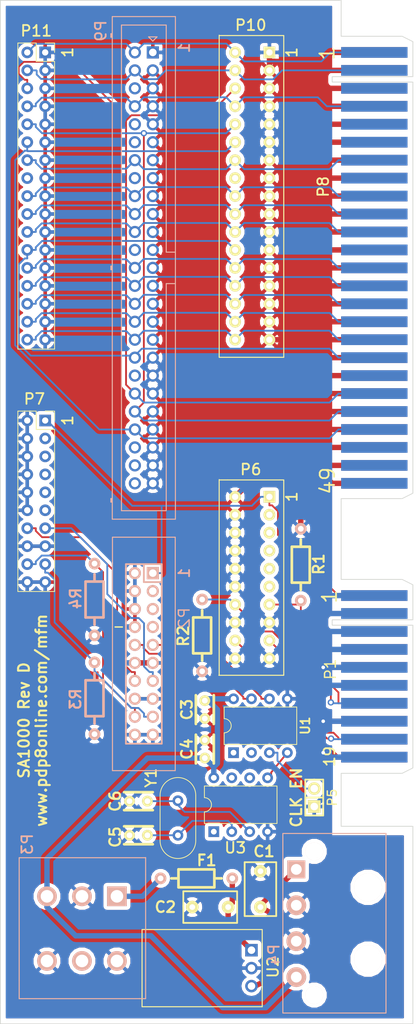
<source format=kicad_pcb>
(kicad_pcb (version 4) (host pcbnew "(after 2015-mar-04 BZR unknown)-product")

  (general
    (links 224)
    (no_connects 0)
    (area 72.339999 23.063999 131.953001 167.944001)
    (thickness 1.6)
    (drawings 36)
    (tracks 468)
    (zones 0)
    (modules 26)
    (nets 37)
  )

  (page A4)
  (layers
    (0 F.Cu signal)
    (31 B.Cu signal)
    (32 B.Adhes user)
    (33 F.Adhes user)
    (34 B.Paste user)
    (35 F.Paste user)
    (36 B.SilkS user)
    (37 F.SilkS user)
    (38 B.Mask user)
    (39 F.Mask user)
    (40 Dwgs.User user)
    (41 Cmts.User user)
    (42 Eco1.User user)
    (43 Eco2.User user)
    (44 Edge.Cuts user)
    (45 Margin user)
    (46 B.CrtYd user)
    (47 F.CrtYd user)
    (48 B.Fab user)
    (49 F.Fab user)
  )

  (setup
    (last_trace_width 0.254)
    (user_trace_width 0.254)
    (user_trace_width 0.762)
    (trace_clearance 0.254)
    (zone_clearance 0.508)
    (zone_45_only no)
    (trace_min 0.254)
    (segment_width 0.2)
    (edge_width 0.1)
    (via_size 0.889)
    (via_drill 0.508)
    (via_min_size 0.889)
    (via_min_drill 0.508)
    (uvia_size 0.3)
    (uvia_drill 0.1)
    (uvias_allowed no)
    (uvia_min_size 0)
    (uvia_min_drill 0)
    (pcb_text_width 0.3)
    (pcb_text_size 1.5 1.5)
    (mod_edge_width 0.15)
    (mod_text_size 1 1)
    (mod_text_width 0.15)
    (pad_size 1.524 9.398)
    (pad_drill 0)
    (pad_to_mask_clearance 0)
    (aux_axis_origin 0 0)
    (visible_elements 7FFEFFFF)
    (pcbplotparams
      (layerselection 0x010f0_80000001)
      (usegerberextensions true)
      (excludeedgelayer true)
      (linewidth 0.020000)
      (plotframeref false)
      (viasonmask false)
      (mode 1)
      (useauxorigin false)
      (hpglpennumber 1)
      (hpglpenspeed 20)
      (hpglpendiameter 15)
      (hpglpenoverlay 2)
      (psnegative false)
      (psa4output false)
      (plotreference true)
      (plotvalue false)
      (plotinvisibletext false)
      (padsonsilk false)
      (subtractmaskfromsilk false)
      (outputformat 1)
      (mirror false)
      (drillshape 0)
      (scaleselection 1)
      (outputdirectory gerber/))
  )

  (net 0 "")
  (net 1 "Net-(C2-Pad1)")
  (net 2 "Net-(P1-Pad1)")
  (net 3 "Net-(P1-Pad13)")
  (net 4 "Net-(P1-Pad14)")
  (net 5 "Net-(P1-Pad17)")
  (net 6 "Net-(P1-Pad18)")
  (net 7 "Net-(P5-Pad2)")
  (net 8 "Net-(P10-Pad2)")
  (net 9 "Net-(P10-Pad8)")
  (net 10 "Net-(P10-Pad14)")
  (net 11 "Net-(P10-Pad18)")
  (net 12 "Net-(P10-Pad20)")
  (net 13 "Net-(P10-Pad22)")
  (net 14 "Net-(P10-Pad26)")
  (net 15 "Net-(P10-Pad28)")
  (net 16 "Net-(P10-Pad30)")
  (net 17 "Net-(P10-Pad32)")
  (net 18 "Net-(P10-Pad34)")
  (net 19 "Net-(P10-Pad24)")
  (net 20 "Net-(P10-Pad6)")
  (net 21 "Net-(P10-Pad10)")
  (net 22 "Net-(P10-Pad12)")
  (net 23 GND)
  (net 24 +5V)
  (net 25 /24V)
  (net 26 "Net-(P2-Pad13)")
  (net 27 "Net-(P2-Pad14)")
  (net 28 "Net-(P2-Pad17)")
  (net 29 "Net-(P2-Pad18)")
  (net 30 "Net-(P2-Pad9)")
  (net 31 "Net-(P2-Pad10)")
  (net 32 "Net-(P10-Pad4)")
  (net 33 "Net-(C5-Pad2)")
  (net 34 "Net-(C6-Pad2)")
  (net 35 "Net-(U1-Pad4)")
  (net 36 "Net-(C1-Pad2)")

  (net_class Default "This is the default net class."
    (clearance 0.254)
    (trace_width 0.254)
    (via_dia 0.889)
    (via_drill 0.508)
    (uvia_dia 0.3)
    (uvia_drill 0.1)
    (add_net "Net-(C1-Pad2)")
    (add_net "Net-(C2-Pad1)")
    (add_net "Net-(C5-Pad2)")
    (add_net "Net-(C6-Pad2)")
    (add_net "Net-(P1-Pad1)")
    (add_net "Net-(P1-Pad13)")
    (add_net "Net-(P1-Pad14)")
    (add_net "Net-(P1-Pad17)")
    (add_net "Net-(P1-Pad18)")
    (add_net "Net-(P10-Pad10)")
    (add_net "Net-(P10-Pad12)")
    (add_net "Net-(P10-Pad14)")
    (add_net "Net-(P10-Pad18)")
    (add_net "Net-(P10-Pad2)")
    (add_net "Net-(P10-Pad20)")
    (add_net "Net-(P10-Pad22)")
    (add_net "Net-(P10-Pad24)")
    (add_net "Net-(P10-Pad26)")
    (add_net "Net-(P10-Pad28)")
    (add_net "Net-(P10-Pad30)")
    (add_net "Net-(P10-Pad32)")
    (add_net "Net-(P10-Pad34)")
    (add_net "Net-(P10-Pad4)")
    (add_net "Net-(P10-Pad6)")
    (add_net "Net-(P10-Pad8)")
    (add_net "Net-(P2-Pad10)")
    (add_net "Net-(P2-Pad13)")
    (add_net "Net-(P2-Pad14)")
    (add_net "Net-(P2-Pad17)")
    (add_net "Net-(P2-Pad18)")
    (add_net "Net-(P2-Pad9)")
    (add_net "Net-(P5-Pad2)")
    (add_net "Net-(U1-Pad4)")
  )

  (net_class Power ""
    (clearance 0.254)
    (trace_width 0.762)
    (via_dia 0.889)
    (via_drill 0.508)
    (uvia_dia 0.3)
    (uvia_drill 0.1)
    (add_net +5V)
    (add_net /24V)
    (add_net GND)
  )

  (module econ20 (layer F.Cu) (tedit 615872BA) (tstamp 5AA494DC)
    (at 125.476 117.373 90)
    (path /5AA43639)
    (fp_text reference P1 (at -0.381 -6.35 90) (layer F.SilkS)
      (effects (font (thickness 0.2032)))
    )
    (fp_text value CON20_SA1000 (at -5.08 0 90) (layer F.SilkS) hide
      (effects (font (size 1 1) (thickness 0.15)))
    )
    (fp_line (start -14.4526 5.207) (end 11.811 5.207) (layer F.Mask) (width 0.508))
    (fp_line (start -14.478 -4.9022) (end -14.478 5.461) (layer F.Mask) (width 1.143))
    (fp_line (start 6.2484 5.334) (end 6.2484 -6.096) (layer Dwgs.User) (width 0.1524))
    (fp_line (start -14.3256 5.334) (end 11.5824 5.334) (layer Dwgs.User) (width 0.1524))
    (fp_line (start -14.3256 5.334) (end -15.0876 3.81) (layer Dwgs.User) (width 0.1524))
    (fp_line (start -15.0876 3.81) (end -15.0876 -4.826) (layer Dwgs.User) (width 0.1524))
    (fp_line (start 11.5824 5.334) (end 12.3444 3.81) (layer Dwgs.User) (width 0.1524))
    (fp_line (start 12.3444 3.81) (end 12.3444 -4.826) (layer Dwgs.User) (width 0.1524))
    (fp_text user 19 (at -12.7 -6.477 90) (layer F.SilkS)
      (effects (font (thickness 0.254)))
    )
    (fp_text user 1 (at 9.906 -6.477 90) (layer F.SilkS)
      (effects (font (size 2.032 2.032) (thickness 0.254)))
    )
    (fp_line (start -14.478 -4.9022) (end -14.478 5.461) (layer B.Mask) (width 1.143))
    (fp_line (start 11.811 -4.7752) (end 11.811 5.588) (layer B.Mask) (width 1.27))
    (fp_line (start 11.811 -4.8006) (end 11.811 5.5626) (layer F.Mask) (width 1.27))
    (fp_line (start -14.4526 5.207) (end 11.811 5.207) (layer B.Mask) (width 0.508))
    (pad 1 connect rect (at 10.0584 -0.127 270) (size 1.524 9.398) (layers F.Cu F.Mask)
      (net 2 "Net-(P1-Pad1)") (solder_mask_margin 0.5334))
    (pad 2 connect rect (at 10.0584 -0.127 270) (size 1.524 9.398) (layers B.Cu B.Mask)
      (net 23 GND) (solder_mask_margin 0.5334))
    (pad 3 connect rect (at 7.5184 -0.127 270) (size 1.524 9.398) (layers F.Cu F.Mask)
      (solder_mask_margin 0.5334))
    (pad 4 connect rect (at 7.5184 -0.127 270) (size 1.524 9.398) (layers B.Cu B.Mask)
      (net 23 GND) (solder_mask_margin 0.5334))
    (pad 5 connect rect (at 4.9784 -0.127 270) (size 1.524 9.398) (layers F.Cu F.Mask)
      (solder_mask_margin 0.5334))
    (pad 6 connect rect (at 4.9784 -0.127 270) (size 1.524 9.398) (layers B.Cu B.Mask)
      (net 23 GND) (solder_mask_margin 0.5334))
    (pad 7 connect rect (at 2.4384 -0.127 270) (size 1.524 9.398) (layers F.Cu F.Mask)
      (solder_mask_margin 0.5334))
    (pad 8 connect rect (at 2.4384 -0.127 270) (size 1.524 9.398) (layers B.Cu B.Mask)
      (net 23 GND) (solder_mask_margin 0.5334))
    (pad 9 connect rect (at -0.1016 -0.127 270) (size 1.524 9.398) (layers F.Cu F.Mask)
      (net 23 GND) (solder_mask_margin 0.5334))
    (pad 10 connect rect (at -0.1016 -0.127 270) (size 1.524 9.398) (layers B.Cu B.Mask)
      (net 23 GND) (solder_mask_margin 0.5334))
    (pad 11 connect rect (at -2.6416 -0.127 270) (size 1.524 9.398) (layers F.Cu F.Mask)
      (solder_mask_margin 0.5334))
    (pad 12 connect rect (at -2.6416 -0.127 270) (size 1.524 9.398) (layers B.Cu B.Mask)
      (net 23 GND) (solder_mask_margin 0.5334))
    (pad 13 connect rect (at -5.1816 -0.127 270) (size 1.524 9.398) (layers F.Cu F.Mask)
      (net 3 "Net-(P1-Pad13)") (solder_mask_margin 0.5334))
    (pad 14 connect rect (at -5.1816 -0.127 270) (size 1.524 9.398) (layers B.Cu B.Mask)
      (net 4 "Net-(P1-Pad14)") (solder_mask_margin 0.5334))
    (pad 15 connect rect (at -7.7216 -0.127 270) (size 1.524 9.398) (layers F.Cu F.Mask)
      (net 23 GND) (solder_mask_margin 0.5334))
    (pad 16 connect rect (at -7.7216 -0.127 270) (size 1.524 9.398) (layers B.Cu B.Mask)
      (net 23 GND) (solder_mask_margin 0.5334))
    (pad 17 connect rect (at -10.2616 -0.127 270) (size 1.524 9.398) (layers F.Cu F.Mask)
      (net 5 "Net-(P1-Pad17)") (solder_mask_margin 0.5334))
    (pad 18 connect rect (at -10.2616 -0.127 270) (size 1.524 9.398) (layers B.Cu B.Mask)
      (net 6 "Net-(P1-Pad18)") (solder_mask_margin 0.5334))
    (pad 19 connect rect (at -12.8016 -0.127 270) (size 1.524 9.398) (layers F.Cu F.Mask)
      (net 23 GND) (solder_mask_margin 0.5334))
    (pad 20 connect rect (at -12.8016 -0.127 270) (size 1.524 9.398) (layers B.Cu B.Mask)
      (net 23 GND) (solder_mask_margin 0.5334))
  )

  (module ECON50 (layer F.Cu) (tedit 61587246) (tstamp 5AA495BB)
    (at 119.38 49.4792 90)
    (path /5AA490D6/5AA493A0)
    (fp_text reference P8 (at 0 -1.27 90) (layer F.SilkS)
      (effects (font (thickness 0.254)))
    )
    (fp_text value CON50 (at 0 0 90) (layer F.SilkS) hide
      (effects (font (size 1 1) (thickness 0.15)))
    )
    (fp_line (start -43.688 11.303) (end 20.828 11.303) (layer F.Mask) (width 0.508))
    (fp_line (start 20.8534 1.2954) (end 20.8534 11.6078) (layer F.Mask) (width 1.143))
    (fp_line (start -43.6372 1.2192) (end -43.6372 11.3284) (layer B.Mask) (width 1.016))
    (fp_line (start 15.1892 11.43) (end 15.1892 0) (layer Dwgs.User) (width 0.1524))
    (fp_line (start 20.5232 11.43) (end -43.307 11.43) (layer Dwgs.User) (width 0.1524))
    (fp_line (start -43.34764 11.41984) (end -44.10964 9.89584) (layer Dwgs.User) (width 0.1524))
    (fp_line (start -44.1198 9.906) (end -44.1198 1.27) (layer Dwgs.User) (width 0.1524))
    (fp_line (start 20.5232 11.43) (end 21.2852 9.906) (layer Dwgs.User) (width 0.1524))
    (fp_line (start 21.2852 9.906) (end 21.2852 1.27) (layer Dwgs.User) (width 0.1524))
    (fp_text user 49 (at -41.6052 -0.6604 90) (layer F.SilkS)
      (effects (font (size 2.032 2.032) (thickness 0.254)))
    )
    (fp_text user 1 (at 18.8468 -0.7112 90) (layer F.SilkS)
      (effects (font (size 2.032 2.032) (thickness 0.254)))
    )
    (fp_line (start 20.8534 1.2446) (end 20.8534 11.557) (layer B.Mask) (width 1.143))
    (fp_line (start -43.6372 1.2192) (end -43.6372 11.3284) (layer F.Mask) (width 1.016))
    (fp_line (start -43.688 11.303) (end 20.828 11.303) (layer B.Mask) (width 0.508))
    (pad 1 connect rect (at 18.9992 5.969 270) (size 1.524 9.398) (layers F.Cu F.Mask)
      (net 23 GND) (solder_mask_margin 0.5334))
    (pad 2 connect rect (at 18.9992 5.969 270) (size 1.524 9.398) (layers B.Cu B.Mask)
      (net 8 "Net-(P10-Pad2)") (solder_mask_margin 0.5334))
    (pad 3 connect rect (at 16.4592 5.969 270) (size 1.524 9.398) (layers F.Cu F.Mask)
      (net 23 GND) (solder_mask_margin 0.5334))
    (pad 4 connect rect (at 16.4592 5.969 270) (size 1.524 9.398) (layers B.Cu B.Mask)
      (net 32 "Net-(P10-Pad4)") (solder_mask_margin 0.5334))
    (pad 5 connect rect (at 13.9192 5.969 270) (size 1.524 9.398) (layers F.Cu F.Mask)
      (net 23 GND) (solder_mask_margin 0.5334))
    (pad 6 connect rect (at 13.9192 5.969 270) (size 1.524 9.398) (layers B.Cu B.Mask)
      (solder_mask_margin 0.5334))
    (pad 7 connect rect (at 11.3792 5.969 270) (size 1.524 9.398) (layers F.Cu F.Mask)
      (net 23 GND) (solder_mask_margin 0.5334))
    (pad 8 connect rect (at 11.3792 5.969 270) (size 1.524 9.398) (layers B.Cu B.Mask)
      (net 9 "Net-(P10-Pad8)") (solder_mask_margin 0.5334))
    (pad 9 connect rect (at 8.8392 5.969 270) (size 1.524 9.398) (layers F.Cu F.Mask)
      (net 23 GND) (solder_mask_margin 0.5334))
    (pad 10 connect rect (at 8.8392 5.969 270) (size 1.524 9.398) (layers B.Cu B.Mask)
      (solder_mask_margin 0.5334))
    (pad 11 connect rect (at 6.2992 5.969 270) (size 1.524 9.398) (layers F.Cu F.Mask)
      (net 23 GND) (solder_mask_margin 0.5334))
    (pad 12 connect rect (at 6.2992 5.969 270) (size 1.524 9.398) (layers B.Cu B.Mask)
      (solder_mask_margin 0.5334))
    (pad 13 connect rect (at 3.7592 5.969 270) (size 1.524 9.398) (layers F.Cu F.Mask)
      (net 23 GND) (solder_mask_margin 0.5334))
    (pad 14 connect rect (at 3.7592 5.969 270) (size 1.524 9.398) (layers B.Cu B.Mask)
      (net 10 "Net-(P10-Pad14)") (solder_mask_margin 0.5334))
    (pad 15 connect rect (at 1.2192 5.969 270) (size 1.524 9.398) (layers F.Cu F.Mask)
      (net 23 GND) (solder_mask_margin 0.5334))
    (pad 16 connect rect (at 1.2192 5.969 270) (size 1.524 9.398) (layers B.Cu B.Mask)
      (solder_mask_margin 0.5334))
    (pad 17 connect rect (at -1.3208 5.969 270) (size 1.524 9.398) (layers F.Cu F.Mask)
      (net 23 GND) (solder_mask_margin 0.5334))
    (pad 18 connect rect (at -1.3208 5.969 270) (size 1.524 9.398) (layers B.Cu B.Mask)
      (net 11 "Net-(P10-Pad18)") (solder_mask_margin 0.5334))
    (pad 19 connect rect (at -3.8608 5.969 270) (size 1.524 9.398) (layers F.Cu F.Mask)
      (net 23 GND) (solder_mask_margin 0.5334))
    (pad 20 connect rect (at -3.8608 5.969 270) (size 1.524 9.398) (layers B.Cu B.Mask)
      (net 12 "Net-(P10-Pad20)") (solder_mask_margin 0.5334))
    (pad 21 connect rect (at -6.4008 5.969 270) (size 1.524 9.398) (layers F.Cu F.Mask)
      (net 23 GND) (solder_mask_margin 0.5334))
    (pad 22 connect rect (at -6.4008 5.969 270) (size 1.524 9.398) (layers B.Cu B.Mask)
      (net 13 "Net-(P10-Pad22)") (solder_mask_margin 0.5334))
    (pad 23 connect rect (at -8.9408 5.969 270) (size 1.524 9.398) (layers F.Cu F.Mask)
      (net 23 GND) (solder_mask_margin 0.5334))
    (pad 24 connect rect (at -8.9408 5.969 270) (size 1.524 9.398) (layers B.Cu B.Mask)
      (solder_mask_margin 0.5334))
    (pad 25 connect rect (at -11.4808 5.969 270) (size 1.524 9.398) (layers F.Cu F.Mask)
      (net 23 GND) (solder_mask_margin 0.5334))
    (pad 26 connect rect (at -11.4808 5.969 270) (size 1.524 9.398) (layers B.Cu B.Mask)
      (net 14 "Net-(P10-Pad26)") (solder_mask_margin 0.5334))
    (pad 27 connect rect (at -14.0208 5.969 270) (size 1.524 9.398) (layers F.Cu F.Mask)
      (net 23 GND) (solder_mask_margin 0.5334))
    (pad 28 connect rect (at -14.0208 5.969 270) (size 1.524 9.398) (layers B.Cu B.Mask)
      (net 15 "Net-(P10-Pad28)") (solder_mask_margin 0.5334))
    (pad 29 connect rect (at -16.5608 5.969 270) (size 1.524 9.398) (layers F.Cu F.Mask)
      (net 23 GND) (solder_mask_margin 0.5334))
    (pad 30 connect rect (at -16.5608 5.969 270) (size 1.524 9.398) (layers B.Cu B.Mask)
      (net 16 "Net-(P10-Pad30)") (solder_mask_margin 0.5334))
    (pad 31 connect rect (at -19.1008 5.969 270) (size 1.524 9.398) (layers F.Cu F.Mask)
      (net 23 GND) (solder_mask_margin 0.5334))
    (pad 32 connect rect (at -19.1008 5.969 270) (size 1.524 9.398) (layers B.Cu B.Mask)
      (net 17 "Net-(P10-Pad32)") (solder_mask_margin 0.5334))
    (pad 33 connect rect (at -21.6408 5.969 270) (size 1.524 9.398) (layers F.Cu F.Mask)
      (net 23 GND) (solder_mask_margin 0.5334))
    (pad 34 connect rect (at -21.6408 5.969 270) (size 1.524 9.398) (layers B.Cu B.Mask)
      (net 18 "Net-(P10-Pad34)") (solder_mask_margin 0.5334))
    (pad 35 connect rect (at -24.1808 5.969 270) (size 1.524 9.398) (layers F.Cu F.Mask)
      (net 23 GND) (solder_mask_margin 0.5334))
    (pad 37 connect rect (at -26.7208 5.969 270) (size 1.524 9.398) (layers F.Cu F.Mask)
      (net 23 GND) (solder_mask_margin 0.5334))
    (pad 39 connect rect (at -29.2608 5.969 270) (size 1.524 9.398) (layers F.Cu F.Mask)
      (net 23 GND) (solder_mask_margin 0.5334))
    (pad 41 connect rect (at -31.8008 5.969 270) (size 1.524 9.398) (layers F.Cu F.Mask)
      (net 23 GND) (solder_mask_margin 0.5334))
    (pad 43 connect rect (at -34.3408 5.969 270) (size 1.524 9.398) (layers F.Cu F.Mask)
      (net 23 GND) (solder_mask_margin 0.5334))
    (pad 45 connect rect (at -36.8808 5.969 270) (size 1.524 9.398) (layers F.Cu F.Mask)
      (net 23 GND) (solder_mask_margin 0.5334))
    (pad 47 connect rect (at -39.4208 5.969 270) (size 1.524 9.398) (layers F.Cu F.Mask)
      (net 23 GND) (solder_mask_margin 0.5334))
    (pad 49 connect rect (at -41.9608 5.969 270) (size 1.524 9.398) (layers F.Cu F.Mask)
      (net 23 GND) (solder_mask_margin 0.5334))
    (pad 36 connect rect (at -24.1808 5.969 270) (size 1.524 9.398) (layers B.Cu B.Mask)
      (net 19 "Net-(P10-Pad24)") (solder_mask_margin 0.5334))
    (pad 38 connect rect (at -26.7208 5.969 270) (size 1.524 9.398) (layers B.Cu B.Mask)
      (solder_mask_margin 0.5334))
    (pad 40 connect rect (at -29.2608 5.969 270) (size 1.524 9.398) (layers B.Cu B.Mask)
      (net 20 "Net-(P10-Pad6)") (solder_mask_margin 0.5334))
    (pad 42 connect rect (at -31.8008 5.969 270) (size 1.524 9.398) (layers B.Cu B.Mask)
      (net 21 "Net-(P10-Pad10)") (solder_mask_margin 0.5334))
    (pad 44 connect rect (at -34.3408 5.969 270) (size 1.524 9.398) (layers B.Cu B.Mask)
      (net 22 "Net-(P10-Pad12)") (solder_mask_margin 0.5334))
    (pad 46 connect rect (at -36.8808 5.969 270) (size 1.524 9.398) (layers B.Cu B.Mask)
      (solder_mask_margin 0.5334))
    (pad 48 connect rect (at -39.4208 5.969 270) (size 1.524 9.398) (layers B.Cu B.Mask)
      (solder_mask_margin 0.5334))
    (pad 50 connect rect (at -41.9608 5.969 270) (size 1.524 9.398) (layers B.Cu B.Mask)
      (solder_mask_margin 0.5334))
  )

  (module all_fp:cnp_7x4.5mm (layer F.Cu) (tedit 61397925) (tstamp 5AA494B2)
    (at 102.108 151.384)
    (descr "Capacitor non pol, 7x4,5mm")
    (path /5AA4B23D)
    (fp_text reference C1 (at 7.62 -7.874) (layer F.SilkS)
      (effects (font (thickness 0.3048)))
    )
    (fp_text value 10uf (at 0 3.556) (layer F.SilkS) hide
      (effects (font (thickness 0.3048)))
    )
    (fp_line (start 3.81 2.2352) (end 3.81 -2.2352) (layer F.SilkS) (width 0.24892))
    (fp_line (start -3.81 2.2352) (end -3.81 -2.2352) (layer F.SilkS) (width 0.24892))
    (fp_line (start -3.81 -2.2352) (end 3.81 -2.2352) (layer F.SilkS) (width 0.254))
    (fp_line (start 3.81 2.2352) (end -3.81 2.2352) (layer F.SilkS) (width 0.254))
    (pad 1 thru_hole circle (at -2.54 0) (size 1.778 1.778) (drill 0.8128) (layers *.Cu *.Mask F.SilkS)
      (net 23 GND))
    (pad 2 thru_hole circle (at 2.54 0) (size 1.778 1.778) (drill 0.8128) (layers *.Cu *.Mask F.SilkS)
      (net 36 "Net-(C1-Pad2)"))
    (model discret/capa_1_pas.wrl
      (at (xyz 0 0 0))
      (scale (xyz 2 2 2))
      (rotate (xyz 0 0 0))
    )
  )

  (module all_fp:cnp_7x4.5mm (layer F.Cu) (tedit 6139791F) (tstamp 5AA494BC)
    (at 109.22 148.844 90)
    (descr "Capacitor non pol, 7x4,5mm")
    (path /5AA4B281)
    (fp_text reference C2 (at -2.54 -13.462 180) (layer F.SilkS)
      (effects (font (thickness 0.3048)))
    )
    (fp_text value 10uf (at 0 3.556 90) (layer F.SilkS) hide
      (effects (font (thickness 0.3048)))
    )
    (fp_line (start 3.81 2.2352) (end 3.81 -2.2352) (layer F.SilkS) (width 0.24892))
    (fp_line (start -3.81 2.2352) (end -3.81 -2.2352) (layer F.SilkS) (width 0.24892))
    (fp_line (start -3.81 -2.2352) (end 3.81 -2.2352) (layer F.SilkS) (width 0.254))
    (fp_line (start 3.81 2.2352) (end -3.81 2.2352) (layer F.SilkS) (width 0.254))
    (pad 1 thru_hole circle (at -2.54 0 90) (size 1.778 1.778) (drill 0.8128) (layers *.Cu *.Mask F.SilkS)
      (net 1 "Net-(C2-Pad1)"))
    (pad 2 thru_hole circle (at 2.54 0 90) (size 1.778 1.778) (drill 0.8128) (layers *.Cu *.Mask F.SilkS)
      (net 23 GND))
    (model discret/capa_1_pas.wrl
      (at (xyz 0 0 0))
      (scale (xyz 2 2 2))
      (rotate (xyz 0 0 0))
    )
  )

  (module all_fp:DRVPWR (layer B.Cu) (tedit 0) (tstamp 5AA49524)
    (at 109.22 152.4 90)
    (path /5AA4A004)
    (fp_text reference P4 (at -5.715 1.905 90) (layer B.SilkS)
      (effects (font (thickness 0.254)) (justify mirror))
    )
    (fp_text value CONN_4 (at -1.27 10.16 90) (layer B.SilkS) hide
      (effects (font (size 1 1) (thickness 0.15)) (justify mirror))
    )
    (fp_line (start -13.97 17.78) (end 11.43 17.78) (layer B.SilkS) (width 0.15))
    (fp_line (start 11.43 17.78) (end 11.43 3.175) (layer B.SilkS) (width 0.15))
    (fp_line (start 11.43 3.175) (end -13.97 3.175) (layer B.SilkS) (width 0.15))
    (fp_line (start -13.97 3.175) (end -13.97 17.78) (layer B.SilkS) (width 0.15))
    (pad 1 thru_hole rect (at 6.35 5.08 90) (size 2.54 2.54) (drill 1.524) (layers *.Cu *.Mask B.SilkS)
      (net 1 "Net-(C2-Pad1)"))
    (pad 2 thru_hole circle (at 1.27 5.08 90) (size 2.794 2.794) (drill 1.524) (layers *.Cu *.Mask B.SilkS)
      (net 23 GND))
    (pad 3 thru_hole circle (at -3.81 5.08 90) (size 2.794 2.794) (drill 1.524) (layers *.Cu *.Mask B.SilkS)
      (net 23 GND))
    (pad 4 thru_hole circle (at -8.89 5.08 90) (size 2.794 2.794) (drill 1.524) (layers *.Cu *.Mask B.SilkS)
      (net 24 +5V))
    (pad "" np_thru_hole circle (at -6.35 15.24 90) (size 3.9878 3.9878) (drill 3.9878) (layers *.Cu *.Mask B.SilkS))
    (pad "" np_thru_hole circle (at 3.81 15.24 90) (size 3.9878 3.9878) (drill 3.9878) (layers *.Cu *.Mask B.SilkS))
    (pad "" np_thru_hole circle (at -11.43 7.62 90) (size 2.54 2.54) (drill 2.54) (layers *.Cu *.Mask B.SilkS))
    (pad "" np_thru_hole circle (at 8.89 7.62 90) (size 2.54 2.54) (drill 2.54) (layers *.Cu *.Mask B.SilkS))
    (model /home/djg/mfm/all_fp.pretty/DRVPWR.wrl
      (at (xyz -0.05 0.21 0.185))
      (scale (xyz 0.395 0.395 0.395))
      (rotate (xyz -90 0 180))
    )
  )

  (module all_fp:Capacitor4x3RM2-5_RevB (layer F.Cu) (tedit 61395AE2) (tstamp 5AA49572)
    (at 101.346 123.444 90)
    (descr "Capacitor 4mm x 2,5mm RM 2,5mm")
    (tags "Capacitor Kondensator")
    (path /5AA49AC4)
    (fp_text reference C3 (at 0 -2.54 90) (layer F.SilkS)
      (effects (font (thickness 0.3048)))
    )
    (fp_text value .1uf (at -1.016 3.048 90) (layer F.SilkS) hide
      (effects (font (thickness 0.3048)))
    )
    (fp_line (start 2.032 -1.27) (end -2.032 -1.27) (layer F.SilkS) (width 0.381))
    (fp_line (start -2.032 1.27) (end 2.032 1.27) (layer F.SilkS) (width 0.381))
    (pad 1 thru_hole circle (at -1.27 0 90) (size 1.524 1.524) (drill 0.8128) (layers *.Cu *.Mask F.SilkS)
      (net 23 GND))
    (pad 2 thru_hole circle (at 1.27 0 90) (size 1.524 1.524) (drill 0.8128) (layers *.Cu *.Mask F.SilkS)
      (net 24 +5V))
    (model discret/capa_1_pas.wrl
      (at (xyz 0 0 0))
      (scale (xyz 1 1 1))
      (rotate (xyz 0 0 0))
    )
  )

  (module all_fp:Pin_Socket_Straight_2x10_Pitch2.54mm locked (layer F.Cu) (tedit 61395948) (tstamp 5AA56323)
    (at 78.74 82.55)
    (descr "Through hole straight pin header, 2x10, 2.54mm pitch, double rows")
    (tags "Through hole pin header THT 2x10 2.54mm double row")
    (path /5AA3FB72)
    (fp_text reference P7 (at -1.524 -3.048) (layer F.SilkS)
      (effects (font (thickness 0.254)))
    )
    (fp_text value CON20 (at -1.27 25.19) (layer F.Fab)
      (effects (font (size 1 1) (thickness 0.15)))
    )
    (fp_line (start 0 -1.27) (end -3.81 -1.27) (layer F.Fab) (width 0.1))
    (fp_line (start -3.81 -1.27) (end -3.81 24.13) (layer F.Fab) (width 0.1))
    (fp_line (start -3.81 24.13) (end 1.27 24.13) (layer F.Fab) (width 0.1))
    (fp_line (start 1.27 24.13) (end 1.27 0) (layer F.Fab) (width 0.1))
    (fp_line (start 1.27 0) (end 0 -1.27) (layer F.Fab) (width 0.1))
    (fp_line (start 1.33 24.19) (end -3.87 24.19) (layer F.SilkS) (width 0.12))
    (fp_line (start 1.33 1.27) (end 1.33 24.19) (layer F.SilkS) (width 0.12))
    (fp_line (start -3.87 -1.33) (end -3.87 24.19) (layer F.SilkS) (width 0.12))
    (fp_line (start 1.33 1.27) (end -1.27 1.27) (layer F.SilkS) (width 0.12))
    (fp_line (start -1.27 1.27) (end -1.27 -1.33) (layer F.SilkS) (width 0.12))
    (fp_line (start -1.27 -1.33) (end -3.87 -1.33) (layer F.SilkS) (width 0.12))
    (fp_line (start 1.33 0) (end 1.33 -1.33) (layer F.SilkS) (width 0.12))
    (fp_line (start 1.33 -1.33) (end 0 -1.33) (layer F.SilkS) (width 0.12))
    (fp_line (start 1.8 -1.8) (end 1.8 24.65) (layer F.CrtYd) (width 0.05))
    (fp_line (start 1.8 24.65) (end -4.35 24.65) (layer F.CrtYd) (width 0.05))
    (fp_line (start -4.35 24.65) (end -4.35 -1.8) (layer F.CrtYd) (width 0.05))
    (fp_line (start -4.35 -1.8) (end 1.8 -1.8) (layer F.CrtYd) (width 0.05))
    (fp_text user %R (at -1.27 11.43 270) (layer F.Fab)
      (effects (font (size 1 1) (thickness 0.15)))
    )
    (pad 1 thru_hole rect (at 0 0 180) (size 1.651 1.651) (drill 0.889) (layers *.Cu *.Mask)
      (net 2 "Net-(P1-Pad1)"))
    (pad 2 thru_hole oval (at -2.54 0 180) (size 1.651 1.651) (drill 0.889) (layers *.Cu *.Mask)
      (net 23 GND))
    (pad 3 thru_hole oval (at 0 2.54 180) (size 1.651 1.651) (drill 0.889) (layers *.Cu *.Mask))
    (pad 4 thru_hole oval (at -2.54 2.54 180) (size 1.651 1.651) (drill 0.889) (layers *.Cu *.Mask)
      (net 23 GND))
    (pad 5 thru_hole oval (at 0 5.08 180) (size 1.651 1.651) (drill 0.889) (layers *.Cu *.Mask))
    (pad 6 thru_hole oval (at -2.54 5.08 180) (size 1.651 1.651) (drill 0.889) (layers *.Cu *.Mask)
      (net 23 GND))
    (pad 7 thru_hole oval (at 0 7.62 180) (size 1.651 1.651) (drill 0.889) (layers *.Cu *.Mask))
    (pad 8 thru_hole oval (at -2.54 7.62 180) (size 1.651 1.651) (drill 0.889) (layers *.Cu *.Mask)
      (net 23 GND))
    (pad 9 thru_hole oval (at 0 10.16 180) (size 1.651 1.651) (drill 0.889) (layers *.Cu *.Mask))
    (pad 10 thru_hole oval (at -2.54 10.16 180) (size 1.651 1.651) (drill 0.889) (layers *.Cu *.Mask)
      (net 23 GND))
    (pad 11 thru_hole oval (at 0 12.7 180) (size 1.651 1.651) (drill 0.889) (layers *.Cu *.Mask))
    (pad 12 thru_hole oval (at -2.54 12.7 180) (size 1.651 1.651) (drill 0.889) (layers *.Cu *.Mask)
      (net 23 GND))
    (pad 13 thru_hole oval (at 0 15.24 180) (size 1.651 1.651) (drill 0.889) (layers *.Cu *.Mask)
      (net 26 "Net-(P2-Pad13)"))
    (pad 14 thru_hole oval (at -2.54 15.24 180) (size 1.651 1.651) (drill 0.889) (layers *.Cu *.Mask)
      (net 27 "Net-(P2-Pad14)"))
    (pad 15 thru_hole oval (at 0 17.78 180) (size 1.651 1.651) (drill 0.889) (layers *.Cu *.Mask)
      (net 23 GND))
    (pad 16 thru_hole oval (at -2.54 17.78 180) (size 1.651 1.651) (drill 0.889) (layers *.Cu *.Mask)
      (net 23 GND))
    (pad 17 thru_hole oval (at 0 20.32 180) (size 1.651 1.651) (drill 0.889) (layers *.Cu *.Mask)
      (net 28 "Net-(P2-Pad17)"))
    (pad 18 thru_hole oval (at -2.54 20.32 180) (size 1.651 1.651) (drill 0.889) (layers *.Cu *.Mask)
      (net 29 "Net-(P2-Pad18)"))
    (pad 19 thru_hole oval (at 0 22.86 180) (size 1.651 1.651) (drill 0.889) (layers *.Cu *.Mask)
      (net 23 GND))
    (pad 20 thru_hole oval (at -2.54 22.86 180) (size 1.651 1.651) (drill 0.889) (layers *.Cu *.Mask)
      (net 23 GND))
    (model ${KISYS3DMOD}/Pin_Headers.3dshapes/Pin_Header_Straight_2x10_Pitch2.54mm.wrl
      (at (xyz 0 0 0))
      (scale (xyz 1 1 1))
      (rotate (xyz 0 0 0))
    )
  )

  (module all_fp:Multicomp_MC9A12-5034_2x25x2.54mm_Straight (layer B.Cu) (tedit 6139582A) (tstamp 5AA5633A)
    (at 93.98 30.48 270)
    (descr http://www.farnell.com/datasheets/1520732.pdf)
    (tags "connector multicomp MC9A MC9A12")
    (path /5AA490D6/5AA4C6F8)
    (fp_text reference P9 (at -3.048 7.366 270) (layer B.SilkS)
      (effects (font (thickness 0.254)) (justify mirror))
    )
    (fp_text value CON50 (at 30.48 -5 270) (layer B.Fab)
      (effects (font (size 1 1) (thickness 0.15)) (justify mirror))
    )
    (fp_line (start -5.07 -3.2) (end -5.07 5.74) (layer B.SilkS) (width 0.15))
    (fp_line (start -5.07 5.74) (end 66.03 5.74) (layer B.SilkS) (width 0.15))
    (fp_line (start 66.03 5.74) (end 66.03 -3.2) (layer B.SilkS) (width 0.15))
    (fp_line (start 66.03 -3.2) (end -5.07 -3.2) (layer B.SilkS) (width 0.15))
    (fp_line (start 28.255 -3.2) (end 28.255 -1.9) (layer B.SilkS) (width 0.15))
    (fp_line (start 28.255 -1.9) (end -3.87 -1.9) (layer B.SilkS) (width 0.15))
    (fp_line (start -3.87 -1.9) (end -3.87 4.44) (layer B.SilkS) (width 0.15))
    (fp_line (start -3.87 4.44) (end 64.83 4.44) (layer B.SilkS) (width 0.15))
    (fp_line (start 64.83 4.44) (end 64.83 -1.9) (layer B.SilkS) (width 0.15))
    (fp_line (start 64.83 -1.9) (end 32.705 -1.9) (layer B.SilkS) (width 0.15))
    (fp_line (start 32.705 -1.9) (end 32.705 -3.2) (layer B.SilkS) (width 0.15))
    (fp_line (start 30.23 5.74) (end 30.23 5.94) (layer B.SilkS) (width 0.15))
    (fp_line (start 30.23 5.94) (end 30.73 5.94) (layer B.SilkS) (width 0.15))
    (fp_line (start 30.73 5.94) (end 30.73 5.74) (layer B.SilkS) (width 0.15))
    (fp_line (start 30.23 5.84) (end 30.73 5.84) (layer B.SilkS) (width 0.15))
    (fp_line (start 63.11 5.74) (end 63.11 5.94) (layer B.SilkS) (width 0.15))
    (fp_line (start 63.11 5.94) (end 63.61 5.94) (layer B.SilkS) (width 0.15))
    (fp_line (start 63.61 5.94) (end 63.61 5.74) (layer B.SilkS) (width 0.15))
    (fp_line (start 63.11 5.84) (end 63.61 5.84) (layer B.SilkS) (width 0.15))
    (fp_line (start -2.65 5.74) (end -2.65 5.94) (layer B.SilkS) (width 0.15))
    (fp_line (start -2.65 5.94) (end -2.15 5.94) (layer B.SilkS) (width 0.15))
    (fp_line (start -2.15 5.94) (end -2.15 5.74) (layer B.SilkS) (width 0.15))
    (fp_line (start -2.65 5.84) (end -2.15 5.84) (layer B.SilkS) (width 0.15))
    (fp_line (start -2.2 -0.6) (end -2.2 0.6) (layer B.SilkS) (width 0.15))
    (fp_line (start -2.2 0.6) (end -1.6 0) (layer B.SilkS) (width 0.15))
    (fp_line (start -1.6 0) (end -2.2 -0.6) (layer B.SilkS) (width 0.15))
    (fp_line (start -5.55 -3.7) (end -5.55 6.25) (layer B.CrtYd) (width 0.05))
    (fp_line (start -5.55 6.25) (end 66.55 6.25) (layer B.CrtYd) (width 0.05))
    (fp_line (start 66.55 6.25) (end 66.55 -3.7) (layer B.CrtYd) (width 0.05))
    (fp_line (start 66.55 -3.7) (end -5.55 -3.7) (layer B.CrtYd) (width 0.05))
    (pad 1 thru_hole rect (at 0 0 270) (size 1.7272 1.7272) (drill 1.0668) (layers *.Cu *.Mask)
      (net 23 GND))
    (pad 2 thru_hole circle (at 0 2.54 270) (size 1.7272 1.7272) (drill 1.0668) (layers *.Cu *.Mask)
      (net 8 "Net-(P10-Pad2)"))
    (pad 3 thru_hole circle (at 2.54 0 270) (size 1.7272 1.7272) (drill 1.0668) (layers *.Cu *.Mask)
      (net 23 GND))
    (pad 4 thru_hole circle (at 2.54 2.54 270) (size 1.7272 1.7272) (drill 1.0668) (layers *.Cu *.Mask)
      (net 32 "Net-(P10-Pad4)"))
    (pad 5 thru_hole circle (at 5.08 0 270) (size 1.7272 1.7272) (drill 1.0668) (layers *.Cu *.Mask)
      (net 23 GND))
    (pad 6 thru_hole circle (at 5.08 2.54 270) (size 1.7272 1.7272) (drill 1.0668) (layers *.Cu *.Mask))
    (pad 7 thru_hole circle (at 7.62 0 270) (size 1.7272 1.7272) (drill 1.0668) (layers *.Cu *.Mask)
      (net 23 GND))
    (pad 8 thru_hole circle (at 7.62 2.54 270) (size 1.7272 1.7272) (drill 1.0668) (layers *.Cu *.Mask)
      (net 9 "Net-(P10-Pad8)"))
    (pad 9 thru_hole circle (at 10.16 0 270) (size 1.7272 1.7272) (drill 1.0668) (layers *.Cu *.Mask)
      (net 23 GND))
    (pad 10 thru_hole circle (at 10.16 2.54 270) (size 1.7272 1.7272) (drill 1.0668) (layers *.Cu *.Mask))
    (pad 11 thru_hole circle (at 12.7 0 270) (size 1.7272 1.7272) (drill 1.0668) (layers *.Cu *.Mask)
      (net 23 GND))
    (pad 12 thru_hole circle (at 12.7 2.54 270) (size 1.7272 1.7272) (drill 1.0668) (layers *.Cu *.Mask))
    (pad 13 thru_hole circle (at 15.24 0 270) (size 1.7272 1.7272) (drill 1.0668) (layers *.Cu *.Mask)
      (net 23 GND))
    (pad 14 thru_hole circle (at 15.24 2.54 270) (size 1.7272 1.7272) (drill 1.0668) (layers *.Cu *.Mask)
      (net 10 "Net-(P10-Pad14)"))
    (pad 15 thru_hole circle (at 17.78 0 270) (size 1.7272 1.7272) (drill 1.0668) (layers *.Cu *.Mask)
      (net 23 GND))
    (pad 16 thru_hole circle (at 17.78 2.54 270) (size 1.7272 1.7272) (drill 1.0668) (layers *.Cu *.Mask))
    (pad 17 thru_hole circle (at 20.32 0 270) (size 1.7272 1.7272) (drill 1.0668) (layers *.Cu *.Mask)
      (net 23 GND))
    (pad 18 thru_hole circle (at 20.32 2.54 270) (size 1.7272 1.7272) (drill 1.0668) (layers *.Cu *.Mask)
      (net 11 "Net-(P10-Pad18)"))
    (pad 19 thru_hole circle (at 22.86 0 270) (size 1.7272 1.7272) (drill 1.0668) (layers *.Cu *.Mask)
      (net 23 GND))
    (pad 20 thru_hole circle (at 22.86 2.54 270) (size 1.7272 1.7272) (drill 1.0668) (layers *.Cu *.Mask)
      (net 12 "Net-(P10-Pad20)"))
    (pad 21 thru_hole circle (at 25.4 0 270) (size 1.7272 1.7272) (drill 1.0668) (layers *.Cu *.Mask)
      (net 23 GND))
    (pad 22 thru_hole circle (at 25.4 2.54 270) (size 1.7272 1.7272) (drill 1.0668) (layers *.Cu *.Mask)
      (net 13 "Net-(P10-Pad22)"))
    (pad 23 thru_hole circle (at 27.94 0 270) (size 1.7272 1.7272) (drill 1.0668) (layers *.Cu *.Mask)
      (net 23 GND))
    (pad 24 thru_hole circle (at 27.94 2.54 270) (size 1.7272 1.7272) (drill 1.0668) (layers *.Cu *.Mask))
    (pad 25 thru_hole circle (at 30.48 0 270) (size 1.7272 1.7272) (drill 1.0668) (layers *.Cu *.Mask)
      (net 23 GND))
    (pad 26 thru_hole circle (at 30.48 2.54 270) (size 1.7272 1.7272) (drill 1.0668) (layers *.Cu *.Mask)
      (net 14 "Net-(P10-Pad26)"))
    (pad 27 thru_hole circle (at 33.02 0 270) (size 1.7272 1.7272) (drill 1.0668) (layers *.Cu *.Mask)
      (net 23 GND))
    (pad 28 thru_hole circle (at 33.02 2.54 270) (size 1.7272 1.7272) (drill 1.0668) (layers *.Cu *.Mask)
      (net 15 "Net-(P10-Pad28)"))
    (pad 29 thru_hole circle (at 35.56 0 270) (size 1.7272 1.7272) (drill 1.0668) (layers *.Cu *.Mask)
      (net 23 GND))
    (pad 30 thru_hole circle (at 35.56 2.54 270) (size 1.7272 1.7272) (drill 1.0668) (layers *.Cu *.Mask)
      (net 16 "Net-(P10-Pad30)"))
    (pad 31 thru_hole circle (at 38.1 0 270) (size 1.7272 1.7272) (drill 1.0668) (layers *.Cu *.Mask)
      (net 23 GND))
    (pad 32 thru_hole circle (at 38.1 2.54 270) (size 1.7272 1.7272) (drill 1.0668) (layers *.Cu *.Mask)
      (net 17 "Net-(P10-Pad32)"))
    (pad 33 thru_hole circle (at 40.64 0 270) (size 1.7272 1.7272) (drill 1.0668) (layers *.Cu *.Mask)
      (net 23 GND))
    (pad 34 thru_hole circle (at 40.64 2.54 270) (size 1.7272 1.7272) (drill 1.0668) (layers *.Cu *.Mask)
      (net 18 "Net-(P10-Pad34)"))
    (pad 35 thru_hole circle (at 43.18 0 270) (size 1.7272 1.7272) (drill 1.0668) (layers *.Cu *.Mask)
      (net 23 GND))
    (pad 36 thru_hole circle (at 43.18 2.54 270) (size 1.7272 1.7272) (drill 1.0668) (layers *.Cu *.Mask)
      (net 19 "Net-(P10-Pad24)"))
    (pad 37 thru_hole circle (at 45.72 0 270) (size 1.7272 1.7272) (drill 1.0668) (layers *.Cu *.Mask)
      (net 23 GND))
    (pad 38 thru_hole circle (at 45.72 2.54 270) (size 1.7272 1.7272) (drill 1.0668) (layers *.Cu *.Mask))
    (pad 39 thru_hole circle (at 48.26 0 270) (size 1.7272 1.7272) (drill 1.0668) (layers *.Cu *.Mask)
      (net 23 GND))
    (pad 40 thru_hole circle (at 48.26 2.54 270) (size 1.7272 1.7272) (drill 1.0668) (layers *.Cu *.Mask)
      (net 20 "Net-(P10-Pad6)"))
    (pad 41 thru_hole circle (at 50.8 0 270) (size 1.7272 1.7272) (drill 1.0668) (layers *.Cu *.Mask)
      (net 23 GND))
    (pad 42 thru_hole circle (at 50.8 2.54 270) (size 1.7272 1.7272) (drill 1.0668) (layers *.Cu *.Mask)
      (net 21 "Net-(P10-Pad10)"))
    (pad 43 thru_hole circle (at 53.34 0 270) (size 1.7272 1.7272) (drill 1.0668) (layers *.Cu *.Mask)
      (net 23 GND))
    (pad 44 thru_hole circle (at 53.34 2.54 270) (size 1.7272 1.7272) (drill 1.0668) (layers *.Cu *.Mask)
      (net 22 "Net-(P10-Pad12)"))
    (pad 45 thru_hole circle (at 55.88 0 270) (size 1.7272 1.7272) (drill 1.0668) (layers *.Cu *.Mask)
      (net 23 GND))
    (pad 46 thru_hole circle (at 55.88 2.54 270) (size 1.7272 1.7272) (drill 1.0668) (layers *.Cu *.Mask))
    (pad 47 thru_hole circle (at 58.42 0 270) (size 1.7272 1.7272) (drill 1.0668) (layers *.Cu *.Mask)
      (net 23 GND))
    (pad 48 thru_hole circle (at 58.42 2.54 270) (size 1.7272 1.7272) (drill 1.0668) (layers *.Cu *.Mask))
    (pad 49 thru_hole circle (at 60.96 0 270) (size 1.7272 1.7272) (drill 1.0668) (layers *.Cu *.Mask)
      (net 23 GND))
    (pad 50 thru_hole circle (at 60.96 2.54 270) (size 1.7272 1.7272) (drill 1.0668) (layers *.Cu *.Mask))
  )

  (module all_fp:Pin_Socket_Straight_2x17_Pitch2.54mm locked (layer F.Cu) (tedit 6139583B) (tstamp 5AA5636F)
    (at 78.74 30.48)
    (descr "Through hole straight pin header, 2x17, 2.54mm pitch, double rows")
    (tags "Through hole pin header THT 2x17 2.54mm double row")
    (path /5AA490D6/5AA4C6F2)
    (fp_text reference P11 (at -1.27 -3.048) (layer F.SilkS)
      (effects (font (thickness 0.254)))
    )
    (fp_text value CON34 (at -1.27 42.97) (layer F.Fab)
      (effects (font (size 1 1) (thickness 0.15)))
    )
    (fp_line (start 0 -1.27) (end -3.81 -1.27) (layer F.Fab) (width 0.1))
    (fp_line (start -3.81 -1.27) (end -3.81 41.91) (layer F.Fab) (width 0.1))
    (fp_line (start -3.81 41.91) (end 1.27 41.91) (layer F.Fab) (width 0.1))
    (fp_line (start 1.27 41.91) (end 1.27 0) (layer F.Fab) (width 0.1))
    (fp_line (start 1.27 0) (end 0 -1.27) (layer F.Fab) (width 0.1))
    (fp_line (start 1.33 41.97) (end -3.87 41.97) (layer F.SilkS) (width 0.12))
    (fp_line (start 1.33 1.27) (end 1.33 41.97) (layer F.SilkS) (width 0.12))
    (fp_line (start -3.87 -1.33) (end -3.87 41.97) (layer F.SilkS) (width 0.12))
    (fp_line (start 1.33 1.27) (end -1.27 1.27) (layer F.SilkS) (width 0.12))
    (fp_line (start -1.27 1.27) (end -1.27 -1.33) (layer F.SilkS) (width 0.12))
    (fp_line (start -1.27 -1.33) (end -3.87 -1.33) (layer F.SilkS) (width 0.12))
    (fp_line (start 1.33 0) (end 1.33 -1.33) (layer F.SilkS) (width 0.12))
    (fp_line (start 1.33 -1.33) (end 0 -1.33) (layer F.SilkS) (width 0.12))
    (fp_line (start 1.8 -1.8) (end 1.8 42.45) (layer F.CrtYd) (width 0.05))
    (fp_line (start 1.8 42.45) (end -4.35 42.45) (layer F.CrtYd) (width 0.05))
    (fp_line (start -4.35 42.45) (end -4.35 -1.8) (layer F.CrtYd) (width 0.05))
    (fp_line (start -4.35 -1.8) (end 1.8 -1.8) (layer F.CrtYd) (width 0.05))
    (fp_text user %R (at -1.27 20.32 270) (layer F.Fab)
      (effects (font (size 1 1) (thickness 0.15)))
    )
    (pad 1 thru_hole rect (at 0 0 180) (size 1.651 1.651) (drill 0.889) (layers *.Cu *.Mask)
      (net 23 GND))
    (pad 2 thru_hole circle (at -2.54 0 180) (size 1.651 1.651) (drill 0.889) (layers *.Cu *.Mask)
      (net 8 "Net-(P10-Pad2)"))
    (pad 3 thru_hole oval (at 0 2.54 180) (size 1.651 1.651) (drill 0.889) (layers *.Cu *.Mask)
      (net 23 GND))
    (pad 4 thru_hole oval (at -2.54 2.54 180) (size 1.651 1.651) (drill 0.889) (layers *.Cu *.Mask)
      (net 32 "Net-(P10-Pad4)"))
    (pad 5 thru_hole oval (at 0 5.08 180) (size 1.651 1.651) (drill 0.889) (layers *.Cu *.Mask)
      (net 23 GND))
    (pad 6 thru_hole oval (at -2.54 5.08 180) (size 1.651 1.651) (drill 0.889) (layers *.Cu *.Mask)
      (net 20 "Net-(P10-Pad6)"))
    (pad 7 thru_hole oval (at 0 7.62 180) (size 1.651 1.651) (drill 0.889) (layers *.Cu *.Mask)
      (net 23 GND))
    (pad 8 thru_hole oval (at -2.54 7.62 180) (size 1.651 1.651) (drill 0.889) (layers *.Cu *.Mask)
      (net 9 "Net-(P10-Pad8)"))
    (pad 9 thru_hole oval (at 0 10.16 180) (size 1.651 1.651) (drill 0.889) (layers *.Cu *.Mask)
      (net 23 GND))
    (pad 10 thru_hole oval (at -2.54 10.16 180) (size 1.651 1.651) (drill 0.889) (layers *.Cu *.Mask)
      (net 21 "Net-(P10-Pad10)"))
    (pad 11 thru_hole oval (at 0 12.7 180) (size 1.651 1.651) (drill 0.889) (layers *.Cu *.Mask)
      (net 23 GND))
    (pad 12 thru_hole oval (at -2.54 12.7 180) (size 1.651 1.651) (drill 0.889) (layers *.Cu *.Mask)
      (net 22 "Net-(P10-Pad12)"))
    (pad 13 thru_hole oval (at 0 15.24 180) (size 1.651 1.651) (drill 0.889) (layers *.Cu *.Mask)
      (net 23 GND))
    (pad 14 thru_hole oval (at -2.54 15.24 180) (size 1.651 1.651) (drill 0.889) (layers *.Cu *.Mask)
      (net 10 "Net-(P10-Pad14)"))
    (pad 15 thru_hole oval (at 0 17.78 180) (size 1.651 1.651) (drill 0.889) (layers *.Cu *.Mask)
      (net 23 GND))
    (pad 16 thru_hole oval (at -2.54 17.78 180) (size 1.651 1.651) (drill 0.889) (layers *.Cu *.Mask))
    (pad 17 thru_hole oval (at 0 20.32 180) (size 1.651 1.651) (drill 0.889) (layers *.Cu *.Mask)
      (net 23 GND))
    (pad 18 thru_hole oval (at -2.54 20.32 180) (size 1.651 1.651) (drill 0.889) (layers *.Cu *.Mask)
      (net 11 "Net-(P10-Pad18)"))
    (pad 19 thru_hole oval (at 0 22.86 180) (size 1.651 1.651) (drill 0.889) (layers *.Cu *.Mask)
      (net 23 GND))
    (pad 20 thru_hole oval (at -2.54 22.86 180) (size 1.651 1.651) (drill 0.889) (layers *.Cu *.Mask)
      (net 12 "Net-(P10-Pad20)"))
    (pad 21 thru_hole oval (at 0 25.4 180) (size 1.651 1.651) (drill 0.889) (layers *.Cu *.Mask)
      (net 23 GND))
    (pad 22 thru_hole oval (at -2.54 25.4 180) (size 1.651 1.651) (drill 0.889) (layers *.Cu *.Mask)
      (net 13 "Net-(P10-Pad22)"))
    (pad 23 thru_hole oval (at 0 27.94 180) (size 1.651 1.651) (drill 0.889) (layers *.Cu *.Mask)
      (net 23 GND))
    (pad 24 thru_hole oval (at -2.54 27.94 180) (size 1.651 1.651) (drill 0.889) (layers *.Cu *.Mask)
      (net 19 "Net-(P10-Pad24)"))
    (pad 25 thru_hole oval (at 0 30.48 180) (size 1.651 1.651) (drill 0.889) (layers *.Cu *.Mask)
      (net 23 GND))
    (pad 26 thru_hole oval (at -2.54 30.48 180) (size 1.651 1.651) (drill 0.889) (layers *.Cu *.Mask)
      (net 14 "Net-(P10-Pad26)"))
    (pad 27 thru_hole oval (at 0 33.02 180) (size 1.651 1.651) (drill 0.889) (layers *.Cu *.Mask)
      (net 23 GND))
    (pad 28 thru_hole oval (at -2.54 33.02 180) (size 1.651 1.651) (drill 0.889) (layers *.Cu *.Mask)
      (net 15 "Net-(P10-Pad28)"))
    (pad 29 thru_hole oval (at 0 35.56 180) (size 1.651 1.651) (drill 0.889) (layers *.Cu *.Mask)
      (net 23 GND))
    (pad 30 thru_hole oval (at -2.54 35.56 180) (size 1.651 1.651) (drill 0.889) (layers *.Cu *.Mask)
      (net 16 "Net-(P10-Pad30)"))
    (pad 31 thru_hole oval (at 0 38.1 180) (size 1.651 1.651) (drill 0.889) (layers *.Cu *.Mask)
      (net 23 GND))
    (pad 32 thru_hole oval (at -2.54 38.1 180) (size 1.651 1.651) (drill 0.889) (layers *.Cu *.Mask)
      (net 17 "Net-(P10-Pad32)"))
    (pad 33 thru_hole oval (at 0 40.64 180) (size 1.651 1.651) (drill 0.889) (layers *.Cu *.Mask)
      (net 23 GND))
    (pad 34 thru_hole oval (at -2.54 40.64 180) (size 1.651 1.651) (drill 0.889) (layers *.Cu *.Mask)
      (net 18 "Net-(P10-Pad34)"))
    (model ${KISYS3DMOD}/Pin_Headers.3dshapes/Pin_Header_Straight_2x17_Pitch2.54mm.wrl
      (at (xyz 0 0 0))
      (scale (xyz 1 1 1))
      (rotate (xyz 0 0 0))
    )
  )

  (module all_fp:DIP-8_W7.62mm (layer F.Cu) (tedit 61395ADB) (tstamp 5AA56394)
    (at 105.41 129.54 90)
    (descr "8-lead though-hole mounted DIP package, row spacing 7.62 mm (300 mils)")
    (tags "THT DIP DIL PDIP 2.54mm 7.62mm 300mil")
    (path /5AA40414)
    (fp_text reference U1 (at 3.81 10.16 90) (layer F.SilkS)
      (effects (font (size 1.27 1.27) (thickness 0.254)))
    )
    (fp_text value 75LBC176 (at 3.81 9.95 90) (layer F.Fab)
      (effects (font (size 1 1) (thickness 0.15)))
    )
    (fp_arc (start 3.81 -1.33) (end 2.81 -1.33) (angle -180) (layer F.SilkS) (width 0.12))
    (fp_line (start 1.635 -1.27) (end 6.985 -1.27) (layer F.Fab) (width 0.1))
    (fp_line (start 6.985 -1.27) (end 6.985 8.89) (layer F.Fab) (width 0.1))
    (fp_line (start 6.985 8.89) (end 0.635 8.89) (layer F.Fab) (width 0.1))
    (fp_line (start 0.635 8.89) (end 0.635 -0.27) (layer F.Fab) (width 0.1))
    (fp_line (start 0.635 -0.27) (end 1.635 -1.27) (layer F.Fab) (width 0.1))
    (fp_line (start 2.81 -1.33) (end 1.16 -1.33) (layer F.SilkS) (width 0.12))
    (fp_line (start 1.16 -1.33) (end 1.16 8.95) (layer F.SilkS) (width 0.12))
    (fp_line (start 1.16 8.95) (end 6.46 8.95) (layer F.SilkS) (width 0.12))
    (fp_line (start 6.46 8.95) (end 6.46 -1.33) (layer F.SilkS) (width 0.12))
    (fp_line (start 6.46 -1.33) (end 4.81 -1.33) (layer F.SilkS) (width 0.12))
    (fp_line (start -1.1 -1.55) (end -1.1 9.15) (layer F.CrtYd) (width 0.05))
    (fp_line (start -1.1 9.15) (end 8.7 9.15) (layer F.CrtYd) (width 0.05))
    (fp_line (start 8.7 9.15) (end 8.7 -1.55) (layer F.CrtYd) (width 0.05))
    (fp_line (start 8.7 -1.55) (end -1.1 -1.55) (layer F.CrtYd) (width 0.05))
    (fp_text user %R (at 3.81 3.81 90) (layer F.Fab) hide
      (effects (font (size 1 1) (thickness 0.15)))
    )
    (pad 1 thru_hole rect (at 0 0 90) (size 1.524 1.524) (drill 0.8128) (layers *.Cu *.Mask))
    (pad 5 thru_hole oval (at 7.62 7.62 90) (size 1.524 1.524) (drill 0.8128) (layers *.Cu *.Mask)
      (net 23 GND))
    (pad 2 thru_hole oval (at 0 2.54 90) (size 1.524 1.524) (drill 0.8128) (layers *.Cu *.Mask))
    (pad 6 thru_hole oval (at 7.62 5.08 90) (size 1.524 1.524) (drill 0.8128) (layers *.Cu *.Mask)
      (net 30 "Net-(P2-Pad9)"))
    (pad 3 thru_hole oval (at 0 5.08 90) (size 1.524 1.524) (drill 0.8128) (layers *.Cu *.Mask)
      (net 7 "Net-(P5-Pad2)"))
    (pad 7 thru_hole oval (at 7.62 2.54 90) (size 1.524 1.524) (drill 0.8128) (layers *.Cu *.Mask)
      (net 31 "Net-(P2-Pad10)"))
    (pad 4 thru_hole oval (at 0 7.62 90) (size 1.524 1.524) (drill 0.8128) (layers *.Cu *.Mask)
      (net 35 "Net-(U1-Pad4)"))
    (pad 8 thru_hole oval (at 7.62 0 90) (size 1.524 1.524) (drill 0.8128) (layers *.Cu *.Mask)
      (net 24 +5V))
    (model ${KISYS3DMOD}/Housings_DIP.3dshapes/DIP-8_W7.62mm.wrl
      (at (xyz 0 0 0))
      (scale (xyz 1 1 1))
      (rotate (xyz 0 0 0))
    )
  )

  (module all_fp:Pin_Header_Straight_2x10 (layer B.Cu) (tedit 5AA56437) (tstamp 5AA586C0)
    (at 92.71 115.57 270)
    (descr "1 pin")
    (tags "CONN DEV")
    (path /5AA3FBD2)
    (fp_text reference P2 (at -5.08 -5.715 270) (layer B.SilkS)
      (effects (font (thickness 0.2032)) (justify mirror))
    )
    (fp_text value CON20_SA1000 (at 0 0 270) (layer B.SilkS) hide
      (effects (font (size 1.27 1.27) (thickness 0.2032)) (justify mirror))
    )
    (fp_line (start -16.51 4.445) (end -16.51 -4.445) (layer B.SilkS) (width 0.1524))
    (fp_line (start -16.51 -4.445) (end 16.51 -4.445) (layer B.SilkS) (width 0.1524))
    (fp_line (start 16.51 -4.445) (end 16.51 4.445) (layer B.SilkS) (width 0.1524))
    (fp_line (start 16.51 4.445) (end -16.51 4.445) (layer B.SilkS) (width 0.1524))
    (fp_line (start 12.7 2.54) (end -12.7 2.54) (layer B.SilkS) (width 0.254))
    (fp_line (start -10.16 -2.54) (end 12.7 -2.54) (layer B.SilkS) (width 0.254))
    (fp_line (start 12.7 2.54) (end 12.7 -2.54) (layer B.SilkS) (width 0.254))
    (fp_line (start -12.7 2.54) (end -12.7 0) (layer B.SilkS) (width 0.254))
    (fp_line (start -12.7 -2.54) (end -10.16 -2.54) (layer B.SilkS) (width 0.254))
    (fp_line (start -12.7 0) (end -10.16 0) (layer B.SilkS) (width 0.254))
    (fp_line (start -10.16 0) (end -10.16 -2.54) (layer B.SilkS) (width 0.254))
    (fp_line (start -12.7 -2.54) (end -12.7 0) (layer B.SilkS) (width 0.254))
    (pad 1 thru_hole rect (at -11.43 -1.27 270) (size 1.7272 1.7272) (drill 1.0668) (layers *.Cu *.Mask B.SilkS)
      (net 2 "Net-(P1-Pad1)"))
    (pad 2 thru_hole oval (at -11.43 1.27 270) (size 1.7272 1.7272) (drill 1.0668) (layers *.Cu *.Mask B.SilkS)
      (net 23 GND))
    (pad 3 thru_hole oval (at -8.89 -1.27 270) (size 1.7272 1.7272) (drill 1.0668) (layers *.Cu *.Mask B.SilkS))
    (pad 4 thru_hole oval (at -8.89 1.27 270) (size 1.7272 1.7272) (drill 1.0668) (layers *.Cu *.Mask B.SilkS)
      (net 23 GND))
    (pad 5 thru_hole oval (at -6.35 -1.27 270) (size 1.7272 1.7272) (drill 1.0668) (layers *.Cu *.Mask B.SilkS))
    (pad 6 thru_hole oval (at -6.35 1.27 270) (size 1.7272 1.7272) (drill 1.0668) (layers *.Cu *.Mask B.SilkS)
      (net 23 GND))
    (pad 7 thru_hole oval (at -3.81 -1.27 270) (size 1.7272 1.7272) (drill 1.0668) (layers *.Cu *.Mask B.SilkS))
    (pad 8 thru_hole oval (at -3.81 1.27 270) (size 1.7272 1.7272) (drill 1.0668) (layers *.Cu *.Mask B.SilkS)
      (net 23 GND))
    (pad 9 thru_hole oval (at -1.27 -1.27 270) (size 1.7272 1.7272) (drill 1.0668) (layers *.Cu *.Mask B.SilkS)
      (net 30 "Net-(P2-Pad9)"))
    (pad 10 thru_hole oval (at -1.27 1.27 270) (size 1.7272 1.7272) (drill 1.0668) (layers *.Cu *.Mask B.SilkS)
      (net 31 "Net-(P2-Pad10)"))
    (pad 11 thru_hole oval (at 1.27 -1.27 270) (size 1.7272 1.7272) (drill 1.0668) (layers *.Cu *.Mask B.SilkS)
      (net 23 GND))
    (pad 12 thru_hole oval (at 1.27 1.27 270) (size 1.7272 1.7272) (drill 1.0668) (layers *.Cu *.Mask B.SilkS)
      (net 23 GND))
    (pad 13 thru_hole oval (at 3.81 -1.27 270) (size 1.7272 1.7272) (drill 1.0668) (layers *.Cu *.Mask B.SilkS)
      (net 26 "Net-(P2-Pad13)"))
    (pad 14 thru_hole oval (at 3.81 1.27 270) (size 1.7272 1.7272) (drill 1.0668) (layers *.Cu *.Mask B.SilkS)
      (net 27 "Net-(P2-Pad14)"))
    (pad 15 thru_hole oval (at 6.35 -1.27 270) (size 1.7272 1.7272) (drill 1.0668) (layers *.Cu *.Mask B.SilkS)
      (net 23 GND))
    (pad 16 thru_hole oval (at 6.35 1.27 270) (size 1.7272 1.7272) (drill 1.0668) (layers *.Cu *.Mask B.SilkS)
      (net 23 GND))
    (pad 17 thru_hole oval (at 8.89 -1.27 270) (size 1.7272 1.7272) (drill 1.0668) (layers *.Cu *.Mask B.SilkS)
      (net 28 "Net-(P2-Pad17)"))
    (pad 18 thru_hole oval (at 8.89 1.27 270) (size 1.7272 1.7272) (drill 1.0668) (layers *.Cu *.Mask B.SilkS)
      (net 29 "Net-(P2-Pad18)"))
    (pad 19 thru_hole oval (at 11.43 -1.27 270) (size 1.7272 1.7272) (drill 1.0668) (layers *.Cu *.Mask B.SilkS)
      (net 23 GND))
    (pad 20 thru_hole oval (at 11.43 1.27 270) (size 1.7272 1.7272) (drill 1.0668) (layers *.Cu *.Mask B.SilkS)
      (net 23 GND))
    (model Pin_Headers/Pin_Header_Straight_2x10.wrl
      (at (xyz 0 0 0))
      (scale (xyz 1 1 1))
      (rotate (xyz 0 0 0))
    )
  )

  (module all_fp:Resistor_Horizontal_RM10mm (layer F.Cu) (tedit 5AA5E3D0) (tstamp 5AA5EBC6)
    (at 114.935 102.87 270)
    (descr "Resistor, Axial,  RM 10mm, 1/3W,")
    (tags "Resistor, Axial, RM 10mm, 1/3W,")
    (path /5AA5E1F9)
    (fp_text reference R1 (at 0 -2.54 270) (layer F.SilkS)
      (effects (font (thickness 0.3048)))
    )
    (fp_text value 75 (at 3.81 3.81 270) (layer F.SilkS) hide
      (effects (font (size 1.50114 1.50114) (thickness 0.20066)))
    )
    (fp_line (start -2.46126 0) (end -3.47726 0) (layer F.SilkS) (width 0.381))
    (fp_line (start 2.61874 0) (end 3.63474 0) (layer F.SilkS) (width 0.381))
    (fp_line (start -2.46126 -1.27) (end 2.61874 -1.27) (layer F.SilkS) (width 0.381))
    (fp_line (start 2.61874 -1.27) (end 2.61874 1.27) (layer F.SilkS) (width 0.381))
    (fp_line (start 2.61874 1.27) (end -2.46126 1.27) (layer F.SilkS) (width 0.381))
    (fp_line (start -2.46126 1.27) (end -2.46126 -1.27) (layer F.SilkS) (width 0.381))
    (pad 1 thru_hole circle (at -5.00126 0 270) (size 1.651 1.651) (drill 0.8128) (layers *.Cu *.SilkS *.Mask)
      (net 23 GND))
    (pad 2 thru_hole circle (at 5.15874 0 270) (size 1.651 1.651) (drill 0.8128) (layers *.Cu *.SilkS *.Mask)
      (net 3 "Net-(P1-Pad13)"))
    (model discret/resistors/horizontal/r_h_5K6.wrl
      (at (xyz 0 0 0))
      (scale (xyz 0.4 0.4 0.4))
      (rotate (xyz 0 0 0))
    )
  )

  (module all_fp:Resistor_Horizontal_RM10mm (layer F.Cu) (tedit 5C662D0F) (tstamp 5AA5EBD2)
    (at 100.965 113.03 90)
    (descr "Resistor, Axial,  RM 10mm, 1/3W,")
    (tags "Resistor, Axial, RM 10mm, 1/3W,")
    (path /5AA5E2AC)
    (fp_text reference R2 (at 0 -2.667 90) (layer F.SilkS)
      (effects (font (thickness 0.3048)))
    )
    (fp_text value 75 (at 3.81 3.81 90) (layer F.SilkS) hide
      (effects (font (size 1.50114 1.50114) (thickness 0.20066)))
    )
    (fp_line (start -2.46126 0) (end -3.47726 0) (layer F.SilkS) (width 0.381))
    (fp_line (start 2.61874 0) (end 3.63474 0) (layer F.SilkS) (width 0.381))
    (fp_line (start -2.46126 -1.27) (end 2.61874 -1.27) (layer F.SilkS) (width 0.381))
    (fp_line (start 2.61874 -1.27) (end 2.61874 1.27) (layer F.SilkS) (width 0.381))
    (fp_line (start 2.61874 1.27) (end -2.46126 1.27) (layer F.SilkS) (width 0.381))
    (fp_line (start -2.46126 1.27) (end -2.46126 -1.27) (layer F.SilkS) (width 0.381))
    (pad 1 thru_hole circle (at -5.00126 0 90) (size 1.651 1.651) (drill 0.8128) (layers *.Cu *.SilkS *.Mask)
      (net 23 GND))
    (pad 2 thru_hole circle (at 5.15874 0 90) (size 1.651 1.651) (drill 0.8128) (layers *.Cu *.SilkS *.Mask)
      (net 4 "Net-(P1-Pad14)"))
    (model discret/resistors/horizontal/r_h_5K6.wrl
      (at (xyz 0 0 0))
      (scale (xyz 0.4 0.4 0.4))
      (rotate (xyz 0 0 0))
    )
  )

  (module all_fp:Resistor_Horizontal_RM10mm (layer B.Cu) (tedit 613953DB) (tstamp 5AA5EBDE)
    (at 85.725 121.92 90)
    (descr "Resistor, Axial,  RM 10mm, 1/3W,")
    (tags "Resistor, Axial, RM 10mm, 1/3W,")
    (path /5AA5F34C)
    (fp_text reference R3 (at -0.0508 -2.6924 90) (layer B.SilkS)
      (effects (font (thickness 0.3048)) (justify mirror))
    )
    (fp_text value 75 (at 3.81 -3.81 90) (layer B.SilkS) hide
      (effects (font (size 1.50114 1.50114) (thickness 0.20066)) (justify mirror))
    )
    (fp_line (start -2.46126 0) (end -3.47726 0) (layer B.SilkS) (width 0.381))
    (fp_line (start 2.61874 0) (end 3.63474 0) (layer B.SilkS) (width 0.381))
    (fp_line (start -2.46126 1.27) (end 2.61874 1.27) (layer B.SilkS) (width 0.381))
    (fp_line (start 2.61874 1.27) (end 2.61874 -1.27) (layer B.SilkS) (width 0.381))
    (fp_line (start 2.61874 -1.27) (end -2.46126 -1.27) (layer B.SilkS) (width 0.381))
    (fp_line (start -2.46126 -1.27) (end -2.46126 1.27) (layer B.SilkS) (width 0.381))
    (pad 1 thru_hole circle (at -5.00126 0 90) (size 1.651 1.651) (drill 0.8128) (layers *.Cu *.SilkS *.Mask)
      (net 23 GND))
    (pad 2 thru_hole circle (at 5.15874 0 90) (size 1.651 1.651) (drill 0.8128) (layers *.Cu *.SilkS *.Mask)
      (net 28 "Net-(P2-Pad17)"))
    (model discret/resistors/horizontal/r_h_5K6.wrl
      (at (xyz 0 0 0))
      (scale (xyz 0.4 0.4 0.4))
      (rotate (xyz 0 0 0))
    )
  )

  (module all_fp:Resistor_Horizontal_RM10mm (layer B.Cu) (tedit 613953D0) (tstamp 5AA5EBEA)
    (at 85.725 107.95 90)
    (descr "Resistor, Axial,  RM 10mm, 1/3W,")
    (tags "Resistor, Axial, RM 10mm, 1/3W,")
    (path /5AA5F28B)
    (fp_text reference R4 (at 0.2286 -2.667 90) (layer B.SilkS)
      (effects (font (thickness 0.3048)) (justify mirror))
    )
    (fp_text value 75 (at 3.81 -3.81 90) (layer B.SilkS) hide
      (effects (font (size 1.50114 1.50114) (thickness 0.20066)) (justify mirror))
    )
    (fp_line (start -2.46126 0) (end -3.47726 0) (layer B.SilkS) (width 0.381))
    (fp_line (start 2.61874 0) (end 3.63474 0) (layer B.SilkS) (width 0.381))
    (fp_line (start -2.46126 1.27) (end 2.61874 1.27) (layer B.SilkS) (width 0.381))
    (fp_line (start 2.61874 1.27) (end 2.61874 -1.27) (layer B.SilkS) (width 0.381))
    (fp_line (start 2.61874 -1.27) (end -2.46126 -1.27) (layer B.SilkS) (width 0.381))
    (fp_line (start -2.46126 -1.27) (end -2.46126 1.27) (layer B.SilkS) (width 0.381))
    (pad 1 thru_hole circle (at -5.00126 0 90) (size 1.651 1.651) (drill 0.8128) (layers *.Cu *.SilkS *.Mask)
      (net 23 GND))
    (pad 2 thru_hole circle (at 5.15874 0 90) (size 1.651 1.651) (drill 0.8128) (layers *.Cu *.SilkS *.Mask)
      (net 29 "Net-(P2-Pad18)"))
    (model discret/resistors/horizontal/r_h_5K6.wrl
      (at (xyz 0 0 0))
      (scale (xyz 0.4 0.4 0.4))
      (rotate (xyz 0 0 0))
    )
  )

  (module all_fp:Resistor_Horizontal_RM10mm (layer F.Cu) (tedit 6138058D) (tstamp 5AA666DB)
    (at 100.076 147.32)
    (descr "Resistor, Axial,  RM 10mm, 1/3W,")
    (tags "Resistor, Axial, RM 10mm, 1/3W,")
    (path /5AA66F54)
    (fp_text reference F1 (at 1.524 -2.54) (layer F.SilkS)
      (effects (font (thickness 0.3048)))
    )
    (fp_text value 2A (at 3.81 3.81) (layer F.SilkS) hide
      (effects (font (size 1.50114 1.50114) (thickness 0.20066)))
    )
    (fp_line (start -2.46126 0) (end -3.47726 0) (layer F.SilkS) (width 0.381))
    (fp_line (start 2.61874 0) (end 3.63474 0) (layer F.SilkS) (width 0.381))
    (fp_line (start -2.46126 -1.27) (end 2.61874 -1.27) (layer F.SilkS) (width 0.381))
    (fp_line (start 2.61874 -1.27) (end 2.61874 1.27) (layer F.SilkS) (width 0.381))
    (fp_line (start 2.61874 1.27) (end -2.46126 1.27) (layer F.SilkS) (width 0.381))
    (fp_line (start -2.46126 1.27) (end -2.46126 -1.27) (layer F.SilkS) (width 0.381))
    (pad 1 thru_hole circle (at -5.00126 0) (size 1.651 1.651) (drill 0.8128) (layers *.Cu *.SilkS *.Mask)
      (net 25 /24V))
    (pad 2 thru_hole circle (at 5.15874 0) (size 1.651 1.651) (drill 0.8128) (layers *.Cu *.SilkS *.Mask)
      (net 36 "Net-(C1-Pad2)"))
    (model discret/resistors/horizontal/r_h_5K6.wrl
      (at (xyz 0 0 0))
      (scale (xyz 0.4 0.4 0.4))
      (rotate (xyz 0 0 0))
    )
  )

  (module all_fp:Capacitor4x3RM2-5_RevB (layer F.Cu) (tedit 61395AE0) (tstamp 61380496)
    (at 101.346 129.032 270)
    (descr "Capacitor 4mm x 2,5mm RM 2,5mm")
    (tags "Capacitor Kondensator")
    (path /5AA57341)
    (fp_text reference C4 (at 0 2.54 270) (layer F.SilkS)
      (effects (font (thickness 0.3048)))
    )
    (fp_text value .1uf (at -1.016 3.048 270) (layer F.SilkS) hide
      (effects (font (thickness 0.3048)))
    )
    (fp_line (start 2.032 -1.27) (end -2.032 -1.27) (layer F.SilkS) (width 0.381))
    (fp_line (start -2.032 1.27) (end 2.032 1.27) (layer F.SilkS) (width 0.381))
    (pad 1 thru_hole circle (at -1.27 0 270) (size 1.524 1.524) (drill 0.8128) (layers *.Cu *.Mask F.SilkS)
      (net 23 GND))
    (pad 2 thru_hole circle (at 1.27 0 270) (size 1.524 1.524) (drill 0.8128) (layers *.Cu *.Mask F.SilkS)
      (net 24 +5V))
    (model discret/capa_1_pas.wrl
      (at (xyz 0 0 0))
      (scale (xyz 1 1 1))
      (rotate (xyz 0 0 0))
    )
  )

  (module all_fp:Capacitor4x3RM2-5_RevB (layer F.Cu) (tedit 6139572A) (tstamp 613804A0)
    (at 91.948 141.224)
    (descr "Capacitor 4mm x 2,5mm RM 2,5mm")
    (tags "Capacitor Kondensator")
    (path /61376813)
    (fp_text reference C5 (at -3.302 0.254 90) (layer F.SilkS)
      (effects (font (thickness 0.3048)))
    )
    (fp_text value 18pF (at -1.016 3.048) (layer F.SilkS) hide
      (effects (font (thickness 0.3048)))
    )
    (fp_line (start 2.032 -1.27) (end -2.032 -1.27) (layer F.SilkS) (width 0.381))
    (fp_line (start -2.032 1.27) (end 2.032 1.27) (layer F.SilkS) (width 0.381))
    (pad 1 thru_hole circle (at -1.27 0) (size 1.524 1.524) (drill 0.8128) (layers *.Cu *.Mask F.SilkS)
      (net 23 GND))
    (pad 2 thru_hole circle (at 1.27 0) (size 1.524 1.524) (drill 0.8128) (layers *.Cu *.Mask F.SilkS)
      (net 33 "Net-(C5-Pad2)"))
    (model discret/capa_1_pas.wrl
      (at (xyz 0 0 0))
      (scale (xyz 1 1 1))
      (rotate (xyz 0 0 0))
    )
  )

  (module all_fp:Capacitor4x3RM2-5_RevB (layer F.Cu) (tedit 61395733) (tstamp 613804A6)
    (at 91.948 136.398)
    (descr "Capacitor 4mm x 2,5mm RM 2,5mm")
    (tags "Capacitor Kondensator")
    (path /61376B89)
    (fp_text reference C6 (at -3.302 0 90) (layer F.SilkS)
      (effects (font (thickness 0.3048)))
    )
    (fp_text value 18pF (at -1.016 3.048) (layer F.SilkS) hide
      (effects (font (thickness 0.3048)))
    )
    (fp_line (start 2.032 -1.27) (end -2.032 -1.27) (layer F.SilkS) (width 0.381))
    (fp_line (start -2.032 1.27) (end 2.032 1.27) (layer F.SilkS) (width 0.381))
    (pad 1 thru_hole circle (at -1.27 0) (size 1.524 1.524) (drill 0.8128) (layers *.Cu *.Mask F.SilkS)
      (net 23 GND))
    (pad 2 thru_hole circle (at 1.27 0) (size 1.524 1.524) (drill 0.8128) (layers *.Cu *.Mask F.SilkS)
      (net 34 "Net-(C6-Pad2)"))
    (model discret/capa_1_pas.wrl
      (at (xyz 0 0 0))
      (scale (xyz 1 1 1))
      (rotate (xyz 0 0 0))
    )
  )

  (module all_fp:DIP-8_W7.62mm (layer F.Cu) (tedit 6139589D) (tstamp 613804B2)
    (at 102.616 140.716 90)
    (descr "8-lead though-hole mounted DIP package, row spacing 7.62 mm (300 mils)")
    (tags "THT DIP DIL PDIP 2.54mm 7.62mm 300mil")
    (path /61375E7F)
    (fp_text reference U3 (at -2.286 3.048 180) (layer F.SilkS)
      (effects (font (thickness 0.254)))
    )
    (fp_text value ATTINY45-P (at 3.81 9.95 90) (layer F.Fab)
      (effects (font (size 1 1) (thickness 0.15)))
    )
    (fp_arc (start 3.81 -1.33) (end 2.81 -1.33) (angle -180) (layer F.SilkS) (width 0.12))
    (fp_line (start 1.635 -1.27) (end 6.985 -1.27) (layer F.Fab) (width 0.1))
    (fp_line (start 6.985 -1.27) (end 6.985 8.89) (layer F.Fab) (width 0.1))
    (fp_line (start 6.985 8.89) (end 0.635 8.89) (layer F.Fab) (width 0.1))
    (fp_line (start 0.635 8.89) (end 0.635 -0.27) (layer F.Fab) (width 0.1))
    (fp_line (start 0.635 -0.27) (end 1.635 -1.27) (layer F.Fab) (width 0.1))
    (fp_line (start 2.81 -1.33) (end 1.16 -1.33) (layer F.SilkS) (width 0.12))
    (fp_line (start 1.16 -1.33) (end 1.16 8.95) (layer F.SilkS) (width 0.12))
    (fp_line (start 1.16 8.95) (end 6.46 8.95) (layer F.SilkS) (width 0.12))
    (fp_line (start 6.46 8.95) (end 6.46 -1.33) (layer F.SilkS) (width 0.12))
    (fp_line (start 6.46 -1.33) (end 4.81 -1.33) (layer F.SilkS) (width 0.12))
    (fp_line (start -1.1 -1.55) (end -1.1 9.15) (layer F.CrtYd) (width 0.05))
    (fp_line (start -1.1 9.15) (end 8.7 9.15) (layer F.CrtYd) (width 0.05))
    (fp_line (start 8.7 9.15) (end 8.7 -1.55) (layer F.CrtYd) (width 0.05))
    (fp_line (start 8.7 -1.55) (end -1.1 -1.55) (layer F.CrtYd) (width 0.05))
    (fp_text user %R (at 3.81 3.81 90) (layer F.Fab) hide
      (effects (font (size 1 1) (thickness 0.15)))
    )
    (pad 1 thru_hole rect (at 0 0 90) (size 1.524 1.524) (drill 0.8128) (layers *.Cu *.Mask))
    (pad 5 thru_hole oval (at 7.62 7.62 90) (size 1.524 1.524) (drill 0.8128) (layers *.Cu *.Mask)
      (net 35 "Net-(U1-Pad4)"))
    (pad 2 thru_hole oval (at 0 2.54 90) (size 1.524 1.524) (drill 0.8128) (layers *.Cu *.Mask)
      (net 33 "Net-(C5-Pad2)"))
    (pad 6 thru_hole oval (at 7.62 5.08 90) (size 1.524 1.524) (drill 0.8128) (layers *.Cu *.Mask))
    (pad 3 thru_hole oval (at 0 5.08 90) (size 1.524 1.524) (drill 0.8128) (layers *.Cu *.Mask)
      (net 34 "Net-(C6-Pad2)"))
    (pad 7 thru_hole oval (at 7.62 2.54 90) (size 1.524 1.524) (drill 0.8128) (layers *.Cu *.Mask))
    (pad 4 thru_hole oval (at 0 7.62 90) (size 1.524 1.524) (drill 0.8128) (layers *.Cu *.Mask)
      (net 23 GND))
    (pad 8 thru_hole oval (at 7.62 0 90) (size 1.524 1.524) (drill 0.8128) (layers *.Cu *.Mask)
      (net 24 +5V))
    (model ${KISYS3DMOD}/Housings_DIP.3dshapes/DIP-8_W7.62mm.wrl
      (at (xyz 0 0 0))
      (scale (xyz 1 1 1))
      (rotate (xyz 0 0 0))
    )
  )

  (module all_fp:380999 (layer B.Cu) (tedit 613958D1) (tstamp 613804B3)
    (at 88.9 149.86 90)
    (path /5AA49EE2)
    (fp_text reference P3 (at 7.366 -12.7 90) (layer B.SilkS)
      (effects (font (thickness 0.254)) (justify mirror))
    )
    (fp_text value CONN_01X06 (at -4.445 -2.286 90) (layer B.Fab)
      (effects (font (size 1.016 1.016) (thickness 0.1524)) (justify mirror))
    )
    (fp_line (start 3.048 4.064) (end 5.4864 4.064) (layer B.SilkS) (width 0.1524))
    (fp_line (start 2.413 -13.843) (end 5.461 -13.843) (layer B.SilkS) (width 0.1524))
    (fp_line (start -11.938 -13.843) (end -14.478 -13.843) (layer B.SilkS) (width 0.1524))
    (fp_line (start -14.478 -13.843) (end -14.478 -12.7) (layer B.SilkS) (width 0.1524))
    (fp_line (start -11.938 4.064) (end -14.478 4.064) (layer B.SilkS) (width 0.1524))
    (fp_line (start -14.478 4.064) (end -14.478 3.175) (layer B.SilkS) (width 0.1524))
    (fp_line (start 5.461 4.064) (end 5.461 -13.843) (layer B.SilkS) (width 0.1524))
    (fp_line (start 3.048 4.064) (end -11.938 4.064) (layer B.SilkS) (width 0.1524))
    (fp_line (start -14.478 3.302) (end -14.478 -12.7) (layer B.SilkS) (width 0.1524))
    (fp_line (start -11.938 -13.843) (end 2.413 -13.843) (layer B.SilkS) (width 0.1524))
    (pad 1 thru_hole rect (at 0 0 90) (size 2.794 2.794) (drill 1.778) (layers *.Cu *.Mask B.SilkS)
      (net 25 /24V))
    (pad 2 thru_hole circle (at -9.144 0 90) (size 2.794 2.794) (drill 1.778) (layers *.Cu *.Mask B.SilkS)
      (net 23 GND))
    (pad 3 thru_hole circle (at 0 -4.953 90) (size 2.794 2.794) (drill 1.778) (layers *.Cu *.Mask B.SilkS)
      (net 23 GND))
    (pad 4 thru_hole circle (at -9.144 -4.953 90) (size 2.794 2.794) (drill 1.778) (layers *.Cu *.Mask B.SilkS))
    (pad 5 thru_hole circle (at 0 -9.906 90) (size 2.794 2.794) (drill 1.778) (layers *.Cu *.Mask B.SilkS)
      (net 24 +5V))
    (pad 6 thru_hole circle (at -9.144 -9.906 90) (size 2.794 2.794) (drill 1.778) (layers *.Cu *.Mask B.SilkS)
      (net 23 GND))
  )

  (module all_fp:Pin_Header_Straight_1x02 (layer F.Cu) (tedit 5AA5DB44) (tstamp 613804BC)
    (at 116.84 135.89 90)
    (descr "1 pin")
    (tags "CONN DEV")
    (path /5AA40CE7)
    (fp_text reference P5 (at 0 2.54 90) (layer F.SilkS)
      (effects (font (size 1.27 1.27) (thickness 0.2032)))
    )
    (fp_text value CONN_01X02 (at 0 0 90) (layer F.SilkS) hide
      (effects (font (size 1.27 1.27) (thickness 0.2032)))
    )
    (fp_line (start 0 -1.27) (end 0 1.27) (layer F.SilkS) (width 0.254))
    (fp_line (start -2.54 -1.27) (end -2.54 1.27) (layer F.SilkS) (width 0.254))
    (fp_line (start -2.54 1.27) (end 0 1.27) (layer F.SilkS) (width 0.254))
    (fp_line (start 0 1.27) (end 2.54 1.27) (layer F.SilkS) (width 0.254))
    (fp_line (start 2.54 1.27) (end 2.54 -1.27) (layer F.SilkS) (width 0.254))
    (fp_line (start 2.54 -1.27) (end -2.54 -1.27) (layer F.SilkS) (width 0.254))
    (pad 1 thru_hole rect (at -1.27 0 90) (size 1.778 1.778) (drill 1.0668) (layers *.Cu *.Mask F.SilkS)
      (net 23 GND))
    (pad 2 thru_hole oval (at 1.27 0 90) (size 1.778 1.778) (drill 1.0668) (layers *.Cu *.Mask F.SilkS)
      (net 7 "Net-(P5-Pad2)"))
    (model Pin_Headers/Pin_Header_Straight_1x02.wrl
      (at (xyz 0 0 0))
      (scale (xyz 1 1 1))
      (rotate (xyz 0 0 0))
    )
  )

  (module all_fp:esock20 locked (layer F.Cu) (tedit 6139586A) (tstamp 613804C1)
    (at 110.49 93.345)
    (path /5AA427C3)
    (fp_text reference P6 (at -2.6416 -3.8608) (layer F.SilkS)
      (effects (font (thickness 0.254)))
    )
    (fp_text value CON20 (at -2.6416 17.3228 90) (layer F.Fab)
      (effects (font (size 1.016 1.016) (thickness 0.1524)))
    )
    (fp_line (start 1.4224 -2.3876) (end 2.032 -2.3876) (layer F.SilkS) (width 0.1524))
    (fp_line (start 2.032 -2.3876) (end 2.032 -2.2352) (layer F.SilkS) (width 0.1524))
    (fp_line (start -5.9436 -2.3876) (end -7.0612 -2.3876) (layer F.SilkS) (width 0.1524))
    (fp_line (start -7.1628 25.2476) (end -6.096 25.2476) (layer F.SilkS) (width 0.1524))
    (fp_line (start 1.6764 25.2476) (end 1.9812 25.2476) (layer F.SilkS) (width 0.1524))
    (fp_line (start 1.9812 25.2476) (end 1.9812 25.1968) (layer F.SilkS) (width 0.1524))
    (fp_line (start 2.032 -2.2352) (end 2.032 25.2476) (layer F.SilkS) (width 0.1524))
    (fp_line (start -7.112 25.2476) (end -7.112 -2.4384) (layer F.SilkS) (width 0.1524))
    (fp_line (start 1.6764 25.2476) (end -6.096 25.2476) (layer F.SilkS) (width 0.1524))
    (fp_line (start 1.4732 -2.3876) (end -5.9436 -2.3876) (layer F.SilkS) (width 0.1524))
    (fp_line (start -5.9436 -2.3876) (end -5.8928 -2.3876) (layer F.SilkS) (width 0.1524))
    (pad 1 thru_hole rect (at 0 0) (size 1.651 1.651) (drill 0.889) (layers *.Cu *.Mask F.SilkS)
      (net 2 "Net-(P1-Pad1)"))
    (pad 2 thru_hole circle (at -4.8514 0) (size 1.651 1.651) (drill 0.889) (layers *.Cu *.Mask F.SilkS)
      (net 23 GND))
    (pad 3 thru_hole circle (at 0 2.54) (size 1.651 1.651) (drill 0.889) (layers *.Cu *.Mask F.SilkS))
    (pad 4 thru_hole circle (at -4.8514 2.54) (size 1.651 1.651) (drill 0.889) (layers *.Cu *.Mask F.SilkS)
      (net 23 GND))
    (pad 5 thru_hole circle (at 0 5.08) (size 1.651 1.651) (drill 0.889) (layers *.Cu *.Mask F.SilkS))
    (pad 6 thru_hole circle (at -4.8514 5.08) (size 1.651 1.651) (drill 0.889) (layers *.Cu *.Mask F.SilkS)
      (net 23 GND))
    (pad 7 thru_hole circle (at 0 7.62) (size 1.651 1.651) (drill 0.889) (layers *.Cu *.Mask F.SilkS))
    (pad 8 thru_hole circle (at -4.8514 7.62) (size 1.651 1.651) (drill 0.889) (layers *.Cu *.Mask F.SilkS)
      (net 23 GND))
    (pad 9 thru_hole circle (at 0 10.16) (size 1.651 1.651) (drill 0.889) (layers *.Cu *.Mask F.SilkS))
    (pad 10 thru_hole circle (at -4.8514 10.16) (size 1.651 1.651) (drill 0.889) (layers *.Cu *.Mask F.SilkS)
      (net 23 GND))
    (pad 11 thru_hole circle (at 0 12.7) (size 1.651 1.651) (drill 0.889) (layers *.Cu *.Mask F.SilkS))
    (pad 12 thru_hole circle (at -4.8514 12.7) (size 1.651 1.651) (drill 0.889) (layers *.Cu *.Mask F.SilkS)
      (net 23 GND))
    (pad 13 thru_hole circle (at 0 15.24) (size 1.651 1.651) (drill 0.889) (layers *.Cu *.Mask F.SilkS)
      (net 3 "Net-(P1-Pad13)"))
    (pad 14 thru_hole circle (at -4.8514 15.24) (size 1.651 1.651) (drill 0.889) (layers *.Cu *.Mask F.SilkS)
      (net 4 "Net-(P1-Pad14)"))
    (pad 15 thru_hole circle (at 0 17.78) (size 1.651 1.651) (drill 0.889) (layers *.Cu *.Mask F.SilkS)
      (net 23 GND))
    (pad 16 thru_hole circle (at -4.8514 17.78) (size 1.651 1.651) (drill 0.889) (layers *.Cu *.Mask F.SilkS)
      (net 23 GND))
    (pad 17 thru_hole circle (at 0 20.32) (size 1.651 1.651) (drill 0.889) (layers *.Cu *.Mask F.SilkS)
      (net 5 "Net-(P1-Pad17)"))
    (pad 18 thru_hole circle (at -4.8514 20.32) (size 1.651 1.651) (drill 0.889) (layers *.Cu *.Mask F.SilkS)
      (net 6 "Net-(P1-Pad18)"))
    (pad 19 thru_hole circle (at 0 22.86) (size 1.651 1.651) (drill 0.889) (layers *.Cu *.Mask F.SilkS)
      (net 23 GND))
    (pad 20 thru_hole circle (at -4.8514 22.86) (size 1.651 1.651) (drill 0.889) (layers *.Cu *.Mask F.SilkS)
      (net 23 GND))
  )

  (module all_fp:esock34 locked (layer F.Cu) (tedit 6139584B) (tstamp 613804D8)
    (at 110.49 30.48)
    (path /5AA490D6/5AA49399)
    (fp_text reference P10 (at -2.6416 -3.8608) (layer F.SilkS)
      (effects (font (thickness 0.254)))
    )
    (fp_text value CON34 (at -2.6416 17.3228 180) (layer F.Fab)
      (effects (font (size 1.016 1.016) (thickness 0.1524)))
    )
    (fp_line (start 1.4224 -2.3876) (end 2.032 -2.3876) (layer F.SilkS) (width 0.1524))
    (fp_line (start 2.032 -2.3876) (end 2.032 -2.2352) (layer F.SilkS) (width 0.1524))
    (fp_line (start -5.9436 -2.3876) (end -7.0612 -2.3876) (layer F.SilkS) (width 0.1524))
    (fp_line (start -7.112 43.1292) (end -6.0452 43.1292) (layer F.SilkS) (width 0.1524))
    (fp_line (start 1.7272 43.1292) (end 2.032 43.1292) (layer F.SilkS) (width 0.1524))
    (fp_line (start 2.032 43.1292) (end 2.032 43.0784) (layer F.SilkS) (width 0.1524))
    (fp_line (start 2.032 -2.2352) (end 2.032 43.1292) (layer F.SilkS) (width 0.1524))
    (fp_line (start -7.112 43.1292) (end -7.112 -2.4384) (layer F.SilkS) (width 0.1524))
    (fp_line (start 1.7272 43.1292) (end -6.0452 43.1292) (layer F.SilkS) (width 0.1524))
    (fp_line (start 1.4732 -2.3876) (end -5.9436 -2.3876) (layer F.SilkS) (width 0.1524))
    (fp_line (start -5.9436 -2.3876) (end -5.8928 -2.3876) (layer F.SilkS) (width 0.1524))
    (pad 1 thru_hole rect (at 0 0) (size 1.651 1.651) (drill 0.889) (layers *.Cu *.Mask F.SilkS)
      (net 23 GND))
    (pad 2 thru_hole circle (at -4.8514 0) (size 1.651 1.651) (drill 0.889) (layers *.Cu *.Mask F.SilkS)
      (net 8 "Net-(P10-Pad2)"))
    (pad 3 thru_hole circle (at 0 2.54) (size 1.651 1.651) (drill 0.889) (layers *.Cu *.Mask F.SilkS)
      (net 23 GND))
    (pad 4 thru_hole circle (at -4.8514 2.54) (size 1.651 1.651) (drill 0.889) (layers *.Cu *.Mask F.SilkS)
      (net 32 "Net-(P10-Pad4)"))
    (pad 5 thru_hole circle (at 0 5.08) (size 1.651 1.651) (drill 0.889) (layers *.Cu *.Mask F.SilkS)
      (net 23 GND))
    (pad 6 thru_hole circle (at -4.8514 5.08) (size 1.651 1.651) (drill 0.889) (layers *.Cu *.Mask F.SilkS)
      (net 20 "Net-(P10-Pad6)"))
    (pad 7 thru_hole circle (at 0 7.62) (size 1.651 1.651) (drill 0.889) (layers *.Cu *.Mask F.SilkS)
      (net 23 GND))
    (pad 8 thru_hole circle (at -4.8514 7.62) (size 1.651 1.651) (drill 0.889) (layers *.Cu *.Mask F.SilkS)
      (net 9 "Net-(P10-Pad8)"))
    (pad 9 thru_hole circle (at 0 10.16) (size 1.651 1.651) (drill 0.889) (layers *.Cu *.Mask F.SilkS)
      (net 23 GND))
    (pad 10 thru_hole circle (at -4.8514 10.16) (size 1.651 1.651) (drill 0.889) (layers *.Cu *.Mask F.SilkS)
      (net 21 "Net-(P10-Pad10)"))
    (pad 11 thru_hole circle (at 0 12.7) (size 1.651 1.651) (drill 0.889) (layers *.Cu *.Mask F.SilkS)
      (net 23 GND))
    (pad 12 thru_hole circle (at -4.8514 12.7) (size 1.651 1.651) (drill 0.889) (layers *.Cu *.Mask F.SilkS)
      (net 22 "Net-(P10-Pad12)"))
    (pad 13 thru_hole circle (at 0 15.24) (size 1.651 1.651) (drill 0.889) (layers *.Cu *.Mask F.SilkS)
      (net 23 GND))
    (pad 14 thru_hole circle (at -4.8514 15.24) (size 1.651 1.651) (drill 0.889) (layers *.Cu *.Mask F.SilkS)
      (net 10 "Net-(P10-Pad14)"))
    (pad 15 thru_hole circle (at 0 17.78) (size 1.651 1.651) (drill 0.889) (layers *.Cu *.Mask F.SilkS)
      (net 23 GND))
    (pad 16 thru_hole circle (at -4.8514 17.78) (size 1.651 1.651) (drill 0.889) (layers *.Cu *.Mask F.SilkS))
    (pad 17 thru_hole circle (at 0 20.32) (size 1.651 1.651) (drill 0.889) (layers *.Cu *.Mask F.SilkS)
      (net 23 GND))
    (pad 18 thru_hole circle (at -4.8514 20.32) (size 1.651 1.651) (drill 0.889) (layers *.Cu *.Mask F.SilkS)
      (net 11 "Net-(P10-Pad18)"))
    (pad 19 thru_hole circle (at 0 22.86) (size 1.651 1.651) (drill 0.889) (layers *.Cu *.Mask F.SilkS)
      (net 23 GND))
    (pad 20 thru_hole circle (at -4.8514 22.86) (size 1.651 1.651) (drill 0.889) (layers *.Cu *.Mask F.SilkS)
      (net 12 "Net-(P10-Pad20)"))
    (pad 21 thru_hole circle (at 0 25.4) (size 1.651 1.651) (drill 0.889) (layers *.Cu *.Mask F.SilkS)
      (net 23 GND))
    (pad 22 thru_hole circle (at -4.8514 25.4) (size 1.651 1.651) (drill 0.889) (layers *.Cu *.Mask F.SilkS)
      (net 13 "Net-(P10-Pad22)"))
    (pad 23 thru_hole circle (at 0 27.94) (size 1.651 1.651) (drill 0.889) (layers *.Cu *.Mask F.SilkS)
      (net 23 GND))
    (pad 24 thru_hole circle (at -4.8514 27.94) (size 1.651 1.651) (drill 0.889) (layers *.Cu *.Mask F.SilkS)
      (net 19 "Net-(P10-Pad24)"))
    (pad 25 thru_hole circle (at 0 30.48) (size 1.651 1.651) (drill 0.889) (layers *.Cu *.Mask F.SilkS)
      (net 23 GND))
    (pad 26 thru_hole circle (at -4.8514 30.48) (size 1.651 1.651) (drill 0.889) (layers *.Cu *.Mask F.SilkS)
      (net 14 "Net-(P10-Pad26)"))
    (pad 27 thru_hole circle (at 0 33.02) (size 1.651 1.651) (drill 0.889) (layers *.Cu *.Mask F.SilkS)
      (net 23 GND))
    (pad 28 thru_hole circle (at -4.8514 33.02) (size 1.651 1.651) (drill 0.889) (layers *.Cu *.Mask F.SilkS)
      (net 15 "Net-(P10-Pad28)"))
    (pad 29 thru_hole circle (at 0 35.56) (size 1.651 1.651) (drill 0.889) (layers *.Cu *.Mask F.SilkS)
      (net 23 GND))
    (pad 30 thru_hole circle (at -4.8514 35.56) (size 1.651 1.651) (drill 0.889) (layers *.Cu *.Mask F.SilkS)
      (net 16 "Net-(P10-Pad30)"))
    (pad 31 thru_hole circle (at 0 38.1) (size 1.651 1.651) (drill 0.889) (layers *.Cu *.Mask F.SilkS)
      (net 23 GND))
    (pad 32 thru_hole circle (at -4.8514 38.1) (size 1.651 1.651) (drill 0.889) (layers *.Cu *.Mask F.SilkS)
      (net 17 "Net-(P10-Pad32)"))
    (pad 33 thru_hole circle (at 0 40.64) (size 1.651 1.651) (drill 0.889) (layers *.Cu *.Mask F.SilkS)
      (net 23 GND))
    (pad 34 thru_hole circle (at -4.8514 40.64) (size 1.651 1.651) (drill 0.889) (layers *.Cu *.Mask F.SilkS)
      (net 18 "Net-(P10-Pad34)"))
  )

  (module all_fp:78SR-12 (layer F.Cu) (tedit 613958DF) (tstamp 613804FD)
    (at 107.95 157.48)
    (descr "Through hole straight pin header, 1x03, 2.54mm pitch, single row")
    (tags "Through hole pin header THT 1x03 2.54mm single row")
    (path /5AA4B082)
    (fp_text reference U2 (at 3.048 2.413 90) (layer F.SilkS)
      (effects (font (thickness 0.254)))
    )
    (fp_text value 78SR-12 (at 0 7.41) (layer F.Fab)
      (effects (font (size 1 1) (thickness 0.15)))
    )
    (fp_line (start -15.494 8.001) (end -14.224 8.001) (layer F.SilkS) (width 0.1524))
    (fp_line (start -15.494 -2.921) (end -14.224 -2.921) (layer F.SilkS) (width 0.1524))
    (fp_line (start 1.524 -2.921) (end 1.524 8.001) (layer F.SilkS) (width 0.1524))
    (fp_line (start 1.524 8.001) (end -14.224 8.001) (layer F.SilkS) (width 0.1524))
    (fp_line (start -15.494 8.001) (end -15.494 -2.921) (layer F.SilkS) (width 0.1524))
    (fp_line (start -14.224 -2.921) (end 1.524 -2.921) (layer F.SilkS) (width 0.1524))
    (fp_line (start -1.8 -1.8) (end -1.8 6.85) (layer F.CrtYd) (width 0.05))
    (fp_line (start -1.8 6.85) (end 1.8 6.85) (layer F.CrtYd) (width 0.05))
    (fp_line (start 1.8 6.85) (end 1.8 -1.8) (layer F.CrtYd) (width 0.05))
    (fp_line (start 1.8 -1.8) (end -1.8 -1.8) (layer F.CrtYd) (width 0.05))
    (fp_text user %R (at 0 2.54 90) (layer F.Fab)
      (effects (font (size 1 1) (thickness 0.15)))
    )
    (pad 1 thru_hole rect (at 0 0) (size 1.778 1.778) (drill 1.0668) (layers *.Cu *.Mask)
      (net 36 "Net-(C1-Pad2)"))
    (pad 2 thru_hole oval (at 0 2.54) (size 1.778 1.778) (drill 1.0668) (layers *.Cu *.Mask)
      (net 23 GND))
    (pad 3 thru_hole oval (at 0 5.08) (size 1.778 1.778) (drill 1.0668) (layers *.Cu *.Mask)
      (net 1 "Net-(C2-Pad1)"))
    (model ${KISYS3DMOD}/Pin_Headers.3dshapes/Pin_Header_Straight_1x03_Pitch2.54mm.wrl
      (at (xyz 0 0 0))
      (scale (xyz 1 1 1))
      (rotate (xyz 0 0 0))
    )
  )

  (module all_fp:Crystal_HC49-4H_Vertical (layer F.Cu) (tedit 613D166C) (tstamp 61380508)
    (at 97.536 141.224 90)
    (descr "Crystal THT HC-49-4H http://5hertz.com/pdfs/04404_D.pdf")
    (tags "THT crystalHC-49-4H")
    (path /6137664C)
    (fp_text reference Y1 (at 8.128 -3.81 90) (layer F.SilkS)
      (effects (font (thickness 0.254)))
    )
    (fp_text value "18.432 MHz" (at 2.44 3.525 90) (layer F.Fab)
      (effects (font (size 1 1) (thickness 0.15)))
    )
    (fp_text user %R (at 2.44 0 90) (layer F.Fab) hide
      (effects (font (size 1 1) (thickness 0.15)))
    )
    (fp_line (start -0.76 -2.325) (end 5.64 -2.325) (layer F.Fab) (width 0.1))
    (fp_line (start -0.76 2.325) (end 5.64 2.325) (layer F.Fab) (width 0.1))
    (fp_line (start -0.56 -2) (end 5.44 -2) (layer F.Fab) (width 0.1))
    (fp_line (start -0.56 2) (end 5.44 2) (layer F.Fab) (width 0.1))
    (fp_line (start -0.76 -2.525) (end 5.64 -2.525) (layer F.SilkS) (width 0.12))
    (fp_line (start -0.76 2.525) (end 5.64 2.525) (layer F.SilkS) (width 0.12))
    (fp_line (start -3.6 -2.8) (end -3.6 2.8) (layer F.CrtYd) (width 0.05))
    (fp_line (start -3.6 2.8) (end 8.5 2.8) (layer F.CrtYd) (width 0.05))
    (fp_line (start 8.5 2.8) (end 8.5 -2.8) (layer F.CrtYd) (width 0.05))
    (fp_line (start 8.5 -2.8) (end -3.6 -2.8) (layer F.CrtYd) (width 0.05))
    (fp_arc (start -0.76 0) (end -0.76 -2.325) (angle -180) (layer F.Fab) (width 0.1))
    (fp_arc (start 5.64 0) (end 5.64 -2.325) (angle 180) (layer F.Fab) (width 0.1))
    (fp_arc (start -0.56 0) (end -0.56 -2) (angle -180) (layer F.Fab) (width 0.1))
    (fp_arc (start 5.44 0) (end 5.44 -2) (angle 180) (layer F.Fab) (width 0.1))
    (fp_arc (start -0.76 0) (end -0.76 -2.525) (angle -180) (layer F.SilkS) (width 0.12))
    (fp_arc (start 5.64 0) (end 5.64 -2.525) (angle 180) (layer F.SilkS) (width 0.12))
    (pad 1 thru_hole circle (at 0 0 90) (size 1.524 1.524) (drill 0.8128) (layers *.Cu *.Mask)
      (net 33 "Net-(C5-Pad2)"))
    (pad 2 thru_hole circle (at 4.88 0 90) (size 1.524 1.524) (drill 0.8128) (layers *.Cu *.Mask)
      (net 34 "Net-(C6-Pad2)"))
    (model ${KISYS3DMOD}/Crystal.3dshapes/Crystal_HC49-4H_Vertical.wrl
      (at (xyz 0 0 0))
      (scale (xyz 1 1 1))
      (rotate (xyz 0 0 0))
    )
  )

  (gr_line (start 88.646 111.76) (end 89.662 111.76) (angle 90) (layer F.SilkS) (width 0.2))
  (gr_text "SA1000 Rev D\nwww.pdp8online.com/mfm" (at 76.962 124.968 90) (layer F.SilkS)
    (effects (font (thickness 0.3)))
  )
  (gr_text 1 (at 98.425 104.14 90) (layer B.SilkS)
    (effects (font (thickness 0.254)) (justify mirror))
  )
  (gr_text 1 (at 98.425 29.845 90) (layer B.SilkS)
    (effects (font (thickness 0.254)) (justify mirror))
  )
  (gr_text 1 (at 81.915 82.55 90) (layer F.SilkS)
    (effects (font (thickness 0.254)))
  )
  (gr_text 1 (at 81.915 30.48 90) (layer F.SilkS)
    (effects (font (thickness 0.254)))
  )
  (gr_text 1 (at 113.665 30.48 90) (layer F.SilkS)
    (effects (font (thickness 0.254)))
  )
  (gr_text 1 (at 113.665 93.345 90) (layer F.SilkS)
    (effects (font (thickness 0.254)))
  )
  (gr_line (start 130.81 33.909) (end 130.81 28.956) (layer Edge.Cuts) (width 0.1))
  (gr_line (start 119.38 33.909) (end 130.81 33.909) (layer Edge.Cuts) (width 0.1))
  (gr_line (start 119.38 34.671) (end 119.38 33.909) (layer Edge.Cuts) (width 0.1))
  (gr_line (start 130.81 34.671) (end 119.38 34.671) (layer Edge.Cuts) (width 0.1))
  (gr_line (start 130.81 92.837) (end 130.81 34.671) (layer Edge.Cuts) (width 0.1))
  (gr_line (start 120.65 139.954) (end 120.65 132.461) (layer Edge.Cuts) (width 0.1))
  (gr_line (start 130.81 139.954) (end 120.65 139.954) (layer Edge.Cuts) (width 0.1))
  (gr_line (start 130.81 167.894) (end 130.81 139.954) (layer Edge.Cuts) (width 0.1))
  (gr_line (start 72.39 167.894) (end 130.81 167.894) (layer Edge.Cuts) (width 0.1))
  (gr_line (start 72.39 165.354) (end 72.39 167.894) (layer Edge.Cuts) (width 0.1))
  (gr_line (start 72.39 23.114) (end 72.39 165.354) (layer Edge.Cuts) (width 0.1))
  (gr_line (start 120.65 23.114) (end 72.39 23.114) (layer Edge.Cuts) (width 0.1))
  (gr_line (start 120.65 28.194) (end 120.65 23.114) (layer Edge.Cuts) (width 0.1))
  (gr_line (start 129.286 28.194) (end 120.65 28.194) (layer Edge.Cuts) (width 0.1))
  (gr_line (start 130.81 28.956) (end 129.286 28.194) (layer Edge.Cuts) (width 0.1))
  (gr_line (start 129.286 93.599) (end 130.81 92.837) (layer Edge.Cuts) (width 0.1))
  (gr_line (start 120.65 93.599) (end 129.286 93.599) (layer Edge.Cuts) (width 0.1))
  (gr_line (start 120.65 105.029) (end 120.65 93.599) (layer Edge.Cuts) (width 0.1))
  (gr_line (start 129.286 105.029) (end 120.65 105.029) (layer Edge.Cuts) (width 0.1))
  (gr_line (start 130.81 105.791) (end 129.286 105.029) (layer Edge.Cuts) (width 0.1))
  (gr_line (start 130.81 110.744) (end 130.81 105.791) (layer Edge.Cuts) (width 0.1))
  (gr_line (start 119.38 110.744) (end 130.81 110.744) (layer Edge.Cuts) (width 0.1))
  (gr_line (start 119.38 111.506) (end 119.38 110.744) (layer Edge.Cuts) (width 0.1))
  (gr_line (start 130.81 111.506) (end 119.38 111.506) (layer Edge.Cuts) (width 0.1))
  (gr_line (start 130.81 131.699) (end 130.81 111.506) (layer Edge.Cuts) (width 0.1))
  (gr_line (start 129.286 132.461) (end 130.81 131.699) (layer Edge.Cuts) (width 0.1))
  (gr_line (start 120.65 132.461) (end 129.286 132.461) (layer Edge.Cuts) (width 0.1))
  (gr_text "CLK EN" (at 114.3 135.89 90) (layer F.SilkS)
    (effects (font (thickness 0.3048)))
  )

  (segment (start 107.95 162.56) (end 108.458 162.56) (width 0.762) (layer F.Cu) (net 1))
  (segment (start 108.458 162.56) (end 110.998 161.29) (width 0.762) (layer F.Cu) (net 1) (tstamp 613979D4))
  (segment (start 110.998 152.4) (end 109.22 151.384) (width 0.762) (layer F.Cu) (net 1) (tstamp 613979D9))
  (segment (start 110.998 161.29) (end 110.998 152.4) (width 0.762) (layer F.Cu) (net 1) (tstamp 613979D8))
  (segment (start 109.22 151.384) (end 109.22 151.13) (width 0.762) (layer F.Cu) (net 1) (tstamp 613979DA))
  (segment (start 109.22 151.13) (end 114.3 146.05) (width 0.762) (layer F.Cu) (net 1) (tstamp 613979DB))
  (segment (start 107.95 162.56) (end 108.204 162.56) (width 0.762) (layer F.Cu) (net 1))
  (segment (start 78.74 82.55) (end 78.994 82.55) (width 0.254) (layer B.Cu) (net 2) (status 30))
  (segment (start 78.994 82.55) (end 91.059 94.615) (width 0.254) (layer B.Cu) (net 2) (status 10))
  (segment (start 91.059 94.615) (end 95.2249 94.615) (width 0.254) (layer B.Cu) (net 2))
  (segment (start 110.8672 94.5518) (end 110.49 94.5518) (width 0.254) (layer F.Cu) (net 2))
  (segment (start 111.6968 95.3814) (end 110.8672 94.5518) (width 0.254) (layer F.Cu) (net 2))
  (segment (start 111.6968 98.7427) (end 111.6968 95.3814) (width 0.254) (layer F.Cu) (net 2))
  (segment (start 120.2687 107.3146) (end 111.6968 98.7427) (width 0.254) (layer F.Cu) (net 2))
  (segment (start 125.73 107.3146) (end 120.2687 107.3146) (width 0.254) (layer F.Cu) (net 2) (status 10))
  (segment (start 110.49 93.345) (end 110.49 94.5518) (width 0.254) (layer F.Cu) (net 2) (status 10))
  (segment (start 93.98 104.14) (end 95.2249 104.14) (width 0.254) (layer B.Cu) (net 2) (status 10))
  (segment (start 110.49 93.345) (end 109.2832 93.345) (width 0.254) (layer B.Cu) (net 2) (status 10))
  (segment (start 95.2249 104.14) (end 95.2249 94.615) (width 0.254) (layer B.Cu) (net 2))
  (segment (start 108.0132 94.615) (end 109.2832 93.345) (width 0.254) (layer B.Cu) (net 2))
  (segment (start 95.2249 94.615) (end 108.0132 94.615) (width 0.254) (layer B.Cu) (net 2))
  (segment (start 125.73 122.5546) (end 120.2687 122.5546) (width 0.254) (layer F.Cu) (net 3) (status 10))
  (segment (start 114.935 108.585) (end 110.49 108.585) (width 0.254) (layer F.Cu) (net 3) (status 30))
  (segment (start 114.935 115.6842) (end 114.935 108.585) (width 0.254) (layer F.Cu) (net 3) (status 20))
  (segment (start 120.2687 121.0179) (end 114.935 115.6842) (width 0.254) (layer F.Cu) (net 3))
  (segment (start 120.2687 122.5546) (end 120.2687 121.0179) (width 0.254) (layer F.Cu) (net 3))
  (segment (start 114.935 108.585) (end 114.935 108.0287) (width 0.254) (layer F.Cu) (net 3) (status 30))
  (segment (start 104.9249 107.8713) (end 105.6386 108.585) (width 0.254) (layer B.Cu) (net 4) (status 20))
  (segment (start 100.965 107.8713) (end 104.9249 107.8713) (width 0.254) (layer B.Cu) (net 4) (status 10))
  (segment (start 105.6386 108.585) (end 109.4486 112.395) (width 0.254) (layer F.Cu) (net 4) (status 10))
  (via (at 119.18952 122.428) (size 0.889) (drill 0.508) (layers F.Cu B.Cu) (net 4))
  (segment (start 109.4486 112.395) (end 110.9268 112.395) (width 0.254) (layer F.Cu) (net 4))
  (segment (start 110.9268 112.395) (end 119.18952 120.65772) (width 0.254) (layer F.Cu) (net 4))
  (segment (start 125.73 122.5546) (end 119.31612 122.5546) (width 0.254) (layer B.Cu) (net 4) (status 10))
  (segment (start 119.18952 120.65772) (end 119.18952 122.428) (width 0.254) (layer F.Cu) (net 4))
  (segment (start 119.31612 122.5546) (end 119.18952 122.428) (width 0.254) (layer B.Cu) (net 4))
  (segment (start 125.73 127.6346) (end 120.2687 127.6346) (width 0.254) (layer F.Cu) (net 5) (status 10))
  (segment (start 116.4193 119.5943) (end 110.49 113.665) (width 0.254) (layer F.Cu) (net 5) (status 20))
  (segment (start 116.4193 124.5854) (end 116.4193 119.5943) (width 0.254) (layer F.Cu) (net 5))
  (segment (start 118.5529 126.719) (end 116.4193 124.5854) (width 0.254) (layer F.Cu) (net 5))
  (segment (start 119.5687 126.719) (end 118.5529 126.719) (width 0.254) (layer F.Cu) (net 5))
  (segment (start 120.2687 127.419) (end 119.5687 126.719) (width 0.254) (layer F.Cu) (net 5))
  (segment (start 120.2687 127.6346) (end 120.2687 127.419) (width 0.254) (layer F.Cu) (net 5))
  (via (at 119.2266 127.5448) (size 0.889) (layers F.Cu B.Cu) (net 6))
  (segment (start 119.3164 127.6346) (end 119.2266 127.5448) (width 0.254) (layer B.Cu) (net 6))
  (segment (start 125.73 127.6346) (end 119.3164 127.6346) (width 0.254) (layer B.Cu) (net 6) (status 10))
  (segment (start 109.982 117.856) (end 105.6386 113.665) (width 0.254) (layer F.Cu) (net 6) (status 20))
  (segment (start 111.76 117.856) (end 109.982 117.856) (width 0.254) (layer F.Cu) (net 6))
  (segment (start 115.316 121.412) (end 111.76 117.856) (width 0.254) (layer F.Cu) (net 6))
  (segment (start 115.316 124.206) (end 115.316 121.412) (width 0.254) (layer F.Cu) (net 6))
  (segment (start 118.6597 127.5448) (end 115.316 124.206) (width 0.254) (layer F.Cu) (net 6))
  (segment (start 119.2266 127.5448) (end 118.6597 127.5448) (width 0.254) (layer F.Cu) (net 6))
  (segment (start 111.6333 130.6836) (end 115.5697 134.62) (width 0.254) (layer B.Cu) (net 7))
  (segment (start 111.6333 129.54) (end 111.6333 130.6836) (width 0.254) (layer B.Cu) (net 7))
  (segment (start 110.49 129.54) (end 111.6333 129.54) (width 0.254) (layer B.Cu) (net 7) (status 10))
  (segment (start 116.84 134.62) (end 115.5697 134.62) (width 0.254) (layer B.Cu) (net 7) (status 10))
  (segment (start 125.73 30.48) (end 119.126 30.48) (width 0.254) (layer B.Cu) (net 8))
  (segment (start 119.126 30.48) (end 117.856 31.75) (width 0.254) (layer B.Cu) (net 8))
  (segment (start 117.856 31.75) (end 106.934 31.75) (width 0.254) (layer B.Cu) (net 8))
  (segment (start 106.934 31.75) (end 106.172 30.988) (width 0.254) (layer B.Cu) (net 8))
  (segment (start 106.172 30.988) (end 106.1466 30.988) (width 0.254) (layer B.Cu) (net 8))
  (segment (start 106.1466 30.988) (end 105.6386 30.48) (width 0.254) (layer B.Cu) (net 8))
  (segment (start 104.3936 29.235) (end 105.6386 30.48) (width 0.254) (layer B.Cu) (net 8) (status 20))
  (segment (start 92.685 29.235) (end 104.3936 29.235) (width 0.254) (layer B.Cu) (net 8))
  (segment (start 91.44 30.48) (end 92.685 29.235) (width 0.254) (layer B.Cu) (net 8) (status 10))
  (segment (start 76.2 30.48) (end 77.4185 29.2615) (width 0.254) (layer B.Cu) (net 8) (status 10))
  (segment (start 77.4185 29.2615) (end 90.2215 29.2615) (width 0.254) (layer B.Cu) (net 8))
  (segment (start 90.2215 29.2615) (end 91.44 30.48) (width 0.254) (layer B.Cu) (net 8) (status 20))
  (segment (start 125.73 38.1) (end 118.618 38.1) (width 0.254) (layer B.Cu) (net 9))
  (segment (start 117.348 36.83) (end 106.9086 36.83) (width 0.254) (layer B.Cu) (net 9))
  (segment (start 118.618 38.1) (end 117.348 36.83) (width 0.254) (layer B.Cu) (net 9))
  (segment (start 106.9086 36.83) (end 105.6386 38.1) (width 0.254) (layer B.Cu) (net 9))
  (segment (start 76.2 38.1) (end 77.4068 38.1) (width 0.254) (layer B.Cu) (net 9) (status 10))
  (segment (start 90.2258 36.8858) (end 91.44 38.1) (width 0.254) (layer B.Cu) (net 9) (status 20))
  (segment (start 78.2439 36.8858) (end 90.2258 36.8858) (width 0.254) (layer B.Cu) (net 9))
  (segment (start 77.4068 37.7229) (end 78.2439 36.8858) (width 0.254) (layer B.Cu) (net 9))
  (segment (start 77.4068 38.1) (end 77.4068 37.7229) (width 0.254) (layer B.Cu) (net 9))
  (segment (start 92.71 36.83) (end 91.44 38.1) (width 0.254) (layer B.Cu) (net 9) (status 20))
  (segment (start 104.3686 36.83) (end 92.71 36.83) (width 0.254) (layer B.Cu) (net 9))
  (segment (start 105.6386 38.1) (end 104.3686 36.83) (width 0.254) (layer B.Cu) (net 9) (status 10))
  (segment (start 90.2258 46.9342) (end 91.44 45.72) (width 0.254) (layer B.Cu) (net 10) (status 20))
  (segment (start 78.2439 46.9342) (end 90.2258 46.9342) (width 0.254) (layer B.Cu) (net 10))
  (segment (start 77.4068 46.0971) (end 78.2439 46.9342) (width 0.254) (layer B.Cu) (net 10))
  (segment (start 77.4068 45.72) (end 77.4068 46.0971) (width 0.254) (layer B.Cu) (net 10))
  (segment (start 76.2 45.72) (end 77.4068 45.72) (width 0.254) (layer B.Cu) (net 10) (status 10))
  (segment (start 104.3686 46.99) (end 105.6386 45.72) (width 0.254) (layer B.Cu) (net 10) (status 20))
  (segment (start 92.71 46.99) (end 104.3686 46.99) (width 0.254) (layer B.Cu) (net 10))
  (segment (start 91.44 45.72) (end 92.71 46.99) (width 0.254) (layer B.Cu) (net 10) (status 10))
  (segment (start 125.73 45.72) (end 120.2687 45.72) (width 0.254) (layer B.Cu) (net 10) (status 10))
  (segment (start 118.9987 46.99) (end 120.2687 45.72) (width 0.254) (layer B.Cu) (net 10))
  (segment (start 106.9086 46.99) (end 118.9987 46.99) (width 0.254) (layer B.Cu) (net 10))
  (segment (start 105.6386 45.72) (end 106.9086 46.99) (width 0.254) (layer B.Cu) (net 10) (status 10))
  (segment (start 76.2 50.8) (end 77.4068 50.8) (width 0.254) (layer B.Cu) (net 11) (status 10))
  (segment (start 106.8836 49.555) (end 105.6386 50.8) (width 0.254) (layer B.Cu) (net 11) (status 20))
  (segment (start 119.0237 49.555) (end 106.8836 49.555) (width 0.254) (layer B.Cu) (net 11))
  (segment (start 120.2687 50.8) (end 119.0237 49.555) (width 0.254) (layer B.Cu) (net 11))
  (segment (start 125.73 50.8) (end 120.2687 50.8) (width 0.254) (layer B.Cu) (net 11) (status 10))
  (segment (start 90.2259 49.5859) (end 91.44 50.8) (width 0.254) (layer B.Cu) (net 11) (status 20))
  (segment (start 78.2438 49.5859) (end 90.2259 49.5859) (width 0.254) (layer B.Cu) (net 11))
  (segment (start 77.4068 50.4229) (end 78.2438 49.5859) (width 0.254) (layer B.Cu) (net 11))
  (segment (start 77.4068 50.8) (end 77.4068 50.4229) (width 0.254) (layer B.Cu) (net 11))
  (segment (start 104.3686 49.53) (end 105.6386 50.8) (width 0.254) (layer B.Cu) (net 11) (status 20))
  (segment (start 92.71 49.53) (end 104.3686 49.53) (width 0.254) (layer B.Cu) (net 11))
  (segment (start 91.44 50.8) (end 92.71 49.53) (width 0.254) (layer B.Cu) (net 11) (status 10))
  (segment (start 76.2 53.34) (end 77.4068 53.34) (width 0.254) (layer B.Cu) (net 12) (status 10))
  (segment (start 106.8836 52.095) (end 105.6386 53.34) (width 0.254) (layer B.Cu) (net 12) (status 20))
  (segment (start 119.0237 52.095) (end 106.8836 52.095) (width 0.254) (layer B.Cu) (net 12))
  (segment (start 120.2687 53.34) (end 119.0237 52.095) (width 0.254) (layer B.Cu) (net 12))
  (segment (start 125.73 53.34) (end 120.2687 53.34) (width 0.254) (layer B.Cu) (net 12) (status 10))
  (segment (start 90.2259 52.1259) (end 91.44 53.34) (width 0.254) (layer B.Cu) (net 12) (status 20))
  (segment (start 78.2438 52.1259) (end 90.2259 52.1259) (width 0.254) (layer B.Cu) (net 12))
  (segment (start 77.4068 52.9629) (end 78.2438 52.1259) (width 0.254) (layer B.Cu) (net 12))
  (segment (start 77.4068 53.34) (end 77.4068 52.9629) (width 0.254) (layer B.Cu) (net 12))
  (segment (start 104.3686 52.07) (end 105.6386 53.34) (width 0.254) (layer B.Cu) (net 12) (status 20))
  (segment (start 92.71 52.07) (end 104.3686 52.07) (width 0.254) (layer B.Cu) (net 12))
  (segment (start 91.44 53.34) (end 92.71 52.07) (width 0.254) (layer B.Cu) (net 12) (status 10))
  (segment (start 76.2 55.88) (end 77.4068 55.88) (width 0.254) (layer B.Cu) (net 13) (status 10))
  (segment (start 125.73 55.88) (end 120.2687 55.88) (width 0.254) (layer B.Cu) (net 13) (status 10))
  (segment (start 106.9086 54.61) (end 105.6386 55.88) (width 0.254) (layer B.Cu) (net 13) (status 20))
  (segment (start 118.9987 54.61) (end 106.9086 54.61) (width 0.254) (layer B.Cu) (net 13))
  (segment (start 120.2687 55.88) (end 118.9987 54.61) (width 0.254) (layer B.Cu) (net 13))
  (segment (start 77.4068 55.5029) (end 77.4068 55.88) (width 0.254) (layer B.Cu) (net 13))
  (segment (start 78.2439 54.6658) (end 77.4068 55.5029) (width 0.254) (layer B.Cu) (net 13))
  (segment (start 90.2258 54.6658) (end 78.2439 54.6658) (width 0.254) (layer B.Cu) (net 13))
  (segment (start 91.44 55.88) (end 90.2258 54.6658) (width 0.254) (layer B.Cu) (net 13) (status 10))
  (segment (start 92.71 54.61) (end 91.44 55.88) (width 0.254) (layer B.Cu) (net 13) (status 20))
  (segment (start 104.3686 54.61) (end 92.71 54.61) (width 0.254) (layer B.Cu) (net 13))
  (segment (start 105.6386 55.88) (end 104.3686 54.61) (width 0.254) (layer B.Cu) (net 13) (status 10))
  (segment (start 76.2 60.96) (end 77.4068 60.96) (width 0.254) (layer B.Cu) (net 14) (status 10))
  (segment (start 90.2259 59.7459) (end 91.44 60.96) (width 0.254) (layer B.Cu) (net 14) (status 20))
  (segment (start 78.2438 59.7459) (end 90.2259 59.7459) (width 0.254) (layer B.Cu) (net 14))
  (segment (start 77.4068 60.5829) (end 78.2438 59.7459) (width 0.254) (layer B.Cu) (net 14))
  (segment (start 77.4068 60.96) (end 77.4068 60.5829) (width 0.254) (layer B.Cu) (net 14))
  (segment (start 104.3686 59.69) (end 105.6386 60.96) (width 0.254) (layer B.Cu) (net 14) (status 20))
  (segment (start 92.71 59.69) (end 104.3686 59.69) (width 0.254) (layer B.Cu) (net 14))
  (segment (start 91.44 60.96) (end 92.71 59.69) (width 0.254) (layer B.Cu) (net 14) (status 10))
  (segment (start 106.8836 59.715) (end 105.6386 60.96) (width 0.254) (layer B.Cu) (net 14) (status 20))
  (segment (start 119.0237 59.715) (end 106.8836 59.715) (width 0.254) (layer B.Cu) (net 14))
  (segment (start 120.2687 60.96) (end 119.0237 59.715) (width 0.254) (layer B.Cu) (net 14))
  (segment (start 125.73 60.96) (end 120.2687 60.96) (width 0.254) (layer B.Cu) (net 14) (status 10))
  (segment (start 76.2 63.5) (end 77.4068 63.5) (width 0.254) (layer B.Cu) (net 15) (status 10))
  (segment (start 90.2259 62.2859) (end 91.44 63.5) (width 0.254) (layer B.Cu) (net 15) (status 20))
  (segment (start 78.2438 62.2859) (end 90.2259 62.2859) (width 0.254) (layer B.Cu) (net 15))
  (segment (start 77.4068 63.1229) (end 78.2438 62.2859) (width 0.254) (layer B.Cu) (net 15))
  (segment (start 77.4068 63.5) (end 77.4068 63.1229) (width 0.254) (layer B.Cu) (net 15))
  (segment (start 104.3686 62.23) (end 105.6386 63.5) (width 0.254) (layer B.Cu) (net 15) (status 20))
  (segment (start 92.71 62.23) (end 104.3686 62.23) (width 0.254) (layer B.Cu) (net 15))
  (segment (start 91.44 63.5) (end 92.71 62.23) (width 0.254) (layer B.Cu) (net 15) (status 10))
  (segment (start 106.8836 62.255) (end 105.6386 63.5) (width 0.254) (layer B.Cu) (net 15) (status 20))
  (segment (start 119.0237 62.255) (end 106.8836 62.255) (width 0.254) (layer B.Cu) (net 15))
  (segment (start 120.2687 63.5) (end 119.0237 62.255) (width 0.254) (layer B.Cu) (net 15))
  (segment (start 125.73 63.5) (end 120.2687 63.5) (width 0.254) (layer B.Cu) (net 15) (status 10))
  (segment (start 76.2 66.04) (end 77.4068 66.04) (width 0.254) (layer B.Cu) (net 16) (status 10))
  (segment (start 90.2259 64.8259) (end 91.44 66.04) (width 0.254) (layer B.Cu) (net 16) (status 20))
  (segment (start 78.2438 64.8259) (end 90.2259 64.8259) (width 0.254) (layer B.Cu) (net 16))
  (segment (start 77.4068 65.6629) (end 78.2438 64.8259) (width 0.254) (layer B.Cu) (net 16))
  (segment (start 77.4068 66.04) (end 77.4068 65.6629) (width 0.254) (layer B.Cu) (net 16))
  (segment (start 104.3686 64.77) (end 105.6386 66.04) (width 0.254) (layer B.Cu) (net 16) (status 20))
  (segment (start 92.71 64.77) (end 104.3686 64.77) (width 0.254) (layer B.Cu) (net 16))
  (segment (start 91.44 66.04) (end 92.71 64.77) (width 0.254) (layer B.Cu) (net 16) (status 10))
  (segment (start 106.8836 64.795) (end 105.6386 66.04) (width 0.254) (layer B.Cu) (net 16) (status 20))
  (segment (start 119.0237 64.795) (end 106.8836 64.795) (width 0.254) (layer B.Cu) (net 16))
  (segment (start 120.2687 66.04) (end 119.0237 64.795) (width 0.254) (layer B.Cu) (net 16))
  (segment (start 125.73 66.04) (end 120.2687 66.04) (width 0.254) (layer B.Cu) (net 16) (status 10))
  (segment (start 76.2 68.58) (end 77.4068 68.58) (width 0.254) (layer B.Cu) (net 17) (status 10))
  (segment (start 90.2259 67.3659) (end 91.44 68.58) (width 0.254) (layer B.Cu) (net 17) (status 20))
  (segment (start 78.2438 67.3659) (end 90.2259 67.3659) (width 0.254) (layer B.Cu) (net 17))
  (segment (start 77.4068 68.2029) (end 78.2438 67.3659) (width 0.254) (layer B.Cu) (net 17))
  (segment (start 77.4068 68.58) (end 77.4068 68.2029) (width 0.254) (layer B.Cu) (net 17))
  (segment (start 104.3686 67.31) (end 105.6386 68.58) (width 0.254) (layer B.Cu) (net 17) (status 20))
  (segment (start 92.71 67.31) (end 104.3686 67.31) (width 0.254) (layer B.Cu) (net 17))
  (segment (start 91.44 68.58) (end 92.71 67.31) (width 0.254) (layer B.Cu) (net 17) (status 10))
  (segment (start 106.8836 67.335) (end 105.6386 68.58) (width 0.254) (layer B.Cu) (net 17) (status 20))
  (segment (start 119.0237 67.335) (end 106.8836 67.335) (width 0.254) (layer B.Cu) (net 17))
  (segment (start 120.2687 68.58) (end 119.0237 67.335) (width 0.254) (layer B.Cu) (net 17))
  (segment (start 125.73 68.58) (end 120.2687 68.58) (width 0.254) (layer B.Cu) (net 17) (status 10))
  (segment (start 76.2 71.12) (end 77.4068 71.12) (width 0.254) (layer B.Cu) (net 18) (status 10))
  (segment (start 125.73 71.12) (end 120.2687 71.12) (width 0.254) (layer B.Cu) (net 18) (status 10))
  (segment (start 106.9086 69.85) (end 105.6386 71.12) (width 0.254) (layer B.Cu) (net 18) (status 20))
  (segment (start 118.9987 69.85) (end 106.9086 69.85) (width 0.254) (layer B.Cu) (net 18))
  (segment (start 120.2687 71.12) (end 118.9987 69.85) (width 0.254) (layer B.Cu) (net 18))
  (segment (start 77.4068 70.7429) (end 77.4068 71.12) (width 0.254) (layer B.Cu) (net 18))
  (segment (start 78.2439 69.9058) (end 77.4068 70.7429) (width 0.254) (layer B.Cu) (net 18))
  (segment (start 90.2258 69.9058) (end 78.2439 69.9058) (width 0.254) (layer B.Cu) (net 18))
  (segment (start 91.44 71.12) (end 90.2258 69.9058) (width 0.254) (layer B.Cu) (net 18) (status 10))
  (segment (start 92.71 69.85) (end 91.44 71.12) (width 0.254) (layer B.Cu) (net 18) (status 20))
  (segment (start 104.3686 69.85) (end 92.71 69.85) (width 0.254) (layer B.Cu) (net 18))
  (segment (start 105.6386 71.12) (end 104.3686 69.85) (width 0.254) (layer B.Cu) (net 18) (status 10))
  (segment (start 125.73 73.66) (end 120.2687 73.66) (width 0.254) (layer B.Cu) (net 19) (status 10))
  (segment (start 104.3686 57.15) (end 105.6386 58.42) (width 0.254) (layer B.Cu) (net 19) (status 20))
  (segment (start 78.2997 57.15) (end 104.3686 57.15) (width 0.254) (layer B.Cu) (net 19))
  (segment (start 77.4068 58.0429) (end 78.2997 57.15) (width 0.254) (layer B.Cu) (net 19))
  (segment (start 77.4068 58.42) (end 77.4068 58.0429) (width 0.254) (layer B.Cu) (net 19))
  (segment (start 76.2 58.42) (end 77.4068 58.42) (width 0.254) (layer B.Cu) (net 19) (status 10))
  (segment (start 76.2 58.42) (end 76.2 59.6268) (width 0.254) (layer B.Cu) (net 19) (status 10))
  (segment (start 91.44 73.3752) (end 91.44 73.66) (width 0.254) (layer B.Cu) (net 19) (status 30))
  (segment (start 92.4252 72.39) (end 91.44 73.3752) (width 0.254) (layer B.Cu) (net 19) (status 20))
  (segment (start 118.9987 72.39) (end 92.4252 72.39) (width 0.254) (layer B.Cu) (net 19))
  (segment (start 120.2687 73.66) (end 118.9987 72.39) (width 0.254) (layer B.Cu) (net 19))
  (segment (start 75.825 59.6268) (end 76.2 59.6268) (width 0.254) (layer B.Cu) (net 19))
  (segment (start 74.9921 60.4597) (end 75.825 59.6268) (width 0.254) (layer B.Cu) (net 19))
  (segment (start 74.9921 71.6733) (end 74.9921 60.4597) (width 0.254) (layer B.Cu) (net 19))
  (segment (start 76.694 73.3752) (end 74.9921 71.6733) (width 0.254) (layer B.Cu) (net 19))
  (segment (start 91.44 73.3752) (end 76.694 73.3752) (width 0.254) (layer B.Cu) (net 19) (status 10))
  (segment (start 92.71 80.01) (end 91.44 78.74) (width 0.254) (layer B.Cu) (net 20) (status 20))
  (segment (start 118.9987 80.01) (end 92.71 80.01) (width 0.254) (layer B.Cu) (net 20))
  (segment (start 120.2687 78.74) (end 118.9987 80.01) (width 0.254) (layer B.Cu) (net 20))
  (segment (start 125.73 78.74) (end 120.2687 78.74) (width 0.254) (layer B.Cu) (net 20) (status 10))
  (segment (start 90.1888 40.1307) (end 90.4493 39.8702) (width 0.254) (layer F.Cu) (net 20))
  (segment (start 90.1888 77.4888) (end 90.1888 40.1307) (width 0.254) (layer F.Cu) (net 20))
  (segment (start 91.44 78.74) (end 90.1888 77.4888) (width 0.254) (layer F.Cu) (net 20) (status 10))
  (segment (start 101.8286 39.37) (end 105.6386 35.56) (width 0.254) (layer F.Cu) (net 20) (status 20))
  (segment (start 90.9495 39.37) (end 101.8286 39.37) (width 0.254) (layer F.Cu) (net 20))
  (segment (start 90.4493 39.8702) (end 90.9495 39.37) (width 0.254) (layer F.Cu) (net 20))
  (segment (start 75.6989 31.8131) (end 82.3922 31.8131) (width 0.254) (layer F.Cu) (net 20))
  (segment (start 74.9855 32.5265) (end 75.6989 31.8131) (width 0.254) (layer F.Cu) (net 20))
  (segment (start 74.9855 33.5158) (end 74.9855 32.5265) (width 0.254) (layer F.Cu) (net 20))
  (segment (start 82.3922 31.8131) (end 90.4493 39.8702) (width 0.254) (layer F.Cu) (net 20))
  (segment (start 75.8229 34.3532) (end 74.9855 33.5158) (width 0.254) (layer F.Cu) (net 20))
  (segment (start 76.2 34.3532) (end 75.8229 34.3532) (width 0.254) (layer F.Cu) (net 20))
  (segment (start 76.2 35.56) (end 76.2 34.3532) (width 0.254) (layer F.Cu) (net 20) (status 10))
  (via (at 92.71 41.91) (size 0.889) (layers F.Cu B.Cu) (net 21))
  (segment (start 125.73 81.28) (end 120.2687 81.28) (width 0.254) (layer B.Cu) (net 21) (status 10))
  (segment (start 76.2 40.64) (end 77.4068 40.64) (width 0.254) (layer B.Cu) (net 21) (status 10))
  (segment (start 118.9987 82.55) (end 120.2687 81.28) (width 0.254) (layer B.Cu) (net 21))
  (segment (start 92.71 82.55) (end 118.9987 82.55) (width 0.254) (layer B.Cu) (net 21))
  (segment (start 91.44 81.28) (end 92.71 82.55) (width 0.254) (layer B.Cu) (net 21) (status 10))
  (segment (start 78.2997 41.91) (end 92.71 41.91) (width 0.254) (layer B.Cu) (net 21))
  (segment (start 77.4068 41.0171) (end 78.2997 41.91) (width 0.254) (layer B.Cu) (net 21))
  (segment (start 77.4068 40.64) (end 77.4068 41.0171) (width 0.254) (layer B.Cu) (net 21))
  (segment (start 104.3686 41.91) (end 105.6386 40.64) (width 0.254) (layer B.Cu) (net 21) (status 20))
  (segment (start 92.71 41.91) (end 104.3686 41.91) (width 0.254) (layer B.Cu) (net 21))
  (segment (start 92.71 80.01) (end 91.44 81.28) (width 0.254) (layer F.Cu) (net 21) (status 20))
  (segment (start 92.71 41.91) (end 92.71 80.01) (width 0.254) (layer F.Cu) (net 21))
  (segment (start 125.73 83.82) (end 120.2687 83.82) (width 0.254) (layer B.Cu) (net 22) (status 10))
  (segment (start 75.825 44.3868) (end 76.2 44.3868) (width 0.254) (layer B.Cu) (net 22))
  (segment (start 74.4837 45.7281) (end 75.825 44.3868) (width 0.254) (layer B.Cu) (net 22))
  (segment (start 74.4837 71.9005) (end 74.4837 45.7281) (width 0.254) (layer B.Cu) (net 22))
  (segment (start 86.4032 83.82) (end 74.4837 71.9005) (width 0.254) (layer B.Cu) (net 22))
  (segment (start 91.44 83.82) (end 86.4032 83.82) (width 0.254) (layer B.Cu) (net 22) (status 10))
  (segment (start 119.0238 85.0649) (end 120.2687 83.82) (width 0.254) (layer B.Cu) (net 22))
  (segment (start 92.6849 85.0649) (end 119.0238 85.0649) (width 0.254) (layer B.Cu) (net 22))
  (segment (start 91.44 83.82) (end 92.6849 85.0649) (width 0.254) (layer B.Cu) (net 22) (status 10))
  (segment (start 76.2 43.18) (end 76.2 44.3868) (width 0.254) (layer B.Cu) (net 22) (status 10))
  (segment (start 104.3686 44.45) (end 105.6386 43.18) (width 0.254) (layer B.Cu) (net 22) (status 20))
  (segment (start 76.2632 44.45) (end 104.3686 44.45) (width 0.254) (layer B.Cu) (net 22))
  (segment (start 76.2 44.3868) (end 76.2632 44.45) (width 0.254) (layer B.Cu) (net 22))
  (segment (start 85.725 112.9513) (end 85.5509 112.9513) (width 0.762) (layer F.Cu) (net 23) (status 30))
  (segment (start 86.0524 112.9513) (end 85.725 112.9513) (width 0.762) (layer B.Cu) (net 23) (status 30))
  (segment (start 87.4011 114.3) (end 86.0524 112.9513) (width 0.762) (layer B.Cu) (net 23) (status 20))
  (via (at 118.11 117.475) (size 0.889) (layers F.Cu B.Cu) (net 23))
  (via (at 118.11 129.54) (size 0.889) (layers F.Cu B.Cu) (net 23))
  (via (at 118.11 125.095) (size 0.889) (layers F.Cu B.Cu) (net 23))
  (segment (start 125.73 117.475) (end 118.11 117.475) (width 0.762) (layer B.Cu) (net 23) (status 10))
  (segment (start 118.11 112.395) (end 118.11 114.935) (width 0.762) (layer B.Cu) (net 23))
  (segment (start 118.11 125.095) (end 118.11 129.54) (width 0.762) (layer B.Cu) (net 23))
  (segment (start 125.73 125.095) (end 118.11 125.095) (width 0.762) (layer B.Cu) (net 23) (status 10))
  (segment (start 125.73 120.015) (end 118.11 120.015) (width 0.762) (layer B.Cu) (net 23) (status 10))
  (segment (start 118.11 86.36) (end 118.11 88.9) (width 0.762) (layer F.Cu) (net 23))
  (segment (start 118.11 83.82) (end 118.11 86.36) (width 0.762) (layer F.Cu) (net 23))
  (segment (start 118.11 81.28) (end 118.11 83.82) (width 0.762) (layer F.Cu) (net 23))
  (segment (start 118.11 78.74) (end 118.11 81.28) (width 0.762) (layer F.Cu) (net 23))
  (segment (start 118.11 76.2) (end 118.11 78.74) (width 0.762) (layer F.Cu) (net 23))
  (segment (start 118.11 73.66) (end 118.11 76.2) (width 0.762) (layer F.Cu) (net 23))
  (segment (start 118.11 71.12) (end 118.11 73.66) (width 0.762) (layer F.Cu) (net 23))
  (segment (start 118.11 68.58) (end 118.11 71.12) (width 0.762) (layer F.Cu) (net 23))
  (segment (start 118.11 66.04) (end 118.11 68.58) (width 0.762) (layer F.Cu) (net 23))
  (segment (start 118.11 63.5) (end 118.11 66.04) (width 0.762) (layer F.Cu) (net 23))
  (segment (start 118.11 60.96) (end 118.11 63.5) (width 0.762) (layer F.Cu) (net 23))
  (segment (start 118.11 58.42) (end 118.11 60.96) (width 0.762) (layer F.Cu) (net 23))
  (segment (start 118.11 55.88) (end 118.11 58.42) (width 0.762) (layer F.Cu) (net 23))
  (segment (start 118.11 53.34) (end 118.11 55.88) (width 0.762) (layer F.Cu) (net 23))
  (segment (start 118.11 50.8) (end 118.11 53.34) (width 0.762) (layer F.Cu) (net 23))
  (segment (start 118.11 48.26) (end 118.11 50.8) (width 0.762) (layer F.Cu) (net 23))
  (segment (start 118.11 45.72) (end 118.11 48.26) (width 0.762) (layer F.Cu) (net 23))
  (segment (start 118.11 43.18) (end 118.11 45.72) (width 0.762) (layer F.Cu) (net 23))
  (segment (start 118.11 40.64) (end 118.11 43.18) (width 0.762) (layer F.Cu) (net 23))
  (segment (start 118.11 38.1) (end 118.11 40.64) (width 0.762) (layer F.Cu) (net 23))
  (segment (start 118.11 35.56) (end 118.11 38.1) (width 0.762) (layer F.Cu) (net 23))
  (segment (start 118.11 33.02) (end 118.11 35.56) (width 0.762) (layer F.Cu) (net 23))
  (segment (start 125.73 88.9) (end 118.11 88.9) (width 0.762) (layer F.Cu) (net 23) (status 10))
  (segment (start 125.73 86.36) (end 118.11 86.36) (width 0.762) (layer F.Cu) (net 23) (status 10))
  (segment (start 125.73 83.82) (end 118.11 83.82) (width 0.762) (layer F.Cu) (net 23) (status 10))
  (segment (start 125.73 81.28) (end 118.11 81.28) (width 0.762) (layer F.Cu) (net 23) (status 10))
  (segment (start 125.73 78.74) (end 118.11 78.74) (width 0.762) (layer F.Cu) (net 23) (status 10))
  (segment (start 125.73 76.2) (end 118.11 76.2) (width 0.762) (layer F.Cu) (net 23) (status 10))
  (segment (start 125.73 73.66) (end 118.11 73.66) (width 0.762) (layer F.Cu) (net 23) (status 10))
  (segment (start 125.73 71.12) (end 118.11 71.12) (width 0.762) (layer F.Cu) (net 23) (status 10))
  (segment (start 125.73 68.58) (end 118.11 68.58) (width 0.762) (layer F.Cu) (net 23) (status 10))
  (segment (start 125.73 66.04) (end 118.11 66.04) (width 0.762) (layer F.Cu) (net 23) (status 10))
  (segment (start 125.73 63.5) (end 118.11 63.5) (width 0.762) (layer F.Cu) (net 23) (status 10))
  (segment (start 125.73 60.96) (end 118.11 60.96) (width 0.762) (layer F.Cu) (net 23) (status 10))
  (segment (start 125.73 58.42) (end 118.11 58.42) (width 0.762) (layer F.Cu) (net 23) (status 10))
  (segment (start 125.73 55.88) (end 118.11 55.88) (width 0.762) (layer F.Cu) (net 23) (status 10))
  (segment (start 125.73 53.34) (end 118.11 53.34) (width 0.762) (layer F.Cu) (net 23) (status 10))
  (segment (start 125.73 50.8) (end 118.11 50.8) (width 0.762) (layer F.Cu) (net 23) (status 10))
  (segment (start 125.73 48.26) (end 118.11 48.26) (width 0.762) (layer F.Cu) (net 23) (status 10))
  (segment (start 125.73 45.72) (end 118.11 45.72) (width 0.762) (layer F.Cu) (net 23) (status 10))
  (segment (start 125.73 43.18) (end 118.11 43.18) (width 0.762) (layer F.Cu) (net 23) (status 10))
  (segment (start 125.73 40.64) (end 118.11 40.64) (width 0.762) (layer F.Cu) (net 23) (status 10))
  (segment (start 125.73 38.1) (end 118.11 38.1) (width 0.762) (layer F.Cu) (net 23) (status 10))
  (segment (start 125.73 35.56) (end 118.11 35.56) (width 0.762) (layer F.Cu) (net 23) (status 10))
  (segment (start 125.73 33.02) (end 118.11 33.02) (width 0.762) (layer F.Cu) (net 23) (status 10))
  (segment (start 118.11 114.935) (end 118.11 117.475) (width 0.762) (layer B.Cu) (net 23))
  (segment (start 118.11 117.475) (end 118.11 120.015) (width 0.762) (layer B.Cu) (net 23))
  (segment (start 125.73 117.475) (end 125.7296 117.475) (width 0.762) (layer F.Cu) (net 23) (status 30))
  (segment (start 125.7296 117.475) (end 118.11 117.475) (width 0.762) (layer F.Cu) (net 23) (status 10))
  (segment (start 125.7296 117.475) (end 125.73 117.4746) (width 0.762) (layer F.Cu) (net 23) (status 30))
  (segment (start 125.73 130.175) (end 125.7296 130.175) (width 0.762) (layer B.Cu) (net 23) (status 30))
  (segment (start 125.7296 130.175) (end 125.73 130.1746) (width 0.762) (layer B.Cu) (net 23) (status 30))
  (segment (start 93.98 116.84) (end 91.44 116.84) (width 0.762) (layer F.Cu) (net 23) (status 30))
  (segment (start 125.73 125.0946) (end 125.73 125.095) (width 0.762) (layer B.Cu) (net 23) (status 30))
  (segment (start 118.1104 125.0946) (end 118.11 125.095) (width 0.762) (layer F.Cu) (net 23))
  (segment (start 125.73 125.0946) (end 118.1104 125.0946) (width 0.762) (layer F.Cu) (net 23) (status 10))
  (segment (start 125.73 120.0146) (end 125.73 120.015) (width 0.762) (layer B.Cu) (net 23) (status 30))
  (segment (start 125.73 117.4746) (end 125.73 117.475) (width 0.762) (layer B.Cu) (net 23) (status 30))
  (segment (start 125.73 114.935) (end 125.7296 114.935) (width 0.762) (layer B.Cu) (net 23) (status 30))
  (segment (start 125.7296 114.935) (end 118.11 114.935) (width 0.762) (layer B.Cu) (net 23) (status 10))
  (segment (start 125.7296 114.935) (end 125.73 114.9346) (width 0.762) (layer B.Cu) (net 23) (status 30))
  (segment (start 125.73 112.395) (end 125.7296 112.395) (width 0.762) (layer B.Cu) (net 23) (status 30))
  (segment (start 125.7296 112.395) (end 118.11 112.395) (width 0.762) (layer B.Cu) (net 23) (status 10))
  (segment (start 125.7296 112.395) (end 125.73 112.3946) (width 0.762) (layer B.Cu) (net 23) (status 30))
  (segment (start 125.73 109.855) (end 125.7296 109.855) (width 0.762) (layer B.Cu) (net 23) (status 30))
  (segment (start 125.7296 109.855) (end 118.11 109.855) (width 0.762) (layer B.Cu) (net 23) (status 10))
  (segment (start 125.7296 109.855) (end 125.73 109.8546) (width 0.762) (layer B.Cu) (net 23) (status 30))
  (segment (start 125.73 107.315) (end 125.7296 107.315) (width 0.762) (layer B.Cu) (net 23) (status 30))
  (segment (start 125.7296 107.315) (end 125.73 107.3146) (width 0.762) (layer B.Cu) (net 23) (status 30))
  (segment (start 110.49 31.75) (end 118.11 31.75) (width 0.762) (layer F.Cu) (net 23))
  (segment (start 110.49 33.02) (end 110.49 31.75) (width 0.762) (layer F.Cu) (net 23) (status 10))
  (segment (start 110.49 31.75) (end 110.49 30.48) (width 0.762) (layer F.Cu) (net 23) (status 20))
  (segment (start 118.11 31.115) (end 118.11 31.75) (width 0.762) (layer F.Cu) (net 23))
  (segment (start 118.745 30.48) (end 118.11 31.115) (width 0.762) (layer F.Cu) (net 23))
  (segment (start 125.73 30.48) (end 118.745 30.48) (width 0.762) (layer F.Cu) (net 23) (status 10))
  (segment (start 118.11 31.75) (end 118.11 33.02) (width 0.762) (layer F.Cu) (net 23))
  (segment (start 119.1027 134.8973) (end 119.1027 130.175) (width 0.762) (layer B.Cu) (net 23))
  (segment (start 116.84 137.16) (end 119.1027 134.8973) (width 0.762) (layer B.Cu) (net 23) (status 10))
  (segment (start 125.7296 130.175) (end 119.1027 130.175) (width 0.762) (layer B.Cu) (net 23) (status 10))
  (segment (start 119.1027 130.175) (end 118.745 130.175) (width 0.762) (layer B.Cu) (net 23))
  (segment (start 118.11 109.855) (end 118.11 112.395) (width 0.762) (layer B.Cu) (net 23))
  (segment (start 118.745 101.6787) (end 118.745 107.315) (width 0.762) (layer B.Cu) (net 23))
  (segment (start 114.935 97.8687) (end 118.745 101.6787) (width 0.762) (layer B.Cu) (net 23) (status 10))
  (segment (start 125.7296 107.315) (end 118.745 107.315) (width 0.762) (layer B.Cu) (net 23) (status 10))
  (segment (start 118.11 107.95) (end 118.11 109.855) (width 0.762) (layer B.Cu) (net 23))
  (segment (start 118.745 107.315) (end 118.11 107.95) (width 0.762) (layer B.Cu) (net 23))
  (segment (start 118.11 129.54) (end 118.745 130.175) (width 0.762) (layer B.Cu) (net 23))
  (segment (start 119.3801 129.54) (end 120.0147 130.1746) (width 0.762) (layer F.Cu) (net 23))
  (segment (start 118.11 129.54) (end 119.3801 129.54) (width 0.762) (layer F.Cu) (net 23))
  (segment (start 125.73 130.1746) (end 120.0147 130.1746) (width 0.762) (layer F.Cu) (net 23) (status 10))
  (segment (start 118.11 88.9) (end 118.11 90.17) (width 0.762) (layer F.Cu) (net 23))
  (segment (start 119.38 91.44) (end 125.73 91.44) (width 0.762) (layer F.Cu) (net 23) (status 20))
  (segment (start 118.745 90.805) (end 119.38 91.44) (width 0.762) (layer F.Cu) (net 23))
  (segment (start 114.935 94.615) (end 114.935 97.8687) (width 0.762) (layer F.Cu) (net 23) (status 20))
  (segment (start 118.745 90.805) (end 114.935 94.615) (width 0.762) (layer F.Cu) (net 23))
  (segment (start 91.44 116.84) (end 89.9411 116.84) (width 0.762) (layer B.Cu) (net 23) (status 10))
  (segment (start 91.44 111.76) (end 89.9411 111.76) (width 0.762) (layer B.Cu) (net 23) (status 10))
  (segment (start 87.4011 114.3) (end 89.9411 111.76) (width 0.762) (layer B.Cu) (net 23))
  (segment (start 89.9411 116.84) (end 87.4011 114.3) (width 0.762) (layer B.Cu) (net 23))
  (segment (start 118.11 123.0629) (end 118.11 125.095) (width 0.762) (layer B.Cu) (net 23))
  (segment (start 118.11 90.17) (end 118.745 90.805) (width 0.762) (layer F.Cu) (net 23))
  (segment (start 108.8136 90.17) (end 118.11 90.17) (width 0.762) (layer F.Cu) (net 23))
  (segment (start 105.6386 93.345) (end 108.8136 90.17) (width 0.762) (layer F.Cu) (net 23) (status 10))
  (segment (start 110.49 71.12) (end 118.11 71.12) (width 0.762) (layer F.Cu) (net 23) (status 10))
  (segment (start 118.11 120.015) (end 118.11 123.0629) (width 0.762) (layer B.Cu) (net 23))
  (segment (start 79.6934 149.86) (end 78.994 149.86) (width 0.762) (layer B.Cu) (net 24) (status 30))
  (segment (start 114.3 161.29) (end 114.3 161.0835) (width 0.762) (layer B.Cu) (net 24) (status 30))
  (segment (start 102.616 131.572) (end 102.616 133.096) (width 0.762) (layer B.Cu) (net 24) (tstamp 61395B4A))
  (segment (start 101.346 130.302) (end 102.616 131.572) (width 0.762) (layer B.Cu) (net 24) (tstamp 61395B49))
  (segment (start 78.994 144.526) (end 93.218 130.302) (width 0.762) (layer B.Cu) (net 24) (tstamp 61395B45))
  (segment (start 93.218 130.302) (end 101.346 130.302) (width 0.762) (layer B.Cu) (net 24) (tstamp 61395B47))
  (segment (start 78.994 149.86) (end 78.994 144.526) (width 0.762) (layer B.Cu) (net 24))
  (segment (start 103.124 131.064) (end 102.616 131.572) (width 0.762) (layer B.Cu) (net 24) (tstamp 61395B4F))
  (segment (start 103.124 123.444) (end 103.124 131.064) (width 0.762) (layer B.Cu) (net 24) (tstamp 61395B4E))
  (segment (start 101.6 121.92) (end 103.124 123.444) (width 0.762) (layer B.Cu) (net 24) (tstamp 61395B4D))
  (segment (start 105.41 121.92) (end 101.6 121.92) (width 0.762) (layer B.Cu) (net 24))
  (segment (start 78.994 151.384) (end 83.058 155.448) (width 0.762) (layer B.Cu) (net 24) (tstamp 613D130F))
  (segment (start 83.058 155.448) (end 93.726 155.448) (width 0.762) (layer B.Cu) (net 24) (tstamp 613D1324))
  (segment (start 93.726 155.448) (end 103.886 165.608) (width 0.762) (layer B.Cu) (net 24) (tstamp 613D132A))
  (segment (start 103.886 165.608) (end 109.982 165.608) (width 0.762) (layer B.Cu) (net 24) (tstamp 613D132C))
  (segment (start 109.982 165.608) (end 114.3 161.29) (width 0.762) (layer B.Cu) (net 24) (tstamp 613D1335))
  (segment (start 78.994 149.86) (end 78.994 151.384) (width 0.762) (layer B.Cu) (net 24))
  (segment (start 88.9 149.86) (end 92.53474 149.86) (width 0.762) (layer B.Cu) (net 25))
  (segment (start 92.53474 149.86) (end 95.07474 147.32) (width 0.762) (layer B.Cu) (net 25) (tstamp 61397977))
  (segment (start 82.435 97.79) (end 78.74 97.79) (width 0.254) (layer B.Cu) (net 26) (status 20))
  (segment (start 87.5355 102.8905) (end 82.435 97.79) (width 0.254) (layer B.Cu) (net 26))
  (segment (start 87.5355 107.1139) (end 87.5355 102.8905) (width 0.254) (layer B.Cu) (net 26))
  (segment (start 90.9116 110.49) (end 87.5355 107.1139) (width 0.254) (layer B.Cu) (net 26))
  (segment (start 91.9914 110.49) (end 90.9116 110.49) (width 0.254) (layer B.Cu) (net 26))
  (segment (start 92.7351 111.2337) (end 91.9914 110.49) (width 0.254) (layer B.Cu) (net 26))
  (segment (start 92.7351 117.3571) (end 92.7351 111.2337) (width 0.254) (layer B.Cu) (net 26))
  (segment (start 93.5131 118.1351) (end 92.7351 117.3571) (width 0.254) (layer B.Cu) (net 26))
  (segment (start 93.98 118.1351) (end 93.5131 118.1351) (width 0.254) (layer B.Cu) (net 26))
  (segment (start 93.98 119.38) (end 93.98 118.1351) (width 0.254) (layer B.Cu) (net 26) (status 10))
  (segment (start 77.4068 98.165) (end 77.4068 97.79) (width 0.254) (layer F.Cu) (net 27))
  (segment (start 78.3018 99.06) (end 77.4068 98.165) (width 0.254) (layer F.Cu) (net 27))
  (segment (start 83.7215 99.06) (end 78.3018 99.06) (width 0.254) (layer F.Cu) (net 27))
  (segment (start 88.9251 104.2636) (end 83.7215 99.06) (width 0.254) (layer F.Cu) (net 27))
  (segment (start 88.9251 116.0871) (end 88.9251 104.2636) (width 0.254) (layer F.Cu) (net 27))
  (segment (start 90.9731 118.1351) (end 88.9251 116.0871) (width 0.254) (layer F.Cu) (net 27))
  (segment (start 91.44 118.1351) (end 90.9731 118.1351) (width 0.254) (layer F.Cu) (net 27))
  (segment (start 76.2 97.79) (end 77.4068 97.79) (width 0.254) (layer F.Cu) (net 27) (status 10))
  (segment (start 91.44 119.38) (end 91.44 118.1351) (width 0.254) (layer F.Cu) (net 27) (status 10))
  (segment (start 93.98 124.46) (end 92.7351 124.46) (width 0.254) (layer B.Cu) (net 28) (status 10))
  (segment (start 78.74 102.87) (end 78.74 104.0768) (width 0.254) (layer B.Cu) (net 28) (status 10))
  (segment (start 92.7351 123.9931) (end 91.9571 123.2151) (width 0.254) (layer B.Cu) (net 28))
  (segment (start 92.7351 124.46) (end 92.7351 123.9931) (width 0.254) (layer B.Cu) (net 28))
  (segment (start 91.9571 123.2151) (end 90.9546 123.2151) (width 0.254) (layer B.Cu) (net 28))
  (segment (start 80.0731 105.0349) (end 79.115 104.0768) (width 0.254) (layer B.Cu) (net 28))
  (segment (start 90.9546 123.2151) (end 85.725 117.9855) (width 0.254) (layer B.Cu) (net 28))
  (segment (start 79.115 104.0768) (end 78.74 104.0768) (width 0.254) (layer B.Cu) (net 28))
  (segment (start 85.725 117.9855) (end 85.725 116.7613) (width 0.254) (layer B.Cu) (net 28) (status 20))
  (segment (start 85.725 116.7613) (end 80.0731 111.1094) (width 0.254) (layer B.Cu) (net 28) (status 10))
  (segment (start 80.0731 111.1094) (end 80.0731 105.0349) (width 0.254) (layer B.Cu) (net 28))
  (segment (start 76.2 102.87) (end 77.4068 102.87) (width 0.254) (layer B.Cu) (net 29) (status 10))
  (segment (start 91.44 124.46) (end 91.44 123.2151) (width 0.254) (layer F.Cu) (net 29) (status 10))
  (segment (start 84.5896 101.6559) (end 78.2459 101.6559) (width 0.254) (layer B.Cu) (net 29))
  (segment (start 86.9319 103.9982) (end 86.9319 119.2228) (width 0.254) (layer F.Cu) (net 29))
  (segment (start 78.2459 101.6559) (end 77.4068 102.495) (width 0.254) (layer B.Cu) (net 29))
  (segment (start 86.9319 119.2228) (end 90.9242 123.2151) (width 0.254) (layer F.Cu) (net 29))
  (segment (start 77.4068 102.495) (end 77.4068 102.87) (width 0.254) (layer B.Cu) (net 29))
  (segment (start 90.9242 123.2151) (end 91.44 123.2151) (width 0.254) (layer F.Cu) (net 29))
  (segment (start 85.725 102.7913) (end 84.5896 101.6559) (width 0.254) (layer B.Cu) (net 29) (status 10))
  (segment (start 85.725 102.7913) (end 86.9319 103.9982) (width 0.254) (layer F.Cu) (net 29) (status 10))
  (segment (start 109.3467 121.6998) (end 109.3467 121.92) (width 0.254) (layer F.Cu) (net 30))
  (segment (start 101.9469 114.3) (end 109.3467 121.6998) (width 0.254) (layer F.Cu) (net 30))
  (segment (start 93.98 114.3) (end 101.9469 114.3) (width 0.254) (layer F.Cu) (net 30) (status 10))
  (segment (start 110.49 121.92) (end 109.3467 121.92) (width 0.254) (layer F.Cu) (net 30) (status 10))
  (segment (start 91.44 114.3) (end 92.6849 114.3) (width 0.254) (layer F.Cu) (net 31) (status 10))
  (segment (start 107.95 121.92) (end 106.8067 121.92) (width 0.254) (layer F.Cu) (net 31) (status 10))
  (segment (start 106.8067 121.6832) (end 106.8067 121.92) (width 0.254) (layer F.Cu) (net 31))
  (segment (start 100.6684 115.5449) (end 106.8067 121.6832) (width 0.254) (layer F.Cu) (net 31))
  (segment (start 93.4629 115.5449) (end 100.6684 115.5449) (width 0.254) (layer F.Cu) (net 31))
  (segment (start 92.6849 114.7669) (end 93.4629 115.5449) (width 0.254) (layer F.Cu) (net 31))
  (segment (start 92.6849 114.3) (end 92.6849 114.7669) (width 0.254) (layer F.Cu) (net 31))
  (segment (start 125.73 33.02) (end 112.275622 33.02) (width 0.254) (layer B.Cu) (net 32))
  (segment (start 112.275622 33.02) (end 111.005622 34.29) (width 0.254) (layer B.Cu) (net 32))
  (segment (start 111.005622 34.29) (end 106.934 34.29) (width 0.254) (layer B.Cu) (net 32))
  (segment (start 106.934 34.29) (end 106.426 33.782) (width 0.254) (layer B.Cu) (net 32))
  (segment (start 106.426 33.782) (end 106.4006 33.782) (width 0.254) (layer B.Cu) (net 32))
  (segment (start 106.4006 33.782) (end 105.6386 33.02) (width 0.254) (layer B.Cu) (net 32))
  (segment (start 105.6386 33.02) (end 95.82201 33.02) (width 0.254) (layer B.Cu) (net 32))
  (segment (start 95.82201 33.02) (end 94.577409 34.264601) (width 0.254) (layer B.Cu) (net 32))
  (segment (start 94.577409 34.264601) (end 92.684601 34.264601) (width 0.254) (layer B.Cu) (net 32))
  (segment (start 92.684601 34.264601) (end 92.303599 33.883599) (width 0.254) (layer B.Cu) (net 32))
  (segment (start 92.303599 33.883599) (end 91.44 33.02) (width 0.254) (layer B.Cu) (net 32))
  (segment (start 90.17 34.29) (end 91.44 33.02) (width 0.254) (layer B.Cu) (net 32) (status 20))
  (segment (start 79.0539 34.29) (end 90.17 34.29) (width 0.254) (layer B.Cu) (net 32))
  (segment (start 78.990401 34.226501) (end 79.0539 34.29) (width 0.254) (layer B.Cu) (net 32))
  (segment (start 78.160879 34.226501) (end 78.990401 34.226501) (width 0.254) (layer B.Cu) (net 32))
  (segment (start 77.533499 33.083499) (end 77.533499 33.599121) (width 0.254) (layer B.Cu) (net 32))
  (segment (start 77.533499 33.599121) (end 78.160879 34.226501) (width 0.254) (layer B.Cu) (net 32))
  (segment (start 77.47 33.02) (end 77.533499 33.083499) (width 0.254) (layer B.Cu) (net 32))
  (segment (start 76.2 33.02) (end 77.47 33.02) (width 0.254) (layer B.Cu) (net 32) (status 10))
  (segment (start 93.218 141.224) (end 97.536 141.224) (width 0.254) (layer B.Cu) (net 33))
  (segment (start 97.536 141.224) (end 99.568 139.192) (width 0.254) (layer B.Cu) (net 33) (tstamp 61380686))
  (segment (start 99.568 139.192) (end 104.648 139.192) (width 0.254) (layer B.Cu) (net 33) (tstamp 61380687))
  (segment (start 104.648 139.192) (end 105.156 139.7) (width 0.254) (layer B.Cu) (net 33) (tstamp 6138068C))
  (segment (start 105.156 139.7) (end 105.156 140.716) (width 0.254) (layer B.Cu) (net 33) (tstamp 6138068E))
  (segment (start 93.218 136.398) (end 97.482 136.398) (width 0.254) (layer B.Cu) (net 34))
  (segment (start 97.482 136.398) (end 97.536 136.344) (width 0.254) (layer B.Cu) (net 34) (tstamp 61395726))
  (segment (start 97.228 136.652) (end 98.498 137.922) (width 0.254) (layer B.Cu) (net 34) (tstamp 61380676))
  (segment (start 98.498 137.922) (end 104.902 137.922) (width 0.254) (layer B.Cu) (net 34) (tstamp 61380677))
  (segment (start 104.902 137.922) (end 107.696 140.716) (width 0.254) (layer B.Cu) (net 34) (tstamp 61380681))
  (segment (start 110.744 133.096) (end 110.744 132.334) (width 0.254) (layer F.Cu) (net 35))
  (segment (start 110.744 132.334) (end 113.03 129.54) (width 0.254) (layer F.Cu) (net 35) (tstamp 6138070B))
  (segment (start 107.95 157.48) (end 104.648 154.178) (width 0.762) (layer F.Cu) (net 36))
  (segment (start 104.648 154.178) (end 104.648 151.384) (width 0.762) (layer F.Cu) (net 36) (tstamp 61397AF9))
  (segment (start 104.648 151.384) (end 105.23474 150.79726) (width 0.762) (layer F.Cu) (net 36) (tstamp 61397B02))
  (segment (start 105.23474 150.79726) (end 105.23474 147.32) (width 0.762) (layer F.Cu) (net 36) (tstamp 61397B03))

  (zone (net 23) (net_name GND) (layer F.Cu) (tstamp 5AAC3FE6) (hatch edge 0.508)
    (connect_pads (clearance 0.508))
    (min_thickness 0.254)
    (fill yes (arc_segments 16) (thermal_gap 0.508) (thermal_bridge_width 0.508))
    (polygon
      (pts
        (xy 129.54 167.132) (xy 73.152 167.132) (xy 73.152 23.876) (xy 119.38 23.876) (xy 119.38 141.224)
        (xy 129.54 141.224)
      )
    )
    (filled_polygon
      (pts
        (xy 119.253 118.92457) (xy 115.697 115.36857) (xy 115.697 109.294151) (xy 115.761226 109.267614) (xy 116.17243 108.857127)
        (xy 116.395246 108.320526) (xy 116.395753 107.739503) (xy 116.173874 107.202514) (xy 115.763387 106.79131) (xy 115.226786 106.568494)
        (xy 114.645763 106.567987) (xy 114.108774 106.789866) (xy 113.69757 107.200353) (xy 113.474754 107.736954) (xy 113.474678 107.823)
        (xy 111.755411 107.823) (xy 111.728874 107.758774) (xy 111.318387 107.34757) (xy 111.240421 107.315195) (xy 111.316226 107.283874)
        (xy 111.72743 106.873387) (xy 111.950246 106.336786) (xy 111.950753 105.755763) (xy 111.728874 105.218774) (xy 111.318387 104.80757)
        (xy 111.240421 104.775195) (xy 111.316226 104.743874) (xy 111.72743 104.333387) (xy 111.950246 103.796786) (xy 111.950753 103.215763)
        (xy 111.728874 102.678774) (xy 111.318387 102.26757) (xy 111.240421 102.235195) (xy 111.316226 102.203874) (xy 111.72743 101.793387)
        (xy 111.950246 101.256786) (xy 111.950753 100.675763) (xy 111.728874 100.138774) (xy 111.318387 99.72757) (xy 111.240421 99.695195)
        (xy 111.316226 99.663874) (xy 111.428382 99.551912) (xy 119.253 107.37653) (xy 119.253 110.084262) (xy 119.117862 110.111143)
        (xy 118.895632 110.259632) (xy 118.747143 110.481862) (xy 118.695 110.744) (xy 118.695 111.506) (xy 118.747143 111.768138)
        (xy 118.895632 111.990368) (xy 119.117862 112.138857) (xy 119.253 112.165737) (xy 119.253 118.92457)
      )
    )
    (filled_polygon
      (pts
        (xy 119.253 125.957) (xy 118.86853 125.957) (xy 117.1813 124.26977) (xy 117.1813 119.72713) (xy 118.42752 120.97335)
        (xy 118.42752 121.663358) (xy 118.274898 121.815714) (xy 118.110207 122.212332) (xy 118.109833 122.641784) (xy 118.273831 123.038689)
        (xy 118.577234 123.342622) (xy 118.973852 123.507313) (xy 119.253 123.507556) (xy 119.253 125.957)
      )
    )
    (filled_polygon
      (pts
        (xy 129.413 167.005) (xy 127.089355 167.005) (xy 127.089355 158.229374) (xy 127.089355 148.069374) (xy 126.689972 147.102793)
        (xy 125.951096 146.362627) (xy 124.985215 145.961558) (xy 123.939374 145.960645) (xy 122.972793 146.360028) (xy 122.232627 147.098904)
        (xy 121.831558 148.064785) (xy 121.830645 149.110626) (xy 122.230028 150.077207) (xy 122.968904 150.817373) (xy 123.934785 151.218442)
        (xy 124.980626 151.219355) (xy 125.947207 150.819972) (xy 126.687373 150.081096) (xy 127.088442 149.115215) (xy 127.089355 148.069374)
        (xy 127.089355 158.229374) (xy 126.689972 157.262793) (xy 125.951096 156.522627) (xy 124.985215 156.121558) (xy 123.939374 156.120645)
        (xy 122.972793 156.520028) (xy 122.232627 157.258904) (xy 121.831558 158.224785) (xy 121.830645 159.270626) (xy 122.230028 160.237207)
        (xy 122.968904 160.977373) (xy 123.934785 161.378442) (xy 124.980626 161.379355) (xy 125.947207 160.979972) (xy 126.687373 160.241096)
        (xy 127.088442 159.275215) (xy 127.089355 158.229374) (xy 127.089355 167.005) (xy 118.74533 167.005) (xy 118.74533 163.452735)
        (xy 118.74533 143.132735) (xy 118.455922 142.432314) (xy 118.364 142.340231) (xy 118.364 138.175309) (xy 118.364 137.44575)
        (xy 118.364 136.87425) (xy 118.364 136.144691) (xy 118.267327 135.911302) (xy 118.088699 135.732673) (xy 117.952 135.67605)
        (xy 118.247992 135.233067) (xy 118.364 134.649857) (xy 118.364 134.590143) (xy 118.247992 134.006933) (xy 117.917631 133.512512)
        (xy 117.42321 133.182151) (xy 116.84 133.066143) (xy 116.25679 133.182151) (xy 115.762369 133.512512) (xy 115.432008 134.006933)
        (xy 115.316 134.590143) (xy 115.316 134.649857) (xy 115.432008 135.233067) (xy 115.727999 135.67605) (xy 115.591301 135.732673)
        (xy 115.412673 135.911302) (xy 115.316 136.144691) (xy 115.316 136.87425) (xy 115.47475 137.033) (xy 116.713 137.033)
        (xy 116.713 137.013) (xy 116.967 137.013) (xy 116.967 137.033) (xy 118.20525 137.033) (xy 118.364 136.87425)
        (xy 118.364 137.44575) (xy 118.20525 137.287) (xy 116.967 137.287) (xy 116.967 138.52525) (xy 117.12575 138.684)
        (xy 117.602691 138.684) (xy 117.85531 138.684) (xy 118.088699 138.587327) (xy 118.267327 138.408698) (xy 118.364 138.175309)
        (xy 118.364 142.340231) (xy 117.920505 141.895961) (xy 117.22059 141.605332) (xy 116.713 141.604888) (xy 116.713 138.52525)
        (xy 116.713 137.287) (xy 115.47475 137.287) (xy 115.316 137.44575) (xy 115.316 138.175309) (xy 115.412673 138.408698)
        (xy 115.591301 138.587327) (xy 115.82469 138.684) (xy 116.077309 138.684) (xy 116.55425 138.684) (xy 116.713 138.52525)
        (xy 116.713 141.604888) (xy 116.462735 141.60467) (xy 115.762314 141.894078) (xy 115.225961 142.429495) (xy 114.935332 143.12941)
        (xy 114.93467 143.887265) (xy 115.036023 144.13256) (xy 114.427 144.13256) (xy 114.427 129.567369) (xy 114.427 129.512631)
        (xy 114.384231 129.297616) (xy 114.384231 122.263072) (xy 114.262476 122.047) (xy 113.157 122.047) (xy 113.157 123.15172)
        (xy 113.37307 123.27422) (xy 113.744997 123.120174) (xy 114.149858 122.755199) (xy 114.384231 122.263072) (xy 114.384231 129.297616)
        (xy 114.32066 128.978022) (xy 114.017828 128.524803) (xy 113.564609 128.221971) (xy 113.03 128.115631) (xy 112.903 128.140892)
        (xy 112.903 123.15172) (xy 112.903 122.047) (xy 112.883 122.047) (xy 112.883 121.793) (xy 112.903 121.793)
        (xy 112.903 120.68828) (xy 112.68693 120.56578) (xy 112.315003 120.719826) (xy 111.910142 121.084801) (xy 111.780287 121.357464)
        (xy 111.477828 120.904803) (xy 111.024609 120.601971) (xy 110.49 120.495631) (xy 109.955391 120.601971) (xy 109.578399 120.853868)
        (xy 106.264092 117.539561) (xy 106.407944 117.479976) (xy 106.48521 117.231215) (xy 105.6386 116.384605) (xy 105.624457 116.398747)
        (xy 105.444852 116.219142) (xy 105.458995 116.205) (xy 104.612385 115.35839) (xy 104.363624 115.435656) (xy 104.309645 115.585115)
        (xy 102.485715 113.761185) (xy 102.425753 113.721119) (xy 102.425753 107.582023) (xy 102.203874 107.045034) (xy 101.793387 106.63383)
        (xy 101.256786 106.411014) (xy 100.675763 106.410507) (xy 100.138774 106.632386) (xy 99.72757 107.042873) (xy 99.504754 107.579474)
        (xy 99.504247 108.160497) (xy 99.726126 108.697486) (xy 100.136613 109.10869) (xy 100.673214 109.331506) (xy 101.254237 109.332013)
        (xy 101.791226 109.110134) (xy 102.20243 108.699647) (xy 102.425246 108.163046) (xy 102.425753 107.582023) (xy 102.425753 113.721119)
        (xy 102.238505 113.596004) (xy 101.9469 113.538) (xy 95.258183 113.538) (xy 95.03967 113.210971) (xy 94.768827 113.03)
        (xy 95.03967 112.849029) (xy 95.364526 112.362848) (xy 95.4786 111.789359) (xy 95.4786 111.730641) (xy 95.364526 111.157152)
        (xy 95.03967 110.670971) (xy 94.768827 110.49) (xy 95.03967 110.309029) (xy 95.364526 109.822848) (xy 95.4786 109.249359)
        (xy 95.4786 109.190641) (xy 95.364526 108.617152) (xy 95.03967 108.130971) (xy 94.768827 107.95) (xy 95.03967 107.769029)
        (xy 95.364526 107.282848) (xy 95.4786 106.709359) (xy 95.4786 106.650641) (xy 95.364526 106.077152) (xy 95.052699 105.61047)
        (xy 95.085723 105.604063) (xy 95.298527 105.464273) (xy 95.440977 105.25324) (xy 95.49104 105.0036) (xy 95.49104 103.2764)
        (xy 95.490248 103.272317) (xy 95.490248 91.67197) (xy 95.490248 89.13197) (xy 95.490248 86.59197) (xy 95.490248 84.05197)
        (xy 95.490248 81.51197) (xy 95.490248 78.97197) (xy 95.490248 76.43197) (xy 95.490248 73.89197) (xy 95.490248 71.35197)
        (xy 95.490248 68.81197) (xy 95.490248 66.27197) (xy 95.490248 63.73197) (xy 95.490248 61.19197) (xy 95.490248 58.65197)
        (xy 95.490248 56.11197) (xy 95.490248 53.57197) (xy 95.490248 51.03197) (xy 95.490248 48.49197) (xy 95.490248 45.95197)
        (xy 95.490248 43.41197) (xy 95.464058 42.816365) (xy 95.286516 42.387741) (xy 95.033805 42.3058) (xy 94.159605 43.18)
        (xy 95.033805 44.0542) (xy 95.286516 43.972259) (xy 95.490248 43.41197) (xy 95.490248 45.95197) (xy 95.464058 45.356365)
        (xy 95.286516 44.927741) (xy 95.033805 44.8458) (xy 94.159605 45.72) (xy 95.033805 46.5942) (xy 95.286516 46.512259)
        (xy 95.490248 45.95197) (xy 95.490248 48.49197) (xy 95.464058 47.896365) (xy 95.286516 47.467741) (xy 95.033805 47.3858)
        (xy 94.159605 48.26) (xy 95.033805 49.1342) (xy 95.286516 49.052259) (xy 95.490248 48.49197) (xy 95.490248 51.03197)
        (xy 95.464058 50.436365) (xy 95.286516 50.007741) (xy 95.033805 49.9258) (xy 94.159605 50.8) (xy 95.033805 51.6742)
        (xy 95.286516 51.592259) (xy 95.490248 51.03197) (xy 95.490248 53.57197) (xy 95.464058 52.976365) (xy 95.286516 52.547741)
        (xy 95.033805 52.4658) (xy 94.159605 53.34) (xy 95.033805 54.2142) (xy 95.286516 54.132259) (xy 95.490248 53.57197)
        (xy 95.490248 56.11197) (xy 95.464058 55.516365) (xy 95.286516 55.087741) (xy 95.033805 55.0058) (xy 94.159605 55.88)
        (xy 95.033805 56.7542) (xy 95.286516 56.672259) (xy 95.490248 56.11197) (xy 95.490248 58.65197) (xy 95.464058 58.056365)
        (xy 95.286516 57.627741) (xy 95.033805 57.5458) (xy 94.159605 58.42) (xy 95.033805 59.2942) (xy 95.286516 59.212259)
        (xy 95.490248 58.65197) (xy 95.490248 61.19197) (xy 95.464058 60.596365) (xy 95.286516 60.167741) (xy 95.033805 60.0858)
        (xy 94.159605 60.96) (xy 95.033805 61.8342) (xy 95.286516 61.752259) (xy 95.490248 61.19197) (xy 95.490248 63.73197)
        (xy 95.464058 63.136365) (xy 95.286516 62.707741) (xy 95.033805 62.6258) (xy 94.159605 63.5) (xy 95.033805 64.3742)
        (xy 95.286516 64.292259) (xy 95.490248 63.73197) (xy 95.490248 66.27197) (xy 95.464058 65.676365) (xy 95.286516 65.247741)
        (xy 95.033805 65.1658) (xy 94.159605 66.04) (xy 95.033805 66.9142) (xy 95.286516 66.832259) (xy 95.490248 66.27197)
        (xy 95.490248 68.81197) (xy 95.464058 68.216365) (xy 95.286516 67.787741) (xy 95.033805 67.7058) (xy 94.159605 68.58)
        (xy 95.033805 69.4542) (xy 95.286516 69.372259) (xy 95.490248 68.81197) (xy 95.490248 71.35197) (xy 95.464058 70.756365)
        (xy 95.286516 70.327741) (xy 95.033805 70.2458) (xy 94.159605 71.12) (xy 95.033805 71.9942) (xy 95.286516 71.912259)
        (xy 95.490248 71.35197) (xy 95.490248 73.89197) (xy 95.464058 73.296365) (xy 95.286516 72.867741) (xy 95.033805 72.7858)
        (xy 94.159605 73.66) (xy 95.033805 74.5342) (xy 95.286516 74.452259) (xy 95.490248 73.89197) (xy 95.490248 76.43197)
        (xy 95.464058 75.836365) (xy 95.286516 75.407741) (xy 95.033805 75.3258) (xy 94.159605 76.2) (xy 95.033805 77.0742)
        (xy 95.286516 76.992259) (xy 95.490248 76.43197) (xy 95.490248 78.97197) (xy 95.464058 78.376365) (xy 95.286516 77.947741)
        (xy 95.033805 77.8658) (xy 94.159605 78.74) (xy 95.033805 79.6142) (xy 95.286516 79.532259) (xy 95.490248 78.97197)
        (xy 95.490248 81.51197) (xy 95.464058 80.916365) (xy 95.286516 80.487741) (xy 95.033805 80.4058) (xy 94.159605 81.28)
        (xy 95.033805 82.1542) (xy 95.286516 82.072259) (xy 95.490248 81.51197) (xy 95.490248 84.05197) (xy 95.464058 83.456365)
        (xy 95.286516 83.027741) (xy 95.033805 82.9458) (xy 94.8542 83.125405) (xy 94.8542 82.766195) (xy 94.784099 82.55)
        (xy 94.8542 82.333805) (xy 93.98 81.459605) (xy 93.1058 82.333805) (xy 93.1759 82.55) (xy 93.1058 82.766195)
        (xy 93.98 83.640395) (xy 94.8542 82.766195) (xy 94.8542 83.125405) (xy 94.159605 83.82) (xy 95.033805 84.6942)
        (xy 95.286516 84.612259) (xy 95.490248 84.05197) (xy 95.490248 86.59197) (xy 95.464058 85.996365) (xy 95.286516 85.567741)
        (xy 95.033805 85.4858) (xy 94.8542 85.665405) (xy 94.8542 85.306195) (xy 94.784099 85.09) (xy 94.8542 84.873805)
        (xy 93.98 83.999605) (xy 93.1058 84.873805) (xy 93.1759 85.09) (xy 93.1058 85.306195) (xy 93.98 86.180395)
        (xy 94.8542 85.306195) (xy 94.8542 85.665405) (xy 94.159605 86.36) (xy 95.033805 87.2342) (xy 95.286516 87.152259)
        (xy 95.490248 86.59197) (xy 95.490248 89.13197) (xy 95.464058 88.536365) (xy 95.286516 88.107741) (xy 95.033805 88.0258)
        (xy 94.8542 88.205405) (xy 94.8542 87.846195) (xy 94.784099 87.63) (xy 94.8542 87.413805) (xy 93.98 86.539605)
        (xy 93.1058 87.413805) (xy 93.1759 87.63) (xy 93.1058 87.846195) (xy 93.98 88.720395) (xy 94.8542 87.846195)
        (xy 94.8542 88.205405) (xy 94.159605 88.9) (xy 95.033805 89.7742) (xy 95.286516 89.692259) (xy 95.490248 89.13197)
        (xy 95.490248 91.67197) (xy 95.464058 91.076365) (xy 95.286516 90.647741) (xy 95.033805 90.5658) (xy 94.8542 90.745405)
        (xy 94.8542 90.386195) (xy 94.784099 90.17) (xy 94.8542 89.953805) (xy 93.98 89.079605) (xy 93.1058 89.953805)
        (xy 93.1759 90.17) (xy 93.1058 90.386195) (xy 93.98 91.260395) (xy 94.8542 90.386195) (xy 94.8542 90.745405)
        (xy 94.159605 91.44) (xy 95.033805 92.3142) (xy 95.286516 92.232259) (xy 95.490248 91.67197) (xy 95.490248 103.272317)
        (xy 95.444063 103.034277) (xy 95.304273 102.821473) (xy 95.09324 102.679023) (xy 94.8542 102.631085) (xy 94.8542 92.493805)
        (xy 93.98 91.619605) (xy 93.1058 92.493805) (xy 93.187741 92.746516) (xy 93.74803 92.950248) (xy 94.343635 92.924058)
        (xy 94.772259 92.746516) (xy 94.8542 92.493805) (xy 94.8542 102.631085) (xy 94.8436 102.62896) (xy 93.1164 102.62896)
        (xy 92.874277 102.675937) (xy 92.661473 102.815727) (xy 92.519023 103.02676) (xy 92.500698 103.118135) (xy 92.214947 102.857312)
        (xy 91.799026 102.685042) (xy 91.567 102.806183) (xy 91.567 104.013) (xy 91.587 104.013) (xy 91.587 104.267)
        (xy 91.567 104.267) (xy 91.567 105.346183) (xy 91.567 105.473817) (xy 91.567 106.553) (xy 91.587 106.553)
        (xy 91.587 106.807) (xy 91.567 106.807) (xy 91.567 107.886183) (xy 91.567 108.013817) (xy 91.567 109.093)
        (xy 91.587 109.093) (xy 91.587 109.347) (xy 91.567 109.347) (xy 91.567 110.426183) (xy 91.567 110.553817)
        (xy 91.567 111.633) (xy 91.587 111.633) (xy 91.587 111.887) (xy 91.567 111.887) (xy 91.567 111.907)
        (xy 91.313 111.907) (xy 91.313 111.887) (xy 91.313 111.633) (xy 91.313 110.553817) (xy 91.313 110.426183)
        (xy 91.313 109.347) (xy 91.313 109.093) (xy 91.313 108.013817) (xy 91.313 107.886183) (xy 91.313 106.807)
        (xy 91.313 106.553) (xy 91.313 105.473817) (xy 91.313 105.346183) (xy 91.313 104.267) (xy 91.313 104.013)
        (xy 91.313 102.806183) (xy 91.080974 102.685042) (xy 90.665053 102.857312) (xy 90.233179 103.25151) (xy 89.985032 103.780973)
        (xy 90.105531 104.013) (xy 91.313 104.013) (xy 91.313 104.267) (xy 90.105531 104.267) (xy 89.985032 104.499027)
        (xy 90.233179 105.02849) (xy 90.651152 105.41) (xy 90.233179 105.79151) (xy 89.985032 106.320973) (xy 90.105531 106.553)
        (xy 91.313 106.553) (xy 91.313 106.807) (xy 90.105531 106.807) (xy 89.985032 107.039027) (xy 90.233179 107.56849)
        (xy 90.651152 107.95) (xy 90.233179 108.33151) (xy 89.985032 108.860973) (xy 90.105531 109.093) (xy 91.313 109.093)
        (xy 91.313 109.347) (xy 90.105531 109.347) (xy 89.985032 109.579027) (xy 90.233179 110.10849) (xy 90.651152 110.49)
        (xy 90.233179 110.87151) (xy 89.985032 111.400973) (xy 90.105531 111.633) (xy 91.313 111.633) (xy 91.313 111.887)
        (xy 90.105531 111.887) (xy 89.985032 112.119027) (xy 90.233179 112.64849) (xy 90.65116 113.030007) (xy 90.38033 113.210971)
        (xy 90.055474 113.697152) (xy 89.9414 114.270641) (xy 89.9414 114.329359) (xy 90.055474 114.902848) (xy 90.38033 115.389029)
        (xy 90.65116 115.569992) (xy 90.233179 115.95151) (xy 90.11637 116.20074) (xy 89.6871 115.771469) (xy 89.6871 104.2636)
        (xy 89.629096 103.971996) (xy 89.629096 103.971995) (xy 89.562934 103.872976) (xy 89.463916 103.724785) (xy 84.260315 98.521185)
        (xy 84.013105 98.356004) (xy 83.7215 98.298) (xy 80.128065 98.298) (xy 80.229113 97.79) (xy 80.117939 97.231091)
        (xy 79.801342 96.757271) (xy 79.446241 96.519999) (xy 79.801342 96.282729) (xy 80.117939 95.808909) (xy 80.229113 95.25)
        (xy 80.117939 94.691091) (xy 79.801342 94.217271) (xy 79.446241 93.98) (xy 79.801342 93.742729) (xy 80.117939 93.268909)
        (xy 80.229113 92.71) (xy 80.117939 92.151091) (xy 79.801342 91.677271) (xy 79.446241 91.44) (xy 79.801342 91.202729)
        (xy 80.117939 90.728909) (xy 80.229113 90.17) (xy 80.117939 89.611091) (xy 79.801342 89.137271) (xy 79.446241 88.9)
        (xy 79.801342 88.662729) (xy 80.117939 88.188909) (xy 80.229113 87.63) (xy 80.117939 87.071091) (xy 79.801342 86.597271)
        (xy 79.446241 86.36) (xy 79.801342 86.122729) (xy 80.117939 85.648909) (xy 80.229113 85.09) (xy 80.117939 84.531091)
        (xy 79.801342 84.057271) (xy 79.708452 83.995204) (xy 79.807623 83.975963) (xy 80.020427 83.836173) (xy 80.162877 83.62514)
        (xy 80.21294 83.3755) (xy 80.21294 81.7245) (xy 80.165963 81.482377) (xy 80.157188 81.469018) (xy 80.157188 71.473044)
        (xy 80.157188 70.766956) (xy 79.991751 70.36753) (xy 79.608509 69.945784) (xy 79.405312 69.85) (xy 79.608509 69.754216)
        (xy 79.991751 69.33247) (xy 80.157188 68.933044) (xy 80.157188 68.226956) (xy 79.991751 67.82753) (xy 79.608509 67.405784)
        (xy 79.405312 67.31) (xy 79.608509 67.214216) (xy 79.991751 66.79247) (xy 80.157188 66.393044) (xy 80.157188 65.686956)
        (xy 79.991751 65.28753) (xy 79.608509 64.865784) (xy 79.405312 64.77) (xy 79.608509 64.674216) (xy 79.991751 64.25247)
        (xy 80.157188 63.853044) (xy 80.157188 63.146956) (xy 79.991751 62.74753) (xy 79.608509 62.325784) (xy 79.405312 62.23)
        (xy 79.608509 62.134216) (xy 79.991751 61.71247) (xy 80.157188 61.313044) (xy 80.157188 60.606956) (xy 79.991751 60.20753)
        (xy 79.608509 59.785784) (xy 79.405312 59.69) (xy 79.608509 59.594216) (xy 79.991751 59.17247) (xy 80.157188 58.773044)
        (xy 80.157188 58.066956) (xy 79.991751 57.66753) (xy 79.608509 57.245784) (xy 79.405312 57.15) (xy 79.608509 57.054216)
        (xy 79.991751 56.63247) (xy 80.157188 56.233044) (xy 80.157188 55.526956) (xy 79.991751 55.12753) (xy 79.608509 54.705784)
        (xy 79.405312 54.61) (xy 79.608509 54.514216) (xy 79.991751 54.09247) (xy 80.157188 53.693044) (xy 80.157188 52.986956)
        (xy 79.991751 52.58753) (xy 79.608509 52.165784) (xy 79.405312 52.07) (xy 79.608509 51.974216) (xy 79.991751 51.55247)
        (xy 80.157188 51.153044) (xy 80.157188 50.446956) (xy 79.991751 50.04753) (xy 79.608509 49.625784) (xy 79.405312 49.53)
        (xy 79.608509 49.434216) (xy 79.991751 49.01247) (xy 80.157188 48.613044) (xy 80.157188 47.906956) (xy 79.991751 47.50753)
        (xy 79.608509 47.085784) (xy 79.405312 46.99) (xy 79.608509 46.894216) (xy 79.991751 46.47247) (xy 80.157188 46.073044)
        (xy 80.157188 45.366956) (xy 79.991751 44.96753) (xy 79.608509 44.545784) (xy 79.405312 44.45) (xy 79.608509 44.354216)
        (xy 79.991751 43.93247) (xy 80.157188 43.533044) (xy 80.157188 42.826956) (xy 79.991751 42.42753) (xy 79.608509 42.005784)
        (xy 79.405312 41.91) (xy 79.608509 41.814216) (xy 79.991751 41.39247) (xy 80.157188 40.993044) (xy 80.157188 40.286956)
        (xy 79.991751 39.88753) (xy 79.608509 39.465784) (xy 79.405312 39.37) (xy 79.608509 39.274216) (xy 79.991751 38.85247)
        (xy 80.157188 38.453044) (xy 80.157188 37.746956) (xy 79.991751 37.34753) (xy 79.608509 36.925784) (xy 79.405312 36.83)
        (xy 79.608509 36.734216) (xy 79.991751 36.31247) (xy 80.157188 35.913044) (xy 80.157188 35.206956) (xy 79.991751 34.80753)
        (xy 79.608509 34.385784) (xy 79.405312 34.29) (xy 79.608509 34.194216) (xy 79.991751 33.77247) (xy 80.157188 33.373044)
        (xy 80.03554 33.147) (xy 78.867 33.147) (xy 78.867 34.263772) (xy 78.867 34.316228) (xy 78.867 35.433)
        (xy 80.03554 35.433) (xy 80.157188 35.206956) (xy 80.157188 35.913044) (xy 80.03554 35.687) (xy 78.867 35.687)
        (xy 78.867 36.803772) (xy 78.867 36.856228) (xy 78.867 37.973) (xy 80.03554 37.973) (xy 80.157188 37.746956)
        (xy 80.157188 38.453044) (xy 80.03554 38.227) (xy 78.867 38.227) (xy 78.867 39.343772) (xy 78.867 39.396228)
        (xy 78.867 40.513) (xy 80.03554 40.513) (xy 80.157188 40.286956) (xy 80.157188 40.993044) (xy 80.03554 40.767)
        (xy 78.867 40.767) (xy 78.867 41.883772) (xy 78.867 41.936228) (xy 78.867 43.053) (xy 80.03554 43.053)
        (xy 80.157188 42.826956) (xy 80.157188 43.533044) (xy 80.03554 43.307) (xy 78.867 43.307) (xy 78.867 44.423772)
        (xy 78.867 44.476228) (xy 78.867 45.593) (xy 80.03554 45.593) (xy 80.157188 45.366956) (xy 80.157188 46.073044)
        (xy 80.03554 45.847) (xy 78.867 45.847) (xy 78.867 46.963772) (xy 78.867 47.016228) (xy 78.867 48.133)
        (xy 80.03554 48.133) (xy 80.157188 47.906956) (xy 80.157188 48.613044) (xy 80.03554 48.387) (xy 78.867 48.387)
        (xy 78.867 49.503772) (xy 78.867 49.556228) (xy 78.867 50.673) (xy 80.03554 50.673) (xy 80.157188 50.446956)
        (xy 80.157188 51.153044) (xy 80.03554 50.927) (xy 78.867 50.927) (xy 78.867 52.043772) (xy 78.867 52.096228)
        (xy 78.867 53.213) (xy 80.03554 53.213) (xy 80.157188 52.986956) (xy 80.157188 53.693044) (xy 80.03554 53.467)
        (xy 78.867 53.467) (xy 78.867 54.583772) (xy 78.867 54.636228) (xy 78.867 55.753) (xy 80.03554 55.753)
        (xy 80.157188 55.526956) (xy 80.157188 56.233044) (xy 80.03554 56.007) (xy 78.867 56.007) (xy 78.867 57.123772)
        (xy 78.867 57.176228) (xy 78.867 58.293) (xy 80.03554 58.293) (xy 80.157188 58.066956) (xy 80.157188 58.773044)
        (xy 80.03554 58.547) (xy 78.867 58.547) (xy 78.867 59.663772) (xy 78.867 59.716228) (xy 78.867 60.833)
        (xy 80.03554 60.833) (xy 80.157188 60.606956) (xy 80.157188 61.313044) (xy 80.03554 61.087) (xy 78.867 61.087)
        (xy 78.867 62.203772) (xy 78.867 62.256228) (xy 78.867 63.373) (xy 80.03554 63.373) (xy 80.157188 63.146956)
        (xy 80.157188 63.853044) (xy 80.03554 63.627) (xy 78.867 63.627) (xy 78.867 64.743772) (xy 78.867 64.796228)
        (xy 78.867 65.913) (xy 80.03554 65.913) (xy 80.157188 65.686956) (xy 80.157188 66.393044) (xy 80.03554 66.167)
        (xy 78.867 66.167) (xy 78.867 67.283772) (xy 78.867 67.336228) (xy 78.867 68.453) (xy 80.03554 68.453)
        (xy 80.157188 68.226956) (xy 80.157188 68.933044) (xy 80.03554 68.707) (xy 78.867 68.707) (xy 78.867 69.823772)
        (xy 78.867 69.876228) (xy 78.867 70.993) (xy 80.03554 70.993) (xy 80.157188 70.766956) (xy 80.157188 71.473044)
        (xy 80.03554 71.247) (xy 78.867 71.247) (xy 78.867 72.416228) (xy 79.093045 72.537198) (xy 79.608509 72.294216)
        (xy 79.991751 71.87247) (xy 80.157188 71.473044) (xy 80.157188 81.469018) (xy 80.026173 81.269573) (xy 79.81514 81.127123)
        (xy 79.5655 81.07706) (xy 77.9145 81.07706) (xy 77.672377 81.124037) (xy 77.459573 81.263827) (xy 77.317123 81.47486)
        (xy 77.288452 81.617825) (xy 77.068509 81.375784) (xy 76.553045 81.132802) (xy 76.327 81.253772) (xy 76.327 82.423)
        (xy 76.347 82.423) (xy 76.347 82.677) (xy 76.327 82.677) (xy 76.327 83.793772) (xy 76.327 83.846228)
        (xy 76.327 84.963) (xy 76.347 84.963) (xy 76.347 85.217) (xy 76.327 85.217) (xy 76.327 86.333772)
        (xy 76.327 86.386228) (xy 76.327 87.503) (xy 76.347 87.503) (xy 76.347 87.757) (xy 76.327 87.757)
        (xy 76.327 88.873772) (xy 76.327 88.926228) (xy 76.327 90.043) (xy 76.347 90.043) (xy 76.347 90.297)
        (xy 76.327 90.297) (xy 76.327 91.413772) (xy 76.327 91.466228) (xy 76.327 92.583) (xy 76.347 92.583)
        (xy 76.347 92.837) (xy 76.327 92.837) (xy 76.327 93.953772) (xy 76.327 94.006228) (xy 76.327 95.123)
        (xy 76.347 95.123) (xy 76.347 95.377) (xy 76.327 95.377) (xy 76.327 95.397) (xy 76.073 95.397)
        (xy 76.073 95.377) (xy 76.073 95.123) (xy 76.073 94.006228) (xy 76.073 93.953772) (xy 76.073 92.837)
        (xy 76.073 92.583) (xy 76.073 91.466228) (xy 76.073 91.413772) (xy 76.073 90.297) (xy 76.073 90.043)
        (xy 76.073 88.926228) (xy 76.073 88.873772) (xy 76.073 87.757) (xy 76.073 87.503) (xy 76.073 86.386228)
        (xy 76.073 86.333772) (xy 76.073 85.217) (xy 76.073 84.963) (xy 76.073 83.846228) (xy 76.073 83.793772)
        (xy 76.073 82.677) (xy 76.073 82.423) (xy 76.073 81.253772) (xy 75.846955 81.132802) (xy 75.331491 81.375784)
        (xy 74.948249 81.79753) (xy 74.782812 82.196956) (xy 74.90446 82.423) (xy 76.073 82.423) (xy 76.073 82.677)
        (xy 74.90446 82.677) (xy 74.782812 82.903044) (xy 74.948249 83.30247) (xy 75.331491 83.724216) (xy 75.534687 83.82)
        (xy 75.331491 83.915784) (xy 74.948249 84.33753) (xy 74.782812 84.736956) (xy 74.90446 84.963) (xy 76.073 84.963)
        (xy 76.073 85.217) (xy 74.90446 85.217) (xy 74.782812 85.443044) (xy 74.948249 85.84247) (xy 75.331491 86.264216)
        (xy 75.534687 86.36) (xy 75.331491 86.455784) (xy 74.948249 86.87753) (xy 74.782812 87.276956) (xy 74.90446 87.503)
        (xy 76.073 87.503) (xy 76.073 87.757) (xy 74.90446 87.757) (xy 74.782812 87.983044) (xy 74.948249 88.38247)
        (xy 75.331491 88.804216) (xy 75.534687 88.9) (xy 75.331491 88.995784) (xy 74.948249 89.41753) (xy 74.782812 89.816956)
        (xy 74.90446 90.043) (xy 76.073 90.043) (xy 76.073 90.297) (xy 74.90446 90.297) (xy 74.782812 90.523044)
        (xy 74.948249 90.92247) (xy 75.331491 91.344216) (xy 75.534687 91.44) (xy 75.331491 91.535784) (xy 74.948249 91.95753)
        (xy 74.782812 92.356956) (xy 74.90446 92.583) (xy 76.073 92.583) (xy 76.073 92.837) (xy 74.90446 92.837)
        (xy 74.782812 93.063044) (xy 74.948249 93.46247) (xy 75.331491 93.884216) (xy 75.534687 93.98) (xy 75.331491 94.075784)
        (xy 74.948249 94.49753) (xy 74.782812 94.896956) (xy 74.90446 95.123) (xy 76.073 95.123) (xy 76.073 95.377)
        (xy 74.90446 95.377) (xy 74.782812 95.603044) (xy 74.948249 96.00247) (xy 75.331491 96.424216) (xy 75.510689 96.508687)
        (xy 75.138658 96.757271) (xy 74.822061 97.231091) (xy 74.710887 97.79) (xy 74.822061 98.348909) (xy 75.138658 98.822729)
        (xy 75.510689 99.071312) (xy 75.331491 99.155784) (xy 74.948249 99.57753) (xy 74.782812 99.976956) (xy 74.90446 100.203)
        (xy 76.073 100.203) (xy 76.073 100.183) (xy 76.327 100.183) (xy 76.327 100.203) (xy 77.44446 100.203)
        (xy 77.49554 100.203) (xy 78.613 100.203) (xy 78.613 100.183) (xy 78.867 100.183) (xy 78.867 100.203)
        (xy 80.03554 100.203) (xy 80.157188 99.976956) (xy 80.093007 99.822) (xy 83.405869 99.822) (xy 85.06682 101.48295)
        (xy 84.898774 101.552386) (xy 84.48757 101.962873) (xy 84.264754 102.499474) (xy 84.264247 103.080497) (xy 84.486126 103.617486)
        (xy 84.896613 104.02869) (xy 85.433214 104.251506) (xy 86.014237 104.252013) (xy 86.080643 104.224574) (xy 86.1699 104.31383)
        (xy 86.1699 111.559108) (xy 85.947869 111.47892) (xy 85.367465 111.505707) (xy 84.955656 111.676284) (xy 84.87839 111.925045)
        (xy 85.725 112.771655) (xy 85.739142 112.757512) (xy 85.918747 112.937117) (xy 85.904605 112.95126) (xy 85.918747 112.965402)
        (xy 85.739142 113.145007) (xy 85.725 113.130865) (xy 85.545395 113.31047) (xy 85.545395 112.95126) (xy 84.698785 112.10465)
        (xy 84.450024 112.181916) (xy 84.25266 112.728391) (xy 84.279447 113.308795) (xy 84.450024 113.720604) (xy 84.698785 113.79787)
        (xy 85.545395 112.95126) (xy 85.545395 113.31047) (xy 84.87839 113.977475) (xy 84.955656 114.226236) (xy 85.502131 114.4236)
        (xy 86.082535 114.396813) (xy 86.1699 114.360625) (xy 86.1699 115.364592) (xy 86.016786 115.301014) (xy 85.435763 115.300507)
        (xy 84.898774 115.522386) (xy 84.48757 115.932873) (xy 84.264754 116.469474) (xy 84.264247 117.050497) (xy 84.486126 117.587486)
        (xy 84.896613 117.99869) (xy 85.433214 118.221506) (xy 86.014237 118.222013) (xy 86.1699 118.157694) (xy 86.1699 119.2228)
        (xy 86.227904 119.514405) (xy 86.393085 119.761615) (xy 90.228968 123.597499) (xy 90.055474 123.857152) (xy 89.9414 124.430641)
        (xy 89.9414 124.489359) (xy 90.055474 125.062848) (xy 90.38033 125.549029) (xy 90.65116 125.729992) (xy 90.233179 126.11151)
        (xy 89.985032 126.640973) (xy 90.105531 126.873) (xy 91.313 126.873) (xy 91.313 126.853) (xy 91.567 126.853)
        (xy 91.567 126.873) (xy 92.645531 126.873) (xy 92.774469 126.873) (xy 93.853 126.873) (xy 93.853 126.853)
        (xy 94.107 126.853) (xy 94.107 126.873) (xy 95.314469 126.873) (xy 95.434968 126.640973) (xy 95.186821 126.11151)
        (xy 94.768839 125.729992) (xy 95.03967 125.549029) (xy 95.364526 125.062848) (xy 95.4786 124.489359) (xy 95.4786 124.430641)
        (xy 95.364526 123.857152) (xy 95.03967 123.370971) (xy 94.768839 123.190007) (xy 95.186821 122.80849) (xy 95.434968 122.279027)
        (xy 95.314469 122.047) (xy 94.107 122.047) (xy 94.107 122.067) (xy 93.853 122.067) (xy 93.853 122.047)
        (xy 92.774469 122.047) (xy 92.645531 122.047) (xy 91.567 122.047) (xy 91.567 122.067) (xy 91.313 122.067)
        (xy 91.313 122.047) (xy 91.293 122.047) (xy 91.293 121.793) (xy 91.313 121.793) (xy 91.313 121.773)
        (xy 91.567 121.773) (xy 91.567 121.793) (xy 92.645531 121.793) (xy 92.774469 121.793) (xy 93.853 121.793)
        (xy 93.853 121.773) (xy 94.107 121.773) (xy 94.107 121.793) (xy 95.314469 121.793) (xy 95.434968 121.560973)
        (xy 95.186821 121.03151) (xy 94.768839 120.649992) (xy 95.03967 120.469029) (xy 95.364526 119.982848) (xy 95.4786 119.409359)
        (xy 95.4786 119.350641) (xy 95.364526 118.777152) (xy 95.03967 118.290971) (xy 94.768839 118.110007) (xy 95.186821 117.72849)
        (xy 95.434968 117.199027) (xy 95.314469 116.967) (xy 94.107 116.967) (xy 94.107 116.987) (xy 93.853 116.987)
        (xy 93.853 116.967) (xy 92.774469 116.967) (xy 92.645531 116.967) (xy 91.567 116.967) (xy 91.567 116.987)
        (xy 91.313 116.987) (xy 91.313 116.967) (xy 91.293 116.967) (xy 91.293 116.713) (xy 91.313 116.713)
        (xy 91.313 116.693) (xy 91.567 116.693) (xy 91.567 116.713) (xy 92.645531 116.713) (xy 92.774469 116.713)
        (xy 93.853 116.713) (xy 93.853 116.693) (xy 94.107 116.693) (xy 94.107 116.713) (xy 95.314469 116.713)
        (xy 95.434968 116.480973) (xy 95.353384 116.3069) (xy 100.35277 116.3069) (xy 100.630513 116.584643) (xy 100.607465 116.585707)
        (xy 100.195656 116.756284) (xy 100.11839 117.005045) (xy 100.965 117.851655) (xy 100.979142 117.837512) (xy 101.158747 118.017117)
        (xy 101.144605 118.03126) (xy 101.991215 118.87787) (xy 102.239976 118.800604) (xy 102.400899 118.355029) (xy 104.738984 120.693114)
        (xy 104.422172 120.904803) (xy 104.11934 121.358022) (xy 104.013 121.892631) (xy 104.013 121.947369) (xy 104.11934 122.481978)
        (xy 104.422172 122.935197) (xy 104.875391 123.238029) (xy 105.41 123.344369) (xy 105.944609 123.238029) (xy 106.397828 122.935197)
        (xy 106.595129 122.639915) (xy 106.790889 122.678855) (xy 106.962172 122.935197) (xy 107.415391 123.238029) (xy 107.95 123.344369)
        (xy 108.484609 123.238029) (xy 108.937828 122.935197) (xy 109.135129 122.639915) (xy 109.330889 122.678855) (xy 109.502172 122.935197)
        (xy 109.955391 123.238029) (xy 110.49 123.344369) (xy 111.024609 123.238029) (xy 111.477828 122.935197) (xy 111.780287 122.482535)
        (xy 111.910142 122.755199) (xy 112.315003 123.120174) (xy 112.68693 123.27422) (xy 112.903 123.15172) (xy 112.903 128.140892)
        (xy 112.495391 128.221971) (xy 112.042172 128.524803) (xy 111.76 128.947102) (xy 111.477828 128.524803) (xy 111.024609 128.221971)
        (xy 110.49 128.115631) (xy 109.955391 128.221971) (xy 109.502172 128.524803) (xy 109.22 128.947102) (xy 108.937828 128.524803)
        (xy 108.484609 128.221971) (xy 107.95 128.115631) (xy 107.415391 128.221971) (xy 106.962172 128.524803) (xy 106.813488 128.747323)
        (xy 106.772463 128.535877) (xy 106.632673 128.323073) (xy 106.42164 128.180623) (xy 106.172 128.13056) (xy 104.648 128.13056)
        (xy 104.405877 128.177537) (xy 104.193073 128.317327) (xy 104.050623 128.52836) (xy 104.00056 128.778) (xy 104.00056 130.302)
        (xy 104.047537 130.544123) (xy 104.187327 130.756927) (xy 104.39836 130.899377) (xy 104.648 130.94944) (xy 106.172 130.94944)
        (xy 106.414123 130.902463) (xy 106.626927 130.762673) (xy 106.769377 130.55164) (xy 106.813334 130.332446) (xy 106.962172 130.555197)
        (xy 107.415391 130.858029) (xy 107.95 130.964369) (xy 108.484609 130.858029) (xy 108.937828 130.555197) (xy 109.22 130.132897)
        (xy 109.502172 130.555197) (xy 109.955391 130.858029) (xy 110.49 130.964369) (xy 110.955876 130.8717) (xy 110.292236 131.682817)
        (xy 110.236 131.671631) (xy 109.701391 131.777971) (xy 109.248172 132.080803) (xy 108.966 132.503102) (xy 108.683828 132.080803)
        (xy 108.230609 131.777971) (xy 107.696 131.671631) (xy 107.161391 131.777971) (xy 106.708172 132.080803) (xy 106.426 132.503102)
        (xy 106.143828 132.080803) (xy 105.690609 131.777971) (xy 105.156 131.671631) (xy 104.621391 131.777971) (xy 104.168172 132.080803)
        (xy 103.886 132.503102) (xy 103.603828 132.080803) (xy 103.150609 131.777971) (xy 102.755144 131.699308) (xy 102.755144 127.969698)
        (xy 102.755144 124.921698) (xy 102.743242 124.683903) (xy 102.743242 121.897339) (xy 102.53101 121.383697) (xy 102.13837 120.990371)
        (xy 101.81161 120.854688) (xy 101.81161 119.057475) (xy 100.965 118.210865) (xy 100.785395 118.39047) (xy 100.785395 118.03126)
        (xy 99.938785 117.18465) (xy 99.690024 117.261916) (xy 99.49266 117.808391) (xy 99.519447 118.388795) (xy 99.690024 118.800604)
        (xy 99.938785 118.87787) (xy 100.785395 118.03126) (xy 100.785395 118.39047) (xy 100.11839 119.057475) (xy 100.195656 119.306236)
        (xy 100.742131 119.5036) (xy 101.322535 119.476813) (xy 101.734344 119.306236) (xy 101.81161 119.057475) (xy 101.81161 120.854688)
        (xy 101.6251 120.777243) (xy 101.069339 120.776758) (xy 100.555697 120.98899) (xy 100.162371 121.38163) (xy 99.949243 121.8949)
        (xy 99.948758 122.450661) (xy 100.16099 122.964303) (xy 100.55363 123.357629) (xy 100.745727 123.437394) (xy 100.614857 123.491603)
        (xy 100.545392 123.733787) (xy 101.346 124.534395) (xy 102.146608 123.733787) (xy 102.077143 123.491603) (xy 101.936682 123.441491)
        (xy 102.136303 123.35901) (xy 102.529629 122.96637) (xy 102.742757 122.4531) (xy 102.743242 121.897339) (xy 102.743242 124.683903)
        (xy 102.727362 124.366632) (xy 102.568397 123.982857) (xy 102.326213 123.913392) (xy 101.525605 124.714) (xy 102.326213 125.514608)
        (xy 102.568397 125.445143) (xy 102.755144 124.921698) (xy 102.755144 127.969698) (xy 102.727362 127.414632) (xy 102.568397 127.030857)
        (xy 102.326213 126.961392) (xy 102.146608 127.140997) (xy 102.146608 126.781787) (xy 102.146608 125.694213) (xy 101.346 124.893605)
        (xy 101.166395 125.07321) (xy 101.166395 124.714) (xy 100.365787 123.913392) (xy 100.123603 123.982857) (xy 99.936856 124.506302)
        (xy 99.964638 125.061368) (xy 100.123603 125.445143) (xy 100.365787 125.514608) (xy 101.166395 124.714) (xy 101.166395 125.07321)
        (xy 100.545392 125.694213) (xy 100.614857 125.936397) (xy 101.138302 126.123144) (xy 101.693368 126.095362) (xy 102.077143 125.936397)
        (xy 102.146608 125.694213) (xy 102.146608 126.781787) (xy 102.077143 126.539603) (xy 101.553698 126.352856) (xy 100.998632 126.380638)
        (xy 100.614857 126.539603) (xy 100.545392 126.781787) (xy 101.346 127.582395) (xy 102.146608 126.781787) (xy 102.146608 127.140997)
        (xy 101.525605 127.762) (xy 102.326213 128.562608) (xy 102.568397 128.493143) (xy 102.755144 127.969698) (xy 102.755144 131.699308)
        (xy 102.743242 131.69694) (xy 102.743242 130.025339) (xy 102.53101 129.511697) (xy 102.13837 129.118371) (xy 101.946272 129.038605)
        (xy 102.077143 128.984397) (xy 102.146608 128.742213) (xy 101.346 127.941605) (xy 101.166395 128.12121) (xy 101.166395 127.762)
        (xy 100.365787 126.961392) (xy 100.123603 127.030857) (xy 99.936856 127.554302) (xy 99.964638 128.109368) (xy 100.123603 128.493143)
        (xy 100.365787 128.562608) (xy 101.166395 127.762) (xy 101.166395 128.12121) (xy 100.545392 128.742213) (xy 100.614857 128.984397)
        (xy 100.755317 129.034508) (xy 100.555697 129.11699) (xy 100.162371 129.50963) (xy 99.949243 130.0229) (xy 99.948758 130.578661)
        (xy 100.16099 131.092303) (xy 100.55363 131.485629) (xy 101.0669 131.698757) (xy 101.622661 131.699242) (xy 102.136303 131.48701)
        (xy 102.529629 131.09437) (xy 102.742757 130.5811) (xy 102.743242 130.025339) (xy 102.743242 131.69694) (xy 102.616 131.671631)
        (xy 102.081391 131.777971) (xy 101.628172 132.080803) (xy 101.32534 132.534022) (xy 101.219 133.068631) (xy 101.219 133.123369)
        (xy 101.32534 133.657978) (xy 101.628172 134.111197) (xy 102.081391 134.414029) (xy 102.616 134.520369) (xy 103.150609 134.414029)
        (xy 103.603828 134.111197) (xy 103.886 133.688897) (xy 104.168172 134.111197) (xy 104.621391 134.414029) (xy 105.156 134.520369)
        (xy 105.690609 134.414029) (xy 106.143828 134.111197) (xy 106.426 133.688897) (xy 106.708172 134.111197) (xy 107.161391 134.414029)
        (xy 107.696 134.520369) (xy 108.230609 134.414029) (xy 108.683828 134.111197) (xy 108.966 133.688897) (xy 109.248172 134.111197)
        (xy 109.701391 134.414029) (xy 110.236 134.520369) (xy 110.770609 134.414029) (xy 111.223828 134.111197) (xy 111.52666 133.657978)
        (xy 111.633 133.123369) (xy 111.633 133.068631) (xy 111.534137 132.571614) (xy 112.874469 130.933432) (xy 113.03 130.964369)
        (xy 113.564609 130.858029) (xy 114.017828 130.555197) (xy 114.32066 130.101978) (xy 114.427 129.567369) (xy 114.427 144.13256)
        (xy 113.03 144.13256) (xy 112.787877 144.179537) (xy 112.575073 144.319327) (xy 112.432623 144.53036) (xy 112.38256 144.78)
        (xy 112.38256 146.530599) (xy 111.590231 147.322927) (xy 111.590231 141.059072) (xy 111.590231 140.372928) (xy 111.355858 139.880801)
        (xy 110.950997 139.515826) (xy 110.57907 139.36178) (xy 110.363 139.48428) (xy 110.363 140.589) (xy 111.468476 140.589)
        (xy 111.590231 140.372928) (xy 111.590231 141.059072) (xy 111.468476 140.843) (xy 110.363 140.843) (xy 110.363 141.94772)
        (xy 110.57907 142.07022) (xy 110.950997 141.916174) (xy 111.355858 141.551199) (xy 111.590231 141.059072) (xy 111.590231 147.322927)
        (xy 110.755516 148.157642) (xy 110.755516 146.542035) (xy 110.729723 145.9363) (xy 110.547539 145.496467) (xy 110.292196 145.411409)
        (xy 110.112591 145.591014) (xy 110.112591 145.231804) (xy 110.109 145.221023) (xy 110.109 141.94772) (xy 110.109 140.843)
        (xy 110.089 140.843) (xy 110.089 140.589) (xy 110.109 140.589) (xy 110.109 139.48428) (xy 109.89293 139.36178)
        (xy 109.521003 139.515826) (xy 109.116142 139.880801) (xy 108.986287 140.153464) (xy 108.683828 139.700803) (xy 108.230609 139.397971)
        (xy 107.696 139.291631) (xy 107.161391 139.397971) (xy 106.708172 139.700803) (xy 106.426 140.123102) (xy 106.143828 139.700803)
        (xy 105.690609 139.397971) (xy 105.156 139.291631) (xy 104.621391 139.397971) (xy 104.168172 139.700803) (xy 104.019488 139.923323)
        (xy 103.978463 139.711877) (xy 103.838673 139.499073) (xy 103.62764 139.356623) (xy 103.378 139.30656) (xy 101.854 139.30656)
        (xy 101.611877 139.353537) (xy 101.399073 139.493327) (xy 101.256623 139.70436) (xy 101.20656 139.954) (xy 101.20656 141.478)
        (xy 101.253537 141.720123) (xy 101.393327 141.932927) (xy 101.60436 142.075377) (xy 101.854 142.12544) (xy 103.378 142.12544)
        (xy 103.620123 142.078463) (xy 103.832927 141.938673) (xy 103.975377 141.72764) (xy 104.019334 141.508446) (xy 104.168172 141.731197)
        (xy 104.621391 142.034029) (xy 105.156 142.140369) (xy 105.690609 142.034029) (xy 106.143828 141.731197) (xy 106.426 141.308897)
        (xy 106.708172 141.731197) (xy 107.161391 142.034029) (xy 107.696 142.140369) (xy 108.230609 142.034029) (xy 108.683828 141.731197)
        (xy 108.986287 141.278535) (xy 109.116142 141.551199) (xy 109.521003 141.916174) (xy 109.89293 142.07022) (xy 110.109 141.94772)
        (xy 110.109 145.221023) (xy 110.027533 144.976461) (xy 109.458035 144.768484) (xy 108.8523 144.794277) (xy 108.412467 144.976461)
        (xy 108.327409 145.231804) (xy 109.22 146.124395) (xy 110.112591 145.231804) (xy 110.112591 145.591014) (xy 109.399605 146.304)
        (xy 110.292196 147.196591) (xy 110.547539 147.111533) (xy 110.755516 146.542035) (xy 110.755516 148.157642) (xy 110.112591 148.800567)
        (xy 110.112591 147.376196) (xy 109.22 146.483605) (xy 109.040395 146.66321) (xy 109.040395 146.304) (xy 108.147804 145.411409)
        (xy 107.892461 145.496467) (xy 107.684484 146.065965) (xy 107.710277 146.6717) (xy 107.892461 147.111533) (xy 108.147804 147.196591)
        (xy 109.040395 146.304) (xy 109.040395 146.66321) (xy 108.327409 147.376196) (xy 108.412467 147.631539) (xy 108.981965 147.839516)
        (xy 109.5877 147.813723) (xy 110.027533 147.631539) (xy 110.112591 147.376196) (xy 110.112591 148.800567) (xy 109.053305 149.859853)
        (xy 108.918188 149.859736) (xy 108.357851 150.091262) (xy 107.928769 150.519596) (xy 107.696265 151.079528) (xy 107.695736 151.685812)
        (xy 107.927262 152.246149) (xy 108.355596 152.675231) (xy 108.915528 152.907735) (xy 109.521812 152.908264) (xy 109.706269 152.832047)
        (xy 109.982 152.989607) (xy 109.982 160.662077) (xy 109.48644 160.909856) (xy 109.48644 158.369) (xy 109.48644 156.591)
        (xy 109.439463 156.348877) (xy 109.299673 156.136073) (xy 109.08864 155.993623) (xy 108.839 155.94356) (xy 107.8504 155.94356)
        (xy 105.664 153.757159) (xy 105.664 152.523155) (xy 105.939231 152.248404) (xy 106.171735 151.688472) (xy 106.172171 151.187908)
        (xy 106.172171 151.187907) (xy 106.173402 151.186067) (xy 106.173402 151.186066) (xy 106.25074 150.79726) (xy 106.25074 148.36943)
        (xy 106.47217 148.148387) (xy 106.694986 147.611786) (xy 106.695493 147.030763) (xy 106.473614 146.493774) (xy 106.063127 146.08257)
        (xy 105.526526 145.859754) (xy 104.945503 145.859247) (xy 104.408514 146.081126) (xy 103.99731 146.491613) (xy 103.774494 147.028214)
        (xy 103.773987 147.609237) (xy 103.995866 148.146226) (xy 104.21874 148.369489) (xy 104.21874 149.912396) (xy 103.785851 150.091262)
        (xy 103.356769 150.519596) (xy 103.124265 151.079528) (xy 103.123736 151.685812) (xy 103.355262 152.246149) (xy 103.632 152.52337)
        (xy 103.632 154.178) (xy 103.696507 154.502299) (xy 103.709338 154.566807) (xy 103.92958 154.89642) (xy 106.41356 157.3804)
        (xy 106.41356 158.369) (xy 106.460537 158.611123) (xy 106.600327 158.823927) (xy 106.81136 158.966377) (xy 106.876168 158.979373)
        (xy 106.646689 159.230071) (xy 106.469866 159.656987) (xy 106.59067 159.893) (xy 107.823 159.893) (xy 107.823 159.873)
        (xy 108.077 159.873) (xy 108.077 159.893) (xy 109.30933 159.893) (xy 109.430134 159.656987) (xy 109.253311 159.230071)
        (xy 109.024768 158.980396) (xy 109.081123 158.969463) (xy 109.293927 158.829673) (xy 109.436377 158.61864) (xy 109.48644 158.369)
        (xy 109.48644 160.909856) (xy 108.887899 161.209127) (xy 109.253311 160.809929) (xy 109.430134 160.383013) (xy 109.30933 160.147)
        (xy 108.077 160.147) (xy 108.077 160.167) (xy 107.823 160.167) (xy 107.823 160.147) (xy 106.59067 160.147)
        (xy 106.469866 160.383013) (xy 106.646689 160.809929) (xy 107.048191 161.248555) (xy 107.133101 161.288203) (xy 106.842512 161.482369)
        (xy 106.512151 161.97679) (xy 106.396143 162.56) (xy 106.512151 163.14321) (xy 106.842512 163.637631) (xy 107.336933 163.967992)
        (xy 107.920143 164.084) (xy 107.979857 164.084) (xy 108.563067 163.967992) (xy 109.057488 163.637631) (xy 109.299762 163.275041)
        (xy 111.452369 162.198738) (xy 111.581024 162.098888) (xy 111.71642 162.00842) (xy 111.736699 161.978069) (xy 111.765541 161.955686)
        (xy 111.846187 161.81421) (xy 111.936662 161.678806) (xy 111.943784 161.642997) (xy 111.961861 161.611287) (xy 111.982227 161.449731)
        (xy 112.014 161.29) (xy 112.014 152.4) (xy 111.987636 152.267462) (xy 111.978199 152.132673) (xy 111.949297 152.074718)
        (xy 111.936662 152.011194) (xy 111.861588 151.898839) (xy 111.801285 151.777915) (xy 111.7524 151.735427) (xy 111.71642 151.68158)
        (xy 111.604069 151.606509) (xy 111.502077 151.517865) (xy 110.744261 151.084827) (xy 110.744264 151.082188) (xy 110.732682 151.054157)
        (xy 113.8194 147.96744) (xy 115.57 147.96744) (xy 115.812123 147.920463) (xy 116.024927 147.780673) (xy 116.167377 147.56964)
        (xy 116.21744 147.32) (xy 116.21744 145.314193) (xy 116.45941 145.414668) (xy 117.217265 145.41533) (xy 117.917686 145.125922)
        (xy 118.454039 144.590505) (xy 118.744668 143.89059) (xy 118.74533 143.132735) (xy 118.74533 163.452735) (xy 118.455922 162.752314)
        (xy 117.920505 162.215961) (xy 117.22059 161.925332) (xy 116.462735 161.92467) (xy 116.340423 161.975208) (xy 116.340423 156.569254)
        (xy 116.340423 151.489254) (xy 116.322586 150.681071) (xy 116.047625 150.017256) (xy 115.739556 149.87005) (xy 115.55995 150.049655)
        (xy 115.55995 149.690444) (xy 115.412744 149.382375) (xy 114.659254 149.089577) (xy 113.851071 149.107414) (xy 113.187256 149.382375)
        (xy 113.04005 149.690444) (xy 114.3 150.950395) (xy 115.55995 149.690444) (xy 115.55995 150.049655) (xy 114.479605 151.13)
        (xy 115.739556 152.38995) (xy 116.047625 152.242744) (xy 116.340423 151.489254) (xy 116.340423 156.569254) (xy 116.322586 155.761071)
        (xy 116.047625 155.097256) (xy 115.739556 154.95005) (xy 115.55995 155.129655) (xy 115.55995 154.770444) (xy 115.55995 152.569556)
        (xy 114.3 151.309605) (xy 114.120395 151.48921) (xy 114.120395 151.13) (xy 112.860444 149.87005) (xy 112.552375 150.017256)
        (xy 112.259577 150.770746) (xy 112.277414 151.578929) (xy 112.552375 152.242744) (xy 112.860444 152.38995) (xy 114.120395 151.13)
        (xy 114.120395 151.48921) (xy 113.04005 152.569556) (xy 113.187256 152.877625) (xy 113.940746 153.170423) (xy 114.748929 153.152586)
        (xy 115.412744 152.877625) (xy 115.55995 152.569556) (xy 115.55995 154.770444) (xy 115.412744 154.462375) (xy 114.659254 154.169577)
        (xy 113.851071 154.187414) (xy 113.187256 154.462375) (xy 113.04005 154.770444) (xy 114.3 156.030395) (xy 115.55995 154.770444)
        (xy 115.55995 155.129655) (xy 114.479605 156.21) (xy 115.739556 157.46995) (xy 116.047625 157.322744) (xy 116.340423 156.569254)
        (xy 116.340423 161.975208) (xy 116.189861 162.037419) (xy 116.331646 161.695963) (xy 116.332352 160.887584) (xy 116.02365 160.140468)
        (xy 115.55995 159.675958) (xy 115.55995 157.649556) (xy 114.3 156.389605) (xy 114.120395 156.56921) (xy 114.120395 156.21)
        (xy 112.860444 154.95005) (xy 112.552375 155.097256) (xy 112.259577 155.850746) (xy 112.277414 156.658929) (xy 112.552375 157.322744)
        (xy 112.860444 157.46995) (xy 114.120395 156.21) (xy 114.120395 156.56921) (xy 113.04005 157.649556) (xy 113.187256 157.957625)
        (xy 113.940746 158.250423) (xy 114.748929 158.232586) (xy 115.412744 157.957625) (xy 115.55995 157.649556) (xy 115.55995 159.675958)
        (xy 115.452538 159.568359) (xy 114.705963 159.258354) (xy 113.897584 159.257648) (xy 113.150468 159.56635) (xy 112.578359 160.137462)
        (xy 112.268354 160.884037) (xy 112.267648 161.692416) (xy 112.57635 162.439532) (xy 113.147462 163.011641) (xy 113.894037 163.321646)
        (xy 114.702416 163.322352) (xy 115.047255 163.179867) (xy 114.935332 163.44941) (xy 114.93467 164.207265) (xy 115.224078 164.907686)
        (xy 115.759495 165.444039) (xy 116.45941 165.734668) (xy 117.217265 165.73533) (xy 117.917686 165.445922) (xy 118.454039 164.910505)
        (xy 118.744668 164.21059) (xy 118.74533 163.452735) (xy 118.74533 167.005) (xy 101.103516 167.005) (xy 101.103516 151.622035)
        (xy 101.077723 151.0163) (xy 100.895539 150.576467) (xy 100.640196 150.491409) (xy 100.460591 150.671014) (xy 100.460591 150.311804)
        (xy 100.375533 150.056461) (xy 99.806035 149.848484) (xy 99.2003 149.874277) (xy 98.933242 149.984895) (xy 98.933242 140.947339)
        (xy 98.933242 136.067339) (xy 98.72101 135.553697) (xy 98.32837 135.160371) (xy 97.8151 134.947243) (xy 97.259339 134.946758)
        (xy 96.745697 135.15899) (xy 96.352371 135.55163) (xy 96.139243 136.0649) (xy 96.138758 136.620661) (xy 96.35099 137.134303)
        (xy 96.74363 137.527629) (xy 97.2569 137.740757) (xy 97.812661 137.741242) (xy 98.326303 137.52901) (xy 98.719629 137.13637)
        (xy 98.932757 136.6231) (xy 98.933242 136.067339) (xy 98.933242 140.947339) (xy 98.72101 140.433697) (xy 98.32837 140.040371)
        (xy 97.8151 139.827243) (xy 97.259339 139.826758) (xy 96.745697 140.03899) (xy 96.352371 140.43163) (xy 96.139243 140.9449)
        (xy 96.138758 141.500661) (xy 96.35099 142.014303) (xy 96.74363 142.407629) (xy 97.2569 142.620757) (xy 97.812661 142.621242)
        (xy 98.326303 142.40901) (xy 98.719629 142.01637) (xy 98.932757 141.5031) (xy 98.933242 140.947339) (xy 98.933242 149.984895)
        (xy 98.760467 150.056461) (xy 98.675409 150.311804) (xy 99.568 151.204395) (xy 100.460591 150.311804) (xy 100.460591 150.671014)
        (xy 99.747605 151.384) (xy 100.640196 152.276591) (xy 100.895539 152.191533) (xy 101.103516 151.622035) (xy 101.103516 167.005)
        (xy 100.460591 167.005) (xy 100.460591 152.456196) (xy 99.568 151.563605) (xy 99.388395 151.74321) (xy 99.388395 151.384)
        (xy 98.495804 150.491409) (xy 98.240461 150.576467) (xy 98.032484 151.145965) (xy 98.058277 151.7517) (xy 98.240461 152.191533)
        (xy 98.495804 152.276591) (xy 99.388395 151.384) (xy 99.388395 151.74321) (xy 98.675409 152.456196) (xy 98.760467 152.711539)
        (xy 99.329965 152.919516) (xy 99.9357 152.893723) (xy 100.375533 152.711539) (xy 100.460591 152.456196) (xy 100.460591 167.005)
        (xy 96.535493 167.005) (xy 96.535493 147.030763) (xy 96.313614 146.493774) (xy 95.903127 146.08257) (xy 95.434968 145.888173)
        (xy 95.434968 127.359027) (xy 95.314469 127.127) (xy 94.107 127.127) (xy 94.107 128.333817) (xy 94.339026 128.454958)
        (xy 94.754947 128.282688) (xy 95.186821 127.88849) (xy 95.434968 127.359027) (xy 95.434968 145.888173) (xy 95.366526 145.859754)
        (xy 94.785503 145.859247) (xy 94.615242 145.929597) (xy 94.615242 140.947339) (xy 94.615242 136.121339) (xy 94.40301 135.607697)
        (xy 94.01037 135.214371) (xy 93.853 135.149025) (xy 93.853 128.333817) (xy 93.853 127.127) (xy 92.774469 127.127)
        (xy 92.645531 127.127) (xy 91.567 127.127) (xy 91.567 128.333817) (xy 91.799026 128.454958) (xy 92.214947 128.282688)
        (xy 92.646821 127.88849) (xy 92.71 127.753687) (xy 92.773179 127.88849) (xy 93.205053 128.282688) (xy 93.620974 128.454958)
        (xy 93.853 128.333817) (xy 93.853 135.149025) (xy 93.4971 135.001243) (xy 92.941339 135.000758) (xy 92.427697 135.21299)
        (xy 92.034371 135.60563) (xy 91.954605 135.797727) (xy 91.900397 135.666857) (xy 91.658213 135.597392) (xy 91.478608 135.776997)
        (xy 91.478608 135.417787) (xy 91.409143 135.175603) (xy 91.313 135.141302) (xy 91.313 128.333817) (xy 91.313 127.127)
        (xy 90.105531 127.127) (xy 89.985032 127.359027) (xy 90.233179 127.88849) (xy 90.665053 128.282688) (xy 91.080974 128.454958)
        (xy 91.313 128.333817) (xy 91.313 135.141302) (xy 90.885698 134.988856) (xy 90.330632 135.016638) (xy 89.946857 135.175603)
        (xy 89.877392 135.417787) (xy 90.678 136.218395) (xy 91.478608 135.417787) (xy 91.478608 135.776997) (xy 90.857605 136.398)
        (xy 91.658213 137.198608) (xy 91.900397 137.129143) (xy 91.950508 136.988682) (xy 92.03299 137.188303) (xy 92.42563 137.581629)
        (xy 92.9389 137.794757) (xy 93.494661 137.795242) (xy 94.008303 137.58301) (xy 94.401629 137.19037) (xy 94.614757 136.6771)
        (xy 94.615242 136.121339) (xy 94.615242 140.947339) (xy 94.40301 140.433697) (xy 94.01037 140.040371) (xy 93.4971 139.827243)
        (xy 92.941339 139.826758) (xy 92.427697 140.03899) (xy 92.034371 140.43163) (xy 91.954605 140.623727) (xy 91.900397 140.492857)
        (xy 91.658213 140.423392) (xy 91.478608 140.602997) (xy 91.478608 140.243787) (xy 91.478608 137.378213) (xy 90.678 136.577605)
        (xy 90.498395 136.75721) (xy 90.498395 136.398) (xy 89.697787 135.597392) (xy 89.455603 135.666857) (xy 89.268856 136.190302)
        (xy 89.296638 136.745368) (xy 89.455603 137.129143) (xy 89.697787 137.198608) (xy 90.498395 136.398) (xy 90.498395 136.75721)
        (xy 89.877392 137.378213) (xy 89.946857 137.620397) (xy 90.470302 137.807144) (xy 91.025368 137.779362) (xy 91.409143 137.620397)
        (xy 91.478608 137.378213) (xy 91.478608 140.243787) (xy 91.409143 140.001603) (xy 90.885698 139.814856) (xy 90.330632 139.842638)
        (xy 89.946857 140.001603) (xy 89.877392 140.243787) (xy 90.678 141.044395) (xy 91.478608 140.243787) (xy 91.478608 140.602997)
        (xy 90.857605 141.224) (xy 91.658213 142.024608) (xy 91.900397 141.955143) (xy 91.950508 141.814682) (xy 92.03299 142.014303)
        (xy 92.42563 142.407629) (xy 92.9389 142.620757) (xy 93.494661 142.621242) (xy 94.008303 142.40901) (xy 94.401629 142.01637)
        (xy 94.614757 141.5031) (xy 94.615242 140.947339) (xy 94.615242 145.929597) (xy 94.248514 146.081126) (xy 93.83731 146.491613)
        (xy 93.614494 147.028214) (xy 93.613987 147.609237) (xy 93.835866 148.146226) (xy 94.246353 148.55743) (xy 94.782954 148.780246)
        (xy 95.363977 148.780753) (xy 95.900966 148.558874) (xy 96.31217 148.148387) (xy 96.534986 147.611786) (xy 96.535493 147.030763)
        (xy 96.535493 167.005) (xy 91.478608 167.005) (xy 91.478608 142.204213) (xy 90.678 141.403605) (xy 90.498395 141.58321)
        (xy 90.498395 141.224) (xy 89.697787 140.423392) (xy 89.455603 140.492857) (xy 89.268856 141.016302) (xy 89.296638 141.571368)
        (xy 89.455603 141.955143) (xy 89.697787 142.024608) (xy 90.498395 141.224) (xy 90.498395 141.58321) (xy 89.877392 142.204213)
        (xy 89.946857 142.446397) (xy 90.470302 142.633144) (xy 91.025368 142.605362) (xy 91.409143 142.446397) (xy 91.478608 142.204213)
        (xy 91.478608 167.005) (xy 90.94444 167.005) (xy 90.94444 151.257) (xy 90.94444 148.463) (xy 90.897463 148.220877)
        (xy 90.757673 148.008073) (xy 90.54664 147.865623) (xy 90.297 147.81556) (xy 87.503 147.81556) (xy 87.260877 147.862537)
        (xy 87.19734 147.904274) (xy 87.19734 127.144129) (xy 87.170553 126.563725) (xy 86.999976 126.151916) (xy 86.751215 126.07465)
        (xy 86.57161 126.254255) (xy 86.57161 125.895045) (xy 86.494344 125.646284) (xy 85.947869 125.44892) (xy 85.367465 125.475707)
        (xy 84.955656 125.646284) (xy 84.87839 125.895045) (xy 85.725 126.741655) (xy 86.57161 125.895045) (xy 86.57161 126.254255)
        (xy 85.904605 126.92126) (xy 86.751215 127.76787) (xy 86.999976 127.690604) (xy 87.19734 127.144129) (xy 87.19734 147.904274)
        (xy 87.048073 148.002327) (xy 86.905623 148.21336) (xy 86.85556 148.463) (xy 86.85556 151.257) (xy 86.902537 151.499123)
        (xy 87.042327 151.711927) (xy 87.25336 151.854377) (xy 87.503 151.90444) (xy 90.297 151.90444) (xy 90.539123 151.857463)
        (xy 90.751927 151.717673) (xy 90.894377 151.50664) (xy 90.94444 151.257) (xy 90.94444 167.005) (xy 90.940423 167.005)
        (xy 90.940423 159.363254) (xy 90.922586 158.555071) (xy 90.647625 157.891256) (xy 90.339556 157.74405) (xy 90.15995 157.923655)
        (xy 90.15995 157.564444) (xy 90.012744 157.256375) (xy 89.259254 156.963577) (xy 88.451071 156.981414) (xy 87.787256 157.256375)
        (xy 87.64005 157.564444) (xy 88.9 158.824395) (xy 90.15995 157.564444) (xy 90.15995 157.923655) (xy 89.079605 159.004)
        (xy 90.339556 160.26395) (xy 90.647625 160.116744) (xy 90.940423 159.363254) (xy 90.940423 167.005) (xy 90.15995 167.005)
        (xy 90.15995 160.443556) (xy 88.9 159.183605) (xy 88.720395 159.36321) (xy 88.720395 159.004) (xy 87.460444 157.74405)
        (xy 87.152375 157.891256) (xy 86.859577 158.644746) (xy 86.877414 159.452929) (xy 87.152375 160.116744) (xy 87.460444 160.26395)
        (xy 88.720395 159.004) (xy 88.720395 159.36321) (xy 87.64005 160.443556) (xy 87.787256 160.751625) (xy 88.540746 161.044423)
        (xy 89.348929 161.026586) (xy 90.012744 160.751625) (xy 90.15995 160.443556) (xy 90.15995 167.005) (xy 86.57161 167.005)
        (xy 86.57161 127.947475) (xy 85.725 127.100865) (xy 85.545395 127.28047) (xy 85.545395 126.92126) (xy 84.698785 126.07465)
        (xy 84.450024 126.151916) (xy 84.25266 126.698391) (xy 84.279447 127.278795) (xy 84.450024 127.690604) (xy 84.698785 127.76787)
        (xy 85.545395 126.92126) (xy 85.545395 127.28047) (xy 84.87839 127.947475) (xy 84.955656 128.196236) (xy 85.502131 128.3936)
        (xy 86.082535 128.366813) (xy 86.494344 128.196236) (xy 86.57161 127.947475) (xy 86.57161 167.005) (xy 85.987423 167.005)
        (xy 85.987423 150.219254) (xy 85.969586 149.411071) (xy 85.694625 148.747256) (xy 85.386556 148.60005) (xy 85.20695 148.779655)
        (xy 85.20695 148.420444) (xy 85.059744 148.112375) (xy 84.306254 147.819577) (xy 83.498071 147.837414) (xy 82.834256 148.112375)
        (xy 82.68705 148.420444) (xy 83.947 149.680395) (xy 85.20695 148.420444) (xy 85.20695 148.779655) (xy 84.126605 149.86)
        (xy 85.386556 151.11995) (xy 85.694625 150.972744) (xy 85.987423 150.219254) (xy 85.987423 167.005) (xy 85.979352 167.005)
        (xy 85.979352 158.601584) (xy 85.67065 157.854468) (xy 85.20695 157.389958) (xy 85.20695 151.299556) (xy 83.947 150.039605)
        (xy 83.767395 150.21921) (xy 83.767395 149.86) (xy 82.507444 148.60005) (xy 82.199375 148.747256) (xy 81.906577 149.500746)
        (xy 81.924414 150.308929) (xy 82.199375 150.972744) (xy 82.507444 151.11995) (xy 83.767395 149.86) (xy 83.767395 150.21921)
        (xy 82.68705 151.299556) (xy 82.834256 151.607625) (xy 83.587746 151.900423) (xy 84.395929 151.882586) (xy 85.059744 151.607625)
        (xy 85.20695 151.299556) (xy 85.20695 157.389958) (xy 85.099538 157.282359) (xy 84.352963 156.972354) (xy 83.544584 156.971648)
        (xy 82.797468 157.28035) (xy 82.225359 157.851462) (xy 81.915354 158.598037) (xy 81.914648 159.406416) (xy 82.22335 160.153532)
        (xy 82.794462 160.725641) (xy 83.541037 161.035646) (xy 84.349416 161.036352) (xy 85.096532 160.72765) (xy 85.668641 160.156538)
        (xy 85.978646 159.409963) (xy 85.979352 158.601584) (xy 85.979352 167.005) (xy 81.034423 167.005) (xy 81.034423 159.363254)
        (xy 81.026352 158.997562) (xy 81.026352 149.457584) (xy 80.71765 148.710468) (xy 80.229113 148.221078) (xy 80.229113 102.87)
        (xy 80.117939 102.311091) (xy 79.801342 101.837271) (xy 79.42931 101.588687) (xy 79.608509 101.504216) (xy 79.991751 101.08247)
        (xy 80.157188 100.683044) (xy 80.03554 100.457) (xy 78.867 100.457) (xy 78.867 100.477) (xy 78.613 100.477)
        (xy 78.613 100.457) (xy 77.49554 100.457) (xy 77.44446 100.457) (xy 76.327 100.457) (xy 76.327 100.477)
        (xy 76.073 100.477) (xy 76.073 100.457) (xy 74.90446 100.457) (xy 74.782812 100.683044) (xy 74.948249 101.08247)
        (xy 75.331491 101.504216) (xy 75.510689 101.588687) (xy 75.138658 101.837271) (xy 74.822061 102.311091) (xy 74.710887 102.87)
        (xy 74.822061 103.428909) (xy 75.138658 103.902729) (xy 75.510689 104.151312) (xy 75.331491 104.235784) (xy 74.948249 104.65753)
        (xy 74.782812 105.056956) (xy 74.90446 105.283) (xy 76.073 105.283) (xy 76.073 105.263) (xy 76.327 105.263)
        (xy 76.327 105.283) (xy 77.44446 105.283) (xy 77.49554 105.283) (xy 78.613 105.283) (xy 78.613 105.263)
        (xy 78.867 105.263) (xy 78.867 105.283) (xy 80.03554 105.283) (xy 80.157188 105.056956) (xy 79.991751 104.65753)
        (xy 79.608509 104.235784) (xy 79.42931 104.151312) (xy 79.801342 103.902729) (xy 80.117939 103.428909) (xy 80.229113 102.87)
        (xy 80.229113 148.221078) (xy 80.157188 148.149027) (xy 80.157188 105.763044) (xy 80.03554 105.537) (xy 78.867 105.537)
        (xy 78.867 106.706228) (xy 79.093045 106.827198) (xy 79.608509 106.584216) (xy 79.991751 106.16247) (xy 80.157188 105.763044)
        (xy 80.157188 148.149027) (xy 80.146538 148.138359) (xy 79.399963 147.828354) (xy 78.613 147.827666) (xy 78.613 106.706228)
        (xy 78.613 105.537) (xy 77.49554 105.537) (xy 77.44446 105.537) (xy 76.327 105.537) (xy 76.327 106.706228)
        (xy 76.553045 106.827198) (xy 77.068509 106.584216) (xy 77.451751 106.16247) (xy 77.47 106.11841) (xy 77.488249 106.16247)
        (xy 77.871491 106.584216) (xy 78.386955 106.827198) (xy 78.613 106.706228) (xy 78.613 147.827666) (xy 78.591584 147.827648)
        (xy 77.844468 148.13635) (xy 77.272359 148.707462) (xy 76.962354 149.454037) (xy 76.961648 150.262416) (xy 77.27035 151.009532)
        (xy 77.841462 151.581641) (xy 78.588037 151.891646) (xy 79.396416 151.892352) (xy 80.143532 151.58365) (xy 80.715641 151.012538)
        (xy 81.025646 150.265963) (xy 81.026352 149.457584) (xy 81.026352 158.997562) (xy 81.016586 158.555071) (xy 80.741625 157.891256)
        (xy 80.433556 157.74405) (xy 80.25395 157.923655) (xy 80.25395 157.564444) (xy 80.106744 157.256375) (xy 79.353254 156.963577)
        (xy 78.545071 156.981414) (xy 77.881256 157.256375) (xy 77.73405 157.564444) (xy 78.994 158.824395) (xy 80.25395 157.564444)
        (xy 80.25395 157.923655) (xy 79.173605 159.004) (xy 80.433556 160.26395) (xy 80.741625 160.116744) (xy 81.034423 159.363254)
        (xy 81.034423 167.005) (xy 80.25395 167.005) (xy 80.25395 160.443556) (xy 78.994 159.183605) (xy 78.814395 159.36321)
        (xy 78.814395 159.004) (xy 77.554444 157.74405) (xy 77.246375 157.891256) (xy 76.953577 158.644746) (xy 76.971414 159.452929)
        (xy 77.246375 160.116744) (xy 77.554444 160.26395) (xy 78.814395 159.004) (xy 78.814395 159.36321) (xy 77.73405 160.443556)
        (xy 77.881256 160.751625) (xy 78.634746 161.044423) (xy 79.442929 161.026586) (xy 80.106744 160.751625) (xy 80.25395 160.443556)
        (xy 80.25395 167.005) (xy 76.073 167.005) (xy 76.073 106.706228) (xy 76.073 105.537) (xy 74.90446 105.537)
        (xy 74.782812 105.763044) (xy 74.948249 106.16247) (xy 75.331491 106.584216) (xy 75.846955 106.827198) (xy 76.073 106.706228)
        (xy 76.073 167.005) (xy 73.279 167.005) (xy 73.279 24.003) (xy 119.253 24.003) (xy 119.253 33.249262)
        (xy 119.117862 33.276143) (xy 118.895632 33.424632) (xy 118.747143 33.646862) (xy 118.695 33.909) (xy 118.695 34.671)
        (xy 118.747143 34.933138) (xy 118.895632 35.155368) (xy 119.117862 35.303857) (xy 119.253 35.330737) (xy 119.253 105.221269)
        (xy 116.40734 102.375609) (xy 116.40734 98.091609) (xy 116.380553 97.511205) (xy 116.209976 97.099396) (xy 115.961215 97.02213)
        (xy 115.78161 97.201735) (xy 115.78161 96.842525) (xy 115.704344 96.593764) (xy 115.157869 96.3964) (xy 114.577465 96.423187)
        (xy 114.165656 96.593764) (xy 114.08839 96.842525) (xy 114.935 97.689135) (xy 115.78161 96.842525) (xy 115.78161 97.201735)
        (xy 115.114605 97.86874) (xy 115.961215 98.71535) (xy 116.209976 98.638084) (xy 116.40734 98.091609) (xy 116.40734 102.375609)
        (xy 115.78161 101.749879) (xy 115.78161 98.894955) (xy 114.935 98.048345) (xy 114.755395 98.22795) (xy 114.755395 97.86874)
        (xy 113.908785 97.02213) (xy 113.660024 97.099396) (xy 113.46266 97.645871) (xy 113.489447 98.226275) (xy 113.660024 98.638084)
        (xy 113.908785 98.71535) (xy 114.755395 97.86874) (xy 114.755395 98.22795) (xy 114.08839 98.894955) (xy 114.165656 99.143716)
        (xy 114.712131 99.34108) (xy 115.292535 99.314293) (xy 115.704344 99.143716) (xy 115.78161 98.894955) (xy 115.78161 101.749879)
        (xy 112.4588 98.427069) (xy 112.4588 95.3814) (xy 112.400797 95.089796) (xy 112.400796 95.089795) (xy 112.235616 94.842585)
        (xy 111.872696 94.479665) (xy 111.912877 94.42014) (xy 111.96294 94.1705) (xy 111.96294 92.5195) (xy 111.96234 92.516407)
        (xy 111.96234 71.342869) (xy 111.96234 68.802869) (xy 111.96234 66.262869) (xy 111.96234 63.722869) (xy 111.96234 61.182869)
        (xy 111.96234 58.642869) (xy 111.96234 56.102869) (xy 111.96234 53.562869) (xy 111.96234 51.022869) (xy 111.96234 48.482869)
        (xy 111.96234 45.942869) (xy 111.96234 43.402869) (xy 111.96234 40.862869) (xy 111.96234 38.322869) (xy 111.96234 35.782869)
        (xy 111.96234 33.242869) (xy 111.9505 32.986327) (xy 111.9505 31.43181) (xy 111.9505 31.179191) (xy 111.9505 30.76575)
        (xy 111.9505 30.19425) (xy 111.9505 29.780809) (xy 111.9505 29.52819) (xy 111.853827 29.294801) (xy 111.675198 29.116173)
        (xy 111.441809 29.0195) (xy 110.77575 29.0195) (xy 110.617 29.17825) (xy 110.617 30.353) (xy 111.79175 30.353)
        (xy 111.9505 30.19425) (xy 111.9505 30.76575) (xy 111.79175 30.607) (xy 110.617 30.607) (xy 110.617 30.627)
        (xy 110.363 30.627) (xy 110.363 30.607) (xy 110.363 30.353) (xy 110.363 29.17825) (xy 110.20425 29.0195)
        (xy 109.538191 29.0195) (xy 109.304802 29.116173) (xy 109.126173 29.294801) (xy 109.0295 29.52819) (xy 109.0295 29.780809)
        (xy 109.0295 30.19425) (xy 109.18825 30.353) (xy 110.363 30.353) (xy 110.363 30.607) (xy 109.18825 30.607)
        (xy 109.0295 30.76575) (xy 109.0295 31.179191) (xy 109.0295 31.43181) (xy 109.126173 31.665199) (xy 109.304802 31.843827)
        (xy 109.538191 31.9405) (xy 109.65994 31.9405) (xy 109.64339 31.993785) (xy 110.49 32.840395) (xy 111.33661 31.993785)
        (xy 111.320059 31.9405) (xy 111.441809 31.9405) (xy 111.675198 31.843827) (xy 111.853827 31.665199) (xy 111.9505 31.43181)
        (xy 111.9505 32.986327) (xy 111.935553 32.662465) (xy 111.764976 32.250656) (xy 111.516215 32.17339) (xy 110.669605 33.02)
        (xy 111.516215 33.86661) (xy 111.764976 33.789344) (xy 111.96234 33.242869) (xy 111.96234 35.782869) (xy 111.935553 35.202465)
        (xy 111.764976 34.790656) (xy 111.516215 34.71339) (xy 111.33661 34.892995) (xy 111.33661 34.533785) (xy 111.260889 34.29)
        (xy 111.33661 34.046215) (xy 110.49 33.199605) (xy 110.310395 33.37921) (xy 110.310395 33.02) (xy 109.463785 32.17339)
        (xy 109.215024 32.250656) (xy 109.01766 32.797131) (xy 109.044447 33.377535) (xy 109.215024 33.789344) (xy 109.463785 33.86661)
        (xy 110.310395 33.02) (xy 110.310395 33.37921) (xy 109.64339 34.046215) (xy 109.71911 34.29) (xy 109.64339 34.533785)
        (xy 110.49 35.380395) (xy 111.33661 34.533785) (xy 111.33661 34.892995) (xy 110.669605 35.56) (xy 111.516215 36.40661)
        (xy 111.764976 36.329344) (xy 111.96234 35.782869) (xy 111.96234 38.322869) (xy 111.935553 37.742465) (xy 111.764976 37.330656)
        (xy 111.516215 37.25339) (xy 111.33661 37.432995) (xy 111.33661 37.073785) (xy 111.260889 36.83) (xy 111.33661 36.586215)
        (xy 110.49 35.739605) (xy 110.310395 35.91921) (xy 110.310395 35.56) (xy 109.463785 34.71339) (xy 109.215024 34.790656)
        (xy 109.01766 35.337131) (xy 109.044447 35.917535) (xy 109.215024 36.329344) (xy 109.463785 36.40661) (xy 110.310395 35.56)
        (xy 110.310395 35.91921) (xy 109.64339 36.586215) (xy 109.71911 36.83) (xy 109.64339 37.073785) (xy 110.49 37.920395)
        (xy 111.33661 37.073785) (xy 111.33661 37.432995) (xy 110.669605 38.1) (xy 111.516215 38.94661) (xy 111.764976 38.869344)
        (xy 111.96234 38.322869) (xy 111.96234 40.862869) (xy 111.935553 40.282465) (xy 111.764976 39.870656) (xy 111.516215 39.79339)
        (xy 111.33661 39.972995) (xy 111.33661 39.613785) (xy 111.260889 39.37) (xy 111.33661 39.126215) (xy 110.49 38.279605)
        (xy 110.310395 38.45921) (xy 110.310395 38.1) (xy 109.463785 37.25339) (xy 109.215024 37.330656) (xy 109.01766 37.877131)
        (xy 109.044447 38.457535) (xy 109.215024 38.869344) (xy 109.463785 38.94661) (xy 110.310395 38.1) (xy 110.310395 38.45921)
        (xy 109.64339 39.126215) (xy 109.71911 39.37) (xy 109.64339 39.613785) (xy 110.49 40.460395) (xy 111.33661 39.613785)
        (xy 111.33661 39.972995) (xy 110.669605 40.64) (xy 111.516215 41.48661) (xy 111.764976 41.409344) (xy 111.96234 40.862869)
        (xy 111.96234 43.402869) (xy 111.935553 42.822465) (xy 111.764976 42.410656) (xy 111.516215 42.33339) (xy 111.33661 42.512995)
        (xy 111.33661 42.153785) (xy 111.260889 41.91) (xy 111.33661 41.666215) (xy 110.49 40.819605) (xy 110.310395 40.99921)
        (xy 110.310395 40.64) (xy 109.463785 39.79339) (xy 109.215024 39.870656) (xy 109.01766 40.417131) (xy 109.044447 40.997535)
        (xy 109.215024 41.409344) (xy 109.463785 41.48661) (xy 110.310395 40.64) (xy 110.310395 40.99921) (xy 109.64339 41.666215)
        (xy 109.71911 41.91) (xy 109.64339 42.153785) (xy 110.49 43.000395) (xy 111.33661 42.153785) (xy 111.33661 42.512995)
        (xy 110.669605 43.18) (xy 111.516215 44.02661) (xy 111.764976 43.949344) (xy 111.96234 43.402869) (xy 111.96234 45.942869)
        (xy 111.935553 45.362465) (xy 111.764976 44.950656) (xy 111.516215 44.87339) (xy 111.33661 45.052995) (xy 111.33661 44.693785)
        (xy 111.260889 44.45) (xy 111.33661 44.206215) (xy 110.49 43.359605) (xy 110.310395 43.53921) (xy 110.310395 43.18)
        (xy 109.463785 42.33339) (xy 109.215024 42.410656) (xy 109.01766 42.957131) (xy 109.044447 43.537535) (xy 109.215024 43.949344)
        (xy 109.463785 44.02661) (xy 110.310395 43.18) (xy 110.310395 43.53921) (xy 109.64339 44.206215) (xy 109.71911 44.45)
        (xy 109.64339 44.693785) (xy 110.49 45.540395) (xy 111.33661 44.693785) (xy 111.33661 45.052995) (xy 110.669605 45.72)
        (xy 111.516215 46.56661) (xy 111.764976 46.489344) (xy 111.96234 45.942869) (xy 111.96234 48.482869) (xy 111.935553 47.902465)
        (xy 111.764976 47.490656) (xy 111.516215 47.41339) (xy 111.33661 47.592995) (xy 111.33661 47.233785) (xy 111.260889 46.99)
        (xy 111.33661 46.746215) (xy 110.49 45.899605) (xy 110.310395 46.07921) (xy 110.310395 45.72) (xy 109.463785 44.87339)
        (xy 109.215024 44.950656) (xy 109.01766 45.497131) (xy 109.044447 46.077535) (xy 109.215024 46.489344) (xy 109.463785 46.56661)
        (xy 110.310395 45.72) (xy 110.310395 46.07921) (xy 109.64339 46.746215) (xy 109.71911 46.99) (xy 109.64339 47.233785)
        (xy 110.49 48.080395) (xy 111.33661 47.233785) (xy 111.33661 47.592995) (xy 110.669605 48.26) (xy 111.516215 49.10661)
        (xy 111.764976 49.029344) (xy 111.96234 48.482869) (xy 111.96234 51.022869) (xy 111.935553 50.442465) (xy 111.764976 50.030656)
        (xy 111.516215 49.95339) (xy 111.33661 50.132995) (xy 111.33661 49.773785) (xy 111.260889 49.53) (xy 111.33661 49.286215)
        (xy 110.49 48.439605) (xy 110.310395 48.61921) (xy 110.310395 48.26) (xy 109.463785 47.41339) (xy 109.215024 47.490656)
        (xy 109.01766 48.037131) (xy 109.044447 48.617535) (xy 109.215024 49.029344) (xy 109.463785 49.10661) (xy 110.310395 48.26)
        (xy 110.310395 48.61921) (xy 109.64339 49.286215) (xy 109.71911 49.53) (xy 109.64339 49.773785) (xy 110.49 50.620395)
        (xy 111.33661 49.773785) (xy 111.33661 50.132995) (xy 110.669605 50.8) (xy 111.516215 51.64661) (xy 111.764976 51.569344)
        (xy 111.96234 51.022869) (xy 111.96234 53.562869) (xy 111.935553 
... [139604 chars truncated]
</source>
